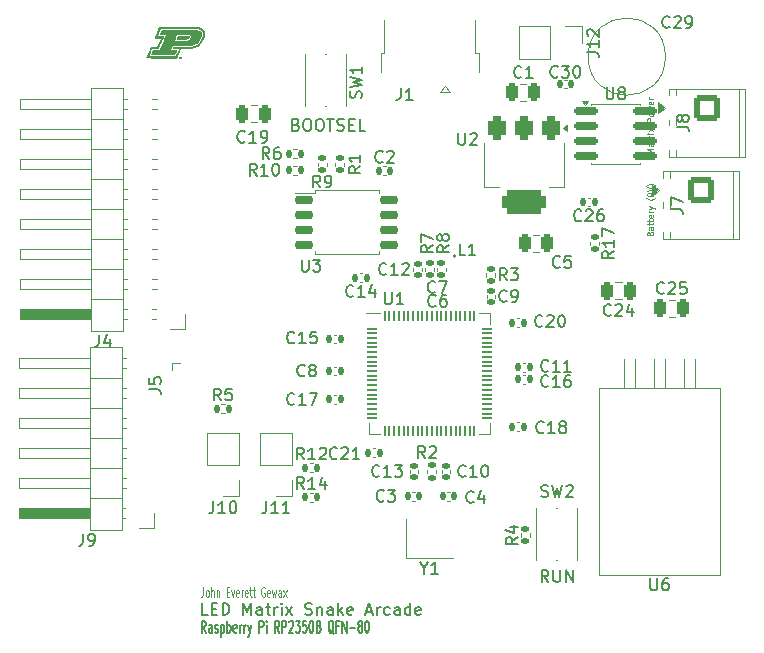
<source format=gto>
G04 #@! TF.GenerationSoftware,KiCad,Pcbnew,9.0.5*
G04 #@! TF.CreationDate,2025-11-21T14:26:13-06:00*
G04 #@! TF.ProjectId,ece362snakegamepcb,65636533-3632-4736-9e61-6b6567616d65,REV3*
G04 #@! TF.SameCoordinates,Original*
G04 #@! TF.FileFunction,Legend,Top*
G04 #@! TF.FilePolarity,Positive*
%FSLAX46Y46*%
G04 Gerber Fmt 4.6, Leading zero omitted, Abs format (unit mm)*
G04 Created by KiCad (PCBNEW 9.0.5) date 2025-11-21 14:26:13*
%MOMM*%
%LPD*%
G01*
G04 APERTURE LIST*
G04 Aperture macros list*
%AMRoundRect*
0 Rectangle with rounded corners*
0 $1 Rounding radius*
0 $2 $3 $4 $5 $6 $7 $8 $9 X,Y pos of 4 corners*
0 Add a 4 corners polygon primitive as box body*
4,1,4,$2,$3,$4,$5,$6,$7,$8,$9,$2,$3,0*
0 Add four circle primitives for the rounded corners*
1,1,$1+$1,$2,$3*
1,1,$1+$1,$4,$5*
1,1,$1+$1,$6,$7*
1,1,$1+$1,$8,$9*
0 Add four rect primitives between the rounded corners*
20,1,$1+$1,$2,$3,$4,$5,0*
20,1,$1+$1,$4,$5,$6,$7,0*
20,1,$1+$1,$6,$7,$8,$9,0*
20,1,$1+$1,$8,$9,$2,$3,0*%
G04 Aperture macros list end*
%ADD10C,0.150000*%
%ADD11C,0.090000*%
%ADD12C,0.125000*%
%ADD13C,0.120000*%
%ADD14C,0.000000*%
%ADD15C,0.191421*%
%ADD16RoundRect,0.055000X0.335000X-0.055000X0.335000X0.055000X-0.335000X0.055000X-0.335000X-0.055000X0*%
%ADD17RoundRect,0.055000X-0.055000X-0.335000X0.055000X-0.335000X0.055000X0.335000X-0.055000X0.335000X0*%
%ADD18C,0.600000*%
%ADD19R,1.133333X1.133333*%
%ADD20RoundRect,0.375000X-0.375000X0.625000X-0.375000X-0.625000X0.375000X-0.625000X0.375000X0.625000X0*%
%ADD21RoundRect,0.500000X-1.400000X0.500000X-1.400000X-0.500000X1.400000X-0.500000X1.400000X0.500000X0*%
%ADD22R,0.400000X1.650000*%
%ADD23R,1.825000X0.700000*%
%ADD24R,2.000000X1.500000*%
%ADD25R,1.350000X2.000000*%
%ADD26O,1.350000X1.700000*%
%ADD27O,1.100000X1.500000*%
%ADD28R,1.430000X2.500000*%
%ADD29RoundRect,0.250000X-0.250000X-0.475000X0.250000X-0.475000X0.250000X0.475000X-0.250000X0.475000X0*%
%ADD30RoundRect,0.140000X0.140000X0.170000X-0.140000X0.170000X-0.140000X-0.170000X0.140000X-0.170000X0*%
%ADD31RoundRect,0.135000X-0.185000X0.135000X-0.185000X-0.135000X0.185000X-0.135000X0.185000X0.135000X0*%
%ADD32RoundRect,0.150000X-0.650000X-0.150000X0.650000X-0.150000X0.650000X0.150000X-0.650000X0.150000X0*%
%ADD33RoundRect,0.140000X-0.140000X-0.170000X0.140000X-0.170000X0.140000X0.170000X-0.140000X0.170000X0*%
%ADD34RoundRect,0.140000X0.170000X-0.140000X0.170000X0.140000X-0.170000X0.140000X-0.170000X-0.140000X0*%
%ADD35R,1.400000X1.200000*%
%ADD36C,3.500000*%
%ADD37R,1.905000X2.000000*%
%ADD38O,1.905000X2.000000*%
%ADD39R,1.700000X1.700000*%
%ADD40C,1.700000*%
%ADD41C,1.600000*%
%ADD42RoundRect,0.140000X-0.170000X0.140000X-0.170000X-0.140000X0.170000X-0.140000X0.170000X0.140000X0*%
%ADD43R,0.470000X0.530000*%
%ADD44RoundRect,0.250000X0.250000X0.475000X-0.250000X0.475000X-0.250000X-0.475000X0.250000X-0.475000X0*%
%ADD45R,0.650000X1.050000*%
%ADD46C,1.100000*%
%ADD47RoundRect,0.249999X-0.850001X0.850001X-0.850001X-0.850001X0.850001X-0.850001X0.850001X0.850001X0*%
%ADD48C,2.200000*%
%ADD49RoundRect,0.135000X-0.135000X-0.185000X0.135000X-0.185000X0.135000X0.185000X-0.135000X0.185000X0*%
%ADD50RoundRect,0.150000X-0.825000X-0.150000X0.825000X-0.150000X0.825000X0.150000X-0.825000X0.150000X0*%
%ADD51C,0.990600*%
%ADD52C,0.787400*%
%ADD53R,0.700000X1.700000*%
G04 APERTURE END LIST*
D10*
X81060543Y-121947270D02*
X80860543Y-121471079D01*
X80717686Y-121947270D02*
X80717686Y-120947270D01*
X80717686Y-120947270D02*
X80946257Y-120947270D01*
X80946257Y-120947270D02*
X81003400Y-120994889D01*
X81003400Y-120994889D02*
X81031971Y-121042508D01*
X81031971Y-121042508D02*
X81060543Y-121137746D01*
X81060543Y-121137746D02*
X81060543Y-121280603D01*
X81060543Y-121280603D02*
X81031971Y-121375841D01*
X81031971Y-121375841D02*
X81003400Y-121423460D01*
X81003400Y-121423460D02*
X80946257Y-121471079D01*
X80946257Y-121471079D02*
X80717686Y-121471079D01*
X81574829Y-121947270D02*
X81574829Y-121423460D01*
X81574829Y-121423460D02*
X81546257Y-121328222D01*
X81546257Y-121328222D02*
X81489114Y-121280603D01*
X81489114Y-121280603D02*
X81374829Y-121280603D01*
X81374829Y-121280603D02*
X81317686Y-121328222D01*
X81574829Y-121899651D02*
X81517686Y-121947270D01*
X81517686Y-121947270D02*
X81374829Y-121947270D01*
X81374829Y-121947270D02*
X81317686Y-121899651D01*
X81317686Y-121899651D02*
X81289114Y-121804412D01*
X81289114Y-121804412D02*
X81289114Y-121709174D01*
X81289114Y-121709174D02*
X81317686Y-121613936D01*
X81317686Y-121613936D02*
X81374829Y-121566317D01*
X81374829Y-121566317D02*
X81517686Y-121566317D01*
X81517686Y-121566317D02*
X81574829Y-121518698D01*
X81831971Y-121899651D02*
X81889114Y-121947270D01*
X81889114Y-121947270D02*
X82003400Y-121947270D01*
X82003400Y-121947270D02*
X82060543Y-121899651D01*
X82060543Y-121899651D02*
X82089114Y-121804412D01*
X82089114Y-121804412D02*
X82089114Y-121756793D01*
X82089114Y-121756793D02*
X82060543Y-121661555D01*
X82060543Y-121661555D02*
X82003400Y-121613936D01*
X82003400Y-121613936D02*
X81917686Y-121613936D01*
X81917686Y-121613936D02*
X81860543Y-121566317D01*
X81860543Y-121566317D02*
X81831971Y-121471079D01*
X81831971Y-121471079D02*
X81831971Y-121423460D01*
X81831971Y-121423460D02*
X81860543Y-121328222D01*
X81860543Y-121328222D02*
X81917686Y-121280603D01*
X81917686Y-121280603D02*
X82003400Y-121280603D01*
X82003400Y-121280603D02*
X82060543Y-121328222D01*
X82346257Y-121280603D02*
X82346257Y-122280603D01*
X82346257Y-121328222D02*
X82403400Y-121280603D01*
X82403400Y-121280603D02*
X82517685Y-121280603D01*
X82517685Y-121280603D02*
X82574828Y-121328222D01*
X82574828Y-121328222D02*
X82603400Y-121375841D01*
X82603400Y-121375841D02*
X82631971Y-121471079D01*
X82631971Y-121471079D02*
X82631971Y-121756793D01*
X82631971Y-121756793D02*
X82603400Y-121852031D01*
X82603400Y-121852031D02*
X82574828Y-121899651D01*
X82574828Y-121899651D02*
X82517685Y-121947270D01*
X82517685Y-121947270D02*
X82403400Y-121947270D01*
X82403400Y-121947270D02*
X82346257Y-121899651D01*
X82889114Y-121947270D02*
X82889114Y-120947270D01*
X82889114Y-121328222D02*
X82946257Y-121280603D01*
X82946257Y-121280603D02*
X83060542Y-121280603D01*
X83060542Y-121280603D02*
X83117685Y-121328222D01*
X83117685Y-121328222D02*
X83146257Y-121375841D01*
X83146257Y-121375841D02*
X83174828Y-121471079D01*
X83174828Y-121471079D02*
X83174828Y-121756793D01*
X83174828Y-121756793D02*
X83146257Y-121852031D01*
X83146257Y-121852031D02*
X83117685Y-121899651D01*
X83117685Y-121899651D02*
X83060542Y-121947270D01*
X83060542Y-121947270D02*
X82946257Y-121947270D01*
X82946257Y-121947270D02*
X82889114Y-121899651D01*
X83660542Y-121899651D02*
X83603399Y-121947270D01*
X83603399Y-121947270D02*
X83489114Y-121947270D01*
X83489114Y-121947270D02*
X83431971Y-121899651D01*
X83431971Y-121899651D02*
X83403399Y-121804412D01*
X83403399Y-121804412D02*
X83403399Y-121423460D01*
X83403399Y-121423460D02*
X83431971Y-121328222D01*
X83431971Y-121328222D02*
X83489114Y-121280603D01*
X83489114Y-121280603D02*
X83603399Y-121280603D01*
X83603399Y-121280603D02*
X83660542Y-121328222D01*
X83660542Y-121328222D02*
X83689114Y-121423460D01*
X83689114Y-121423460D02*
X83689114Y-121518698D01*
X83689114Y-121518698D02*
X83403399Y-121613936D01*
X83946257Y-121947270D02*
X83946257Y-121280603D01*
X83946257Y-121471079D02*
X83974828Y-121375841D01*
X83974828Y-121375841D02*
X84003400Y-121328222D01*
X84003400Y-121328222D02*
X84060542Y-121280603D01*
X84060542Y-121280603D02*
X84117685Y-121280603D01*
X84317686Y-121947270D02*
X84317686Y-121280603D01*
X84317686Y-121471079D02*
X84346257Y-121375841D01*
X84346257Y-121375841D02*
X84374829Y-121328222D01*
X84374829Y-121328222D02*
X84431971Y-121280603D01*
X84431971Y-121280603D02*
X84489114Y-121280603D01*
X84631972Y-121280603D02*
X84774829Y-121947270D01*
X84917686Y-121280603D02*
X84774829Y-121947270D01*
X84774829Y-121947270D02*
X84717686Y-122185365D01*
X84717686Y-122185365D02*
X84689115Y-122232984D01*
X84689115Y-122232984D02*
X84631972Y-122280603D01*
X85603401Y-121947270D02*
X85603401Y-120947270D01*
X85603401Y-120947270D02*
X85831972Y-120947270D01*
X85831972Y-120947270D02*
X85889115Y-120994889D01*
X85889115Y-120994889D02*
X85917686Y-121042508D01*
X85917686Y-121042508D02*
X85946258Y-121137746D01*
X85946258Y-121137746D02*
X85946258Y-121280603D01*
X85946258Y-121280603D02*
X85917686Y-121375841D01*
X85917686Y-121375841D02*
X85889115Y-121423460D01*
X85889115Y-121423460D02*
X85831972Y-121471079D01*
X85831972Y-121471079D02*
X85603401Y-121471079D01*
X86203401Y-121947270D02*
X86203401Y-121280603D01*
X86203401Y-120947270D02*
X86174829Y-120994889D01*
X86174829Y-120994889D02*
X86203401Y-121042508D01*
X86203401Y-121042508D02*
X86231972Y-120994889D01*
X86231972Y-120994889D02*
X86203401Y-120947270D01*
X86203401Y-120947270D02*
X86203401Y-121042508D01*
X87289115Y-121947270D02*
X87089115Y-121471079D01*
X86946258Y-121947270D02*
X86946258Y-120947270D01*
X86946258Y-120947270D02*
X87174829Y-120947270D01*
X87174829Y-120947270D02*
X87231972Y-120994889D01*
X87231972Y-120994889D02*
X87260543Y-121042508D01*
X87260543Y-121042508D02*
X87289115Y-121137746D01*
X87289115Y-121137746D02*
X87289115Y-121280603D01*
X87289115Y-121280603D02*
X87260543Y-121375841D01*
X87260543Y-121375841D02*
X87231972Y-121423460D01*
X87231972Y-121423460D02*
X87174829Y-121471079D01*
X87174829Y-121471079D02*
X86946258Y-121471079D01*
X87546258Y-121947270D02*
X87546258Y-120947270D01*
X87546258Y-120947270D02*
X87774829Y-120947270D01*
X87774829Y-120947270D02*
X87831972Y-120994889D01*
X87831972Y-120994889D02*
X87860543Y-121042508D01*
X87860543Y-121042508D02*
X87889115Y-121137746D01*
X87889115Y-121137746D02*
X87889115Y-121280603D01*
X87889115Y-121280603D02*
X87860543Y-121375841D01*
X87860543Y-121375841D02*
X87831972Y-121423460D01*
X87831972Y-121423460D02*
X87774829Y-121471079D01*
X87774829Y-121471079D02*
X87546258Y-121471079D01*
X88117686Y-121042508D02*
X88146258Y-120994889D01*
X88146258Y-120994889D02*
X88203401Y-120947270D01*
X88203401Y-120947270D02*
X88346258Y-120947270D01*
X88346258Y-120947270D02*
X88403401Y-120994889D01*
X88403401Y-120994889D02*
X88431972Y-121042508D01*
X88431972Y-121042508D02*
X88460543Y-121137746D01*
X88460543Y-121137746D02*
X88460543Y-121232984D01*
X88460543Y-121232984D02*
X88431972Y-121375841D01*
X88431972Y-121375841D02*
X88089115Y-121947270D01*
X88089115Y-121947270D02*
X88460543Y-121947270D01*
X88660544Y-120947270D02*
X89031972Y-120947270D01*
X89031972Y-120947270D02*
X88831972Y-121328222D01*
X88831972Y-121328222D02*
X88917687Y-121328222D01*
X88917687Y-121328222D02*
X88974830Y-121375841D01*
X88974830Y-121375841D02*
X89003401Y-121423460D01*
X89003401Y-121423460D02*
X89031972Y-121518698D01*
X89031972Y-121518698D02*
X89031972Y-121756793D01*
X89031972Y-121756793D02*
X89003401Y-121852031D01*
X89003401Y-121852031D02*
X88974830Y-121899651D01*
X88974830Y-121899651D02*
X88917687Y-121947270D01*
X88917687Y-121947270D02*
X88746258Y-121947270D01*
X88746258Y-121947270D02*
X88689115Y-121899651D01*
X88689115Y-121899651D02*
X88660544Y-121852031D01*
X89574830Y-120947270D02*
X89289116Y-120947270D01*
X89289116Y-120947270D02*
X89260544Y-121423460D01*
X89260544Y-121423460D02*
X89289116Y-121375841D01*
X89289116Y-121375841D02*
X89346259Y-121328222D01*
X89346259Y-121328222D02*
X89489116Y-121328222D01*
X89489116Y-121328222D02*
X89546259Y-121375841D01*
X89546259Y-121375841D02*
X89574830Y-121423460D01*
X89574830Y-121423460D02*
X89603401Y-121518698D01*
X89603401Y-121518698D02*
X89603401Y-121756793D01*
X89603401Y-121756793D02*
X89574830Y-121852031D01*
X89574830Y-121852031D02*
X89546259Y-121899651D01*
X89546259Y-121899651D02*
X89489116Y-121947270D01*
X89489116Y-121947270D02*
X89346259Y-121947270D01*
X89346259Y-121947270D02*
X89289116Y-121899651D01*
X89289116Y-121899651D02*
X89260544Y-121852031D01*
X89974830Y-120947270D02*
X90031973Y-120947270D01*
X90031973Y-120947270D02*
X90089116Y-120994889D01*
X90089116Y-120994889D02*
X90117688Y-121042508D01*
X90117688Y-121042508D02*
X90146259Y-121137746D01*
X90146259Y-121137746D02*
X90174830Y-121328222D01*
X90174830Y-121328222D02*
X90174830Y-121566317D01*
X90174830Y-121566317D02*
X90146259Y-121756793D01*
X90146259Y-121756793D02*
X90117688Y-121852031D01*
X90117688Y-121852031D02*
X90089116Y-121899651D01*
X90089116Y-121899651D02*
X90031973Y-121947270D01*
X90031973Y-121947270D02*
X89974830Y-121947270D01*
X89974830Y-121947270D02*
X89917688Y-121899651D01*
X89917688Y-121899651D02*
X89889116Y-121852031D01*
X89889116Y-121852031D02*
X89860545Y-121756793D01*
X89860545Y-121756793D02*
X89831973Y-121566317D01*
X89831973Y-121566317D02*
X89831973Y-121328222D01*
X89831973Y-121328222D02*
X89860545Y-121137746D01*
X89860545Y-121137746D02*
X89889116Y-121042508D01*
X89889116Y-121042508D02*
X89917688Y-120994889D01*
X89917688Y-120994889D02*
X89974830Y-120947270D01*
X90631974Y-121423460D02*
X90717688Y-121471079D01*
X90717688Y-121471079D02*
X90746259Y-121518698D01*
X90746259Y-121518698D02*
X90774831Y-121613936D01*
X90774831Y-121613936D02*
X90774831Y-121756793D01*
X90774831Y-121756793D02*
X90746259Y-121852031D01*
X90746259Y-121852031D02*
X90717688Y-121899651D01*
X90717688Y-121899651D02*
X90660545Y-121947270D01*
X90660545Y-121947270D02*
X90431974Y-121947270D01*
X90431974Y-121947270D02*
X90431974Y-120947270D01*
X90431974Y-120947270D02*
X90631974Y-120947270D01*
X90631974Y-120947270D02*
X90689117Y-120994889D01*
X90689117Y-120994889D02*
X90717688Y-121042508D01*
X90717688Y-121042508D02*
X90746259Y-121137746D01*
X90746259Y-121137746D02*
X90746259Y-121232984D01*
X90746259Y-121232984D02*
X90717688Y-121328222D01*
X90717688Y-121328222D02*
X90689117Y-121375841D01*
X90689117Y-121375841D02*
X90631974Y-121423460D01*
X90631974Y-121423460D02*
X90431974Y-121423460D01*
X91889117Y-122042508D02*
X91831974Y-121994889D01*
X91831974Y-121994889D02*
X91774831Y-121899651D01*
X91774831Y-121899651D02*
X91689117Y-121756793D01*
X91689117Y-121756793D02*
X91631974Y-121709174D01*
X91631974Y-121709174D02*
X91574831Y-121709174D01*
X91603402Y-121947270D02*
X91546260Y-121899651D01*
X91546260Y-121899651D02*
X91489117Y-121804412D01*
X91489117Y-121804412D02*
X91460545Y-121613936D01*
X91460545Y-121613936D02*
X91460545Y-121280603D01*
X91460545Y-121280603D02*
X91489117Y-121090127D01*
X91489117Y-121090127D02*
X91546260Y-120994889D01*
X91546260Y-120994889D02*
X91603402Y-120947270D01*
X91603402Y-120947270D02*
X91717688Y-120947270D01*
X91717688Y-120947270D02*
X91774831Y-120994889D01*
X91774831Y-120994889D02*
X91831974Y-121090127D01*
X91831974Y-121090127D02*
X91860545Y-121280603D01*
X91860545Y-121280603D02*
X91860545Y-121613936D01*
X91860545Y-121613936D02*
X91831974Y-121804412D01*
X91831974Y-121804412D02*
X91774831Y-121899651D01*
X91774831Y-121899651D02*
X91717688Y-121947270D01*
X91717688Y-121947270D02*
X91603402Y-121947270D01*
X92317688Y-121423460D02*
X92117688Y-121423460D01*
X92117688Y-121947270D02*
X92117688Y-120947270D01*
X92117688Y-120947270D02*
X92403402Y-120947270D01*
X92631974Y-121947270D02*
X92631974Y-120947270D01*
X92631974Y-120947270D02*
X92974831Y-121947270D01*
X92974831Y-121947270D02*
X92974831Y-120947270D01*
X93260545Y-121566317D02*
X93717688Y-121566317D01*
X94089116Y-121375841D02*
X94031973Y-121328222D01*
X94031973Y-121328222D02*
X94003402Y-121280603D01*
X94003402Y-121280603D02*
X93974830Y-121185365D01*
X93974830Y-121185365D02*
X93974830Y-121137746D01*
X93974830Y-121137746D02*
X94003402Y-121042508D01*
X94003402Y-121042508D02*
X94031973Y-120994889D01*
X94031973Y-120994889D02*
X94089116Y-120947270D01*
X94089116Y-120947270D02*
X94203402Y-120947270D01*
X94203402Y-120947270D02*
X94260545Y-120994889D01*
X94260545Y-120994889D02*
X94289116Y-121042508D01*
X94289116Y-121042508D02*
X94317687Y-121137746D01*
X94317687Y-121137746D02*
X94317687Y-121185365D01*
X94317687Y-121185365D02*
X94289116Y-121280603D01*
X94289116Y-121280603D02*
X94260545Y-121328222D01*
X94260545Y-121328222D02*
X94203402Y-121375841D01*
X94203402Y-121375841D02*
X94089116Y-121375841D01*
X94089116Y-121375841D02*
X94031973Y-121423460D01*
X94031973Y-121423460D02*
X94003402Y-121471079D01*
X94003402Y-121471079D02*
X93974830Y-121566317D01*
X93974830Y-121566317D02*
X93974830Y-121756793D01*
X93974830Y-121756793D02*
X94003402Y-121852031D01*
X94003402Y-121852031D02*
X94031973Y-121899651D01*
X94031973Y-121899651D02*
X94089116Y-121947270D01*
X94089116Y-121947270D02*
X94203402Y-121947270D01*
X94203402Y-121947270D02*
X94260545Y-121899651D01*
X94260545Y-121899651D02*
X94289116Y-121852031D01*
X94289116Y-121852031D02*
X94317687Y-121756793D01*
X94317687Y-121756793D02*
X94317687Y-121566317D01*
X94317687Y-121566317D02*
X94289116Y-121471079D01*
X94289116Y-121471079D02*
X94260545Y-121423460D01*
X94260545Y-121423460D02*
X94203402Y-121375841D01*
X94689116Y-120947270D02*
X94746259Y-120947270D01*
X94746259Y-120947270D02*
X94803402Y-120994889D01*
X94803402Y-120994889D02*
X94831974Y-121042508D01*
X94831974Y-121042508D02*
X94860545Y-121137746D01*
X94860545Y-121137746D02*
X94889116Y-121328222D01*
X94889116Y-121328222D02*
X94889116Y-121566317D01*
X94889116Y-121566317D02*
X94860545Y-121756793D01*
X94860545Y-121756793D02*
X94831974Y-121852031D01*
X94831974Y-121852031D02*
X94803402Y-121899651D01*
X94803402Y-121899651D02*
X94746259Y-121947270D01*
X94746259Y-121947270D02*
X94689116Y-121947270D01*
X94689116Y-121947270D02*
X94631974Y-121899651D01*
X94631974Y-121899651D02*
X94603402Y-121852031D01*
X94603402Y-121852031D02*
X94574831Y-121756793D01*
X94574831Y-121756793D02*
X94546259Y-121566317D01*
X94546259Y-121566317D02*
X94546259Y-121328222D01*
X94546259Y-121328222D02*
X94574831Y-121137746D01*
X94574831Y-121137746D02*
X94603402Y-121042508D01*
X94603402Y-121042508D02*
X94631974Y-120994889D01*
X94631974Y-120994889D02*
X94689116Y-120947270D01*
X88709523Y-78931009D02*
X88852380Y-78978628D01*
X88852380Y-78978628D02*
X88899999Y-79026247D01*
X88899999Y-79026247D02*
X88947618Y-79121485D01*
X88947618Y-79121485D02*
X88947618Y-79264342D01*
X88947618Y-79264342D02*
X88899999Y-79359580D01*
X88899999Y-79359580D02*
X88852380Y-79407200D01*
X88852380Y-79407200D02*
X88757142Y-79454819D01*
X88757142Y-79454819D02*
X88376190Y-79454819D01*
X88376190Y-79454819D02*
X88376190Y-78454819D01*
X88376190Y-78454819D02*
X88709523Y-78454819D01*
X88709523Y-78454819D02*
X88804761Y-78502438D01*
X88804761Y-78502438D02*
X88852380Y-78550057D01*
X88852380Y-78550057D02*
X88899999Y-78645295D01*
X88899999Y-78645295D02*
X88899999Y-78740533D01*
X88899999Y-78740533D02*
X88852380Y-78835771D01*
X88852380Y-78835771D02*
X88804761Y-78883390D01*
X88804761Y-78883390D02*
X88709523Y-78931009D01*
X88709523Y-78931009D02*
X88376190Y-78931009D01*
X89566666Y-78454819D02*
X89757142Y-78454819D01*
X89757142Y-78454819D02*
X89852380Y-78502438D01*
X89852380Y-78502438D02*
X89947618Y-78597676D01*
X89947618Y-78597676D02*
X89995237Y-78788152D01*
X89995237Y-78788152D02*
X89995237Y-79121485D01*
X89995237Y-79121485D02*
X89947618Y-79311961D01*
X89947618Y-79311961D02*
X89852380Y-79407200D01*
X89852380Y-79407200D02*
X89757142Y-79454819D01*
X89757142Y-79454819D02*
X89566666Y-79454819D01*
X89566666Y-79454819D02*
X89471428Y-79407200D01*
X89471428Y-79407200D02*
X89376190Y-79311961D01*
X89376190Y-79311961D02*
X89328571Y-79121485D01*
X89328571Y-79121485D02*
X89328571Y-78788152D01*
X89328571Y-78788152D02*
X89376190Y-78597676D01*
X89376190Y-78597676D02*
X89471428Y-78502438D01*
X89471428Y-78502438D02*
X89566666Y-78454819D01*
X90614285Y-78454819D02*
X90804761Y-78454819D01*
X90804761Y-78454819D02*
X90899999Y-78502438D01*
X90899999Y-78502438D02*
X90995237Y-78597676D01*
X90995237Y-78597676D02*
X91042856Y-78788152D01*
X91042856Y-78788152D02*
X91042856Y-79121485D01*
X91042856Y-79121485D02*
X90995237Y-79311961D01*
X90995237Y-79311961D02*
X90899999Y-79407200D01*
X90899999Y-79407200D02*
X90804761Y-79454819D01*
X90804761Y-79454819D02*
X90614285Y-79454819D01*
X90614285Y-79454819D02*
X90519047Y-79407200D01*
X90519047Y-79407200D02*
X90423809Y-79311961D01*
X90423809Y-79311961D02*
X90376190Y-79121485D01*
X90376190Y-79121485D02*
X90376190Y-78788152D01*
X90376190Y-78788152D02*
X90423809Y-78597676D01*
X90423809Y-78597676D02*
X90519047Y-78502438D01*
X90519047Y-78502438D02*
X90614285Y-78454819D01*
X91328571Y-78454819D02*
X91899999Y-78454819D01*
X91614285Y-79454819D02*
X91614285Y-78454819D01*
X92185714Y-79407200D02*
X92328571Y-79454819D01*
X92328571Y-79454819D02*
X92566666Y-79454819D01*
X92566666Y-79454819D02*
X92661904Y-79407200D01*
X92661904Y-79407200D02*
X92709523Y-79359580D01*
X92709523Y-79359580D02*
X92757142Y-79264342D01*
X92757142Y-79264342D02*
X92757142Y-79169104D01*
X92757142Y-79169104D02*
X92709523Y-79073866D01*
X92709523Y-79073866D02*
X92661904Y-79026247D01*
X92661904Y-79026247D02*
X92566666Y-78978628D01*
X92566666Y-78978628D02*
X92376190Y-78931009D01*
X92376190Y-78931009D02*
X92280952Y-78883390D01*
X92280952Y-78883390D02*
X92233333Y-78835771D01*
X92233333Y-78835771D02*
X92185714Y-78740533D01*
X92185714Y-78740533D02*
X92185714Y-78645295D01*
X92185714Y-78645295D02*
X92233333Y-78550057D01*
X92233333Y-78550057D02*
X92280952Y-78502438D01*
X92280952Y-78502438D02*
X92376190Y-78454819D01*
X92376190Y-78454819D02*
X92614285Y-78454819D01*
X92614285Y-78454819D02*
X92757142Y-78502438D01*
X93185714Y-78931009D02*
X93519047Y-78931009D01*
X93661904Y-79454819D02*
X93185714Y-79454819D01*
X93185714Y-79454819D02*
X93185714Y-78454819D01*
X93185714Y-78454819D02*
X93661904Y-78454819D01*
X94566666Y-79454819D02*
X94090476Y-79454819D01*
X94090476Y-79454819D02*
X94090476Y-78454819D01*
X81238093Y-120454819D02*
X80761903Y-120454819D01*
X80761903Y-120454819D02*
X80761903Y-119454819D01*
X81571427Y-119931009D02*
X81904760Y-119931009D01*
X82047617Y-120454819D02*
X81571427Y-120454819D01*
X81571427Y-120454819D02*
X81571427Y-119454819D01*
X81571427Y-119454819D02*
X82047617Y-119454819D01*
X82476189Y-120454819D02*
X82476189Y-119454819D01*
X82476189Y-119454819D02*
X82714284Y-119454819D01*
X82714284Y-119454819D02*
X82857141Y-119502438D01*
X82857141Y-119502438D02*
X82952379Y-119597676D01*
X82952379Y-119597676D02*
X82999998Y-119692914D01*
X82999998Y-119692914D02*
X83047617Y-119883390D01*
X83047617Y-119883390D02*
X83047617Y-120026247D01*
X83047617Y-120026247D02*
X82999998Y-120216723D01*
X82999998Y-120216723D02*
X82952379Y-120311961D01*
X82952379Y-120311961D02*
X82857141Y-120407200D01*
X82857141Y-120407200D02*
X82714284Y-120454819D01*
X82714284Y-120454819D02*
X82476189Y-120454819D01*
X84238094Y-120454819D02*
X84238094Y-119454819D01*
X84238094Y-119454819D02*
X84571427Y-120169104D01*
X84571427Y-120169104D02*
X84904760Y-119454819D01*
X84904760Y-119454819D02*
X84904760Y-120454819D01*
X85809522Y-120454819D02*
X85809522Y-119931009D01*
X85809522Y-119931009D02*
X85761903Y-119835771D01*
X85761903Y-119835771D02*
X85666665Y-119788152D01*
X85666665Y-119788152D02*
X85476189Y-119788152D01*
X85476189Y-119788152D02*
X85380951Y-119835771D01*
X85809522Y-120407200D02*
X85714284Y-120454819D01*
X85714284Y-120454819D02*
X85476189Y-120454819D01*
X85476189Y-120454819D02*
X85380951Y-120407200D01*
X85380951Y-120407200D02*
X85333332Y-120311961D01*
X85333332Y-120311961D02*
X85333332Y-120216723D01*
X85333332Y-120216723D02*
X85380951Y-120121485D01*
X85380951Y-120121485D02*
X85476189Y-120073866D01*
X85476189Y-120073866D02*
X85714284Y-120073866D01*
X85714284Y-120073866D02*
X85809522Y-120026247D01*
X86142856Y-119788152D02*
X86523808Y-119788152D01*
X86285713Y-119454819D02*
X86285713Y-120311961D01*
X86285713Y-120311961D02*
X86333332Y-120407200D01*
X86333332Y-120407200D02*
X86428570Y-120454819D01*
X86428570Y-120454819D02*
X86523808Y-120454819D01*
X86857142Y-120454819D02*
X86857142Y-119788152D01*
X86857142Y-119978628D02*
X86904761Y-119883390D01*
X86904761Y-119883390D02*
X86952380Y-119835771D01*
X86952380Y-119835771D02*
X87047618Y-119788152D01*
X87047618Y-119788152D02*
X87142856Y-119788152D01*
X87476190Y-120454819D02*
X87476190Y-119788152D01*
X87476190Y-119454819D02*
X87428571Y-119502438D01*
X87428571Y-119502438D02*
X87476190Y-119550057D01*
X87476190Y-119550057D02*
X87523809Y-119502438D01*
X87523809Y-119502438D02*
X87476190Y-119454819D01*
X87476190Y-119454819D02*
X87476190Y-119550057D01*
X87857142Y-120454819D02*
X88380951Y-119788152D01*
X87857142Y-119788152D02*
X88380951Y-120454819D01*
X89476190Y-120407200D02*
X89619047Y-120454819D01*
X89619047Y-120454819D02*
X89857142Y-120454819D01*
X89857142Y-120454819D02*
X89952380Y-120407200D01*
X89952380Y-120407200D02*
X89999999Y-120359580D01*
X89999999Y-120359580D02*
X90047618Y-120264342D01*
X90047618Y-120264342D02*
X90047618Y-120169104D01*
X90047618Y-120169104D02*
X89999999Y-120073866D01*
X89999999Y-120073866D02*
X89952380Y-120026247D01*
X89952380Y-120026247D02*
X89857142Y-119978628D01*
X89857142Y-119978628D02*
X89666666Y-119931009D01*
X89666666Y-119931009D02*
X89571428Y-119883390D01*
X89571428Y-119883390D02*
X89523809Y-119835771D01*
X89523809Y-119835771D02*
X89476190Y-119740533D01*
X89476190Y-119740533D02*
X89476190Y-119645295D01*
X89476190Y-119645295D02*
X89523809Y-119550057D01*
X89523809Y-119550057D02*
X89571428Y-119502438D01*
X89571428Y-119502438D02*
X89666666Y-119454819D01*
X89666666Y-119454819D02*
X89904761Y-119454819D01*
X89904761Y-119454819D02*
X90047618Y-119502438D01*
X90476190Y-119788152D02*
X90476190Y-120454819D01*
X90476190Y-119883390D02*
X90523809Y-119835771D01*
X90523809Y-119835771D02*
X90619047Y-119788152D01*
X90619047Y-119788152D02*
X90761904Y-119788152D01*
X90761904Y-119788152D02*
X90857142Y-119835771D01*
X90857142Y-119835771D02*
X90904761Y-119931009D01*
X90904761Y-119931009D02*
X90904761Y-120454819D01*
X91809523Y-120454819D02*
X91809523Y-119931009D01*
X91809523Y-119931009D02*
X91761904Y-119835771D01*
X91761904Y-119835771D02*
X91666666Y-119788152D01*
X91666666Y-119788152D02*
X91476190Y-119788152D01*
X91476190Y-119788152D02*
X91380952Y-119835771D01*
X91809523Y-120407200D02*
X91714285Y-120454819D01*
X91714285Y-120454819D02*
X91476190Y-120454819D01*
X91476190Y-120454819D02*
X91380952Y-120407200D01*
X91380952Y-120407200D02*
X91333333Y-120311961D01*
X91333333Y-120311961D02*
X91333333Y-120216723D01*
X91333333Y-120216723D02*
X91380952Y-120121485D01*
X91380952Y-120121485D02*
X91476190Y-120073866D01*
X91476190Y-120073866D02*
X91714285Y-120073866D01*
X91714285Y-120073866D02*
X91809523Y-120026247D01*
X92285714Y-120454819D02*
X92285714Y-119454819D01*
X92380952Y-120073866D02*
X92666666Y-120454819D01*
X92666666Y-119788152D02*
X92285714Y-120169104D01*
X93476190Y-120407200D02*
X93380952Y-120454819D01*
X93380952Y-120454819D02*
X93190476Y-120454819D01*
X93190476Y-120454819D02*
X93095238Y-120407200D01*
X93095238Y-120407200D02*
X93047619Y-120311961D01*
X93047619Y-120311961D02*
X93047619Y-119931009D01*
X93047619Y-119931009D02*
X93095238Y-119835771D01*
X93095238Y-119835771D02*
X93190476Y-119788152D01*
X93190476Y-119788152D02*
X93380952Y-119788152D01*
X93380952Y-119788152D02*
X93476190Y-119835771D01*
X93476190Y-119835771D02*
X93523809Y-119931009D01*
X93523809Y-119931009D02*
X93523809Y-120026247D01*
X93523809Y-120026247D02*
X93047619Y-120121485D01*
X94666667Y-120169104D02*
X95142857Y-120169104D01*
X94571429Y-120454819D02*
X94904762Y-119454819D01*
X94904762Y-119454819D02*
X95238095Y-120454819D01*
X95571429Y-120454819D02*
X95571429Y-119788152D01*
X95571429Y-119978628D02*
X95619048Y-119883390D01*
X95619048Y-119883390D02*
X95666667Y-119835771D01*
X95666667Y-119835771D02*
X95761905Y-119788152D01*
X95761905Y-119788152D02*
X95857143Y-119788152D01*
X96619048Y-120407200D02*
X96523810Y-120454819D01*
X96523810Y-120454819D02*
X96333334Y-120454819D01*
X96333334Y-120454819D02*
X96238096Y-120407200D01*
X96238096Y-120407200D02*
X96190477Y-120359580D01*
X96190477Y-120359580D02*
X96142858Y-120264342D01*
X96142858Y-120264342D02*
X96142858Y-119978628D01*
X96142858Y-119978628D02*
X96190477Y-119883390D01*
X96190477Y-119883390D02*
X96238096Y-119835771D01*
X96238096Y-119835771D02*
X96333334Y-119788152D01*
X96333334Y-119788152D02*
X96523810Y-119788152D01*
X96523810Y-119788152D02*
X96619048Y-119835771D01*
X97476191Y-120454819D02*
X97476191Y-119931009D01*
X97476191Y-119931009D02*
X97428572Y-119835771D01*
X97428572Y-119835771D02*
X97333334Y-119788152D01*
X97333334Y-119788152D02*
X97142858Y-119788152D01*
X97142858Y-119788152D02*
X97047620Y-119835771D01*
X97476191Y-120407200D02*
X97380953Y-120454819D01*
X97380953Y-120454819D02*
X97142858Y-120454819D01*
X97142858Y-120454819D02*
X97047620Y-120407200D01*
X97047620Y-120407200D02*
X97000001Y-120311961D01*
X97000001Y-120311961D02*
X97000001Y-120216723D01*
X97000001Y-120216723D02*
X97047620Y-120121485D01*
X97047620Y-120121485D02*
X97142858Y-120073866D01*
X97142858Y-120073866D02*
X97380953Y-120073866D01*
X97380953Y-120073866D02*
X97476191Y-120026247D01*
X98380953Y-120454819D02*
X98380953Y-119454819D01*
X98380953Y-120407200D02*
X98285715Y-120454819D01*
X98285715Y-120454819D02*
X98095239Y-120454819D01*
X98095239Y-120454819D02*
X98000001Y-120407200D01*
X98000001Y-120407200D02*
X97952382Y-120359580D01*
X97952382Y-120359580D02*
X97904763Y-120264342D01*
X97904763Y-120264342D02*
X97904763Y-119978628D01*
X97904763Y-119978628D02*
X97952382Y-119883390D01*
X97952382Y-119883390D02*
X98000001Y-119835771D01*
X98000001Y-119835771D02*
X98095239Y-119788152D01*
X98095239Y-119788152D02*
X98285715Y-119788152D01*
X98285715Y-119788152D02*
X98380953Y-119835771D01*
X99238096Y-120407200D02*
X99142858Y-120454819D01*
X99142858Y-120454819D02*
X98952382Y-120454819D01*
X98952382Y-120454819D02*
X98857144Y-120407200D01*
X98857144Y-120407200D02*
X98809525Y-120311961D01*
X98809525Y-120311961D02*
X98809525Y-119931009D01*
X98809525Y-119931009D02*
X98857144Y-119835771D01*
X98857144Y-119835771D02*
X98952382Y-119788152D01*
X98952382Y-119788152D02*
X99142858Y-119788152D01*
X99142858Y-119788152D02*
X99238096Y-119835771D01*
X99238096Y-119835771D02*
X99285715Y-119931009D01*
X99285715Y-119931009D02*
X99285715Y-120026247D01*
X99285715Y-120026247D02*
X98809525Y-120121485D01*
D11*
X118934129Y-81321742D02*
X118434129Y-81321742D01*
X118434129Y-81321742D02*
X118791272Y-81155075D01*
X118791272Y-81155075D02*
X118434129Y-80988409D01*
X118434129Y-80988409D02*
X118934129Y-80988409D01*
X118934129Y-80536027D02*
X118672224Y-80536027D01*
X118672224Y-80536027D02*
X118624605Y-80559837D01*
X118624605Y-80559837D02*
X118600796Y-80607456D01*
X118600796Y-80607456D02*
X118600796Y-80702694D01*
X118600796Y-80702694D02*
X118624605Y-80750313D01*
X118910320Y-80536027D02*
X118934129Y-80583646D01*
X118934129Y-80583646D02*
X118934129Y-80702694D01*
X118934129Y-80702694D02*
X118910320Y-80750313D01*
X118910320Y-80750313D02*
X118862700Y-80774122D01*
X118862700Y-80774122D02*
X118815081Y-80774122D01*
X118815081Y-80774122D02*
X118767462Y-80750313D01*
X118767462Y-80750313D02*
X118743653Y-80702694D01*
X118743653Y-80702694D02*
X118743653Y-80583646D01*
X118743653Y-80583646D02*
X118719843Y-80536027D01*
X118600796Y-80369360D02*
X118600796Y-80178884D01*
X118434129Y-80297932D02*
X118862700Y-80297932D01*
X118862700Y-80297932D02*
X118910320Y-80274122D01*
X118910320Y-80274122D02*
X118934129Y-80226503D01*
X118934129Y-80226503D02*
X118934129Y-80178884D01*
X118934129Y-80012218D02*
X118600796Y-80012218D01*
X118696034Y-80012218D02*
X118648415Y-79988408D01*
X118648415Y-79988408D02*
X118624605Y-79964599D01*
X118624605Y-79964599D02*
X118600796Y-79916980D01*
X118600796Y-79916980D02*
X118600796Y-79869361D01*
X118934129Y-79702694D02*
X118600796Y-79702694D01*
X118434129Y-79702694D02*
X118457939Y-79726503D01*
X118457939Y-79726503D02*
X118481748Y-79702694D01*
X118481748Y-79702694D02*
X118457939Y-79678884D01*
X118457939Y-79678884D02*
X118434129Y-79702694D01*
X118434129Y-79702694D02*
X118481748Y-79702694D01*
X118934129Y-79512218D02*
X118600796Y-79250313D01*
X118600796Y-79512218D02*
X118934129Y-79250313D01*
X118934129Y-78678885D02*
X118434129Y-78678885D01*
X118434129Y-78678885D02*
X118434129Y-78488409D01*
X118434129Y-78488409D02*
X118457939Y-78440790D01*
X118457939Y-78440790D02*
X118481748Y-78416980D01*
X118481748Y-78416980D02*
X118529367Y-78393171D01*
X118529367Y-78393171D02*
X118600796Y-78393171D01*
X118600796Y-78393171D02*
X118648415Y-78416980D01*
X118648415Y-78416980D02*
X118672224Y-78440790D01*
X118672224Y-78440790D02*
X118696034Y-78488409D01*
X118696034Y-78488409D02*
X118696034Y-78678885D01*
X118934129Y-78107456D02*
X118910320Y-78155075D01*
X118910320Y-78155075D02*
X118886510Y-78178885D01*
X118886510Y-78178885D02*
X118838891Y-78202694D01*
X118838891Y-78202694D02*
X118696034Y-78202694D01*
X118696034Y-78202694D02*
X118648415Y-78178885D01*
X118648415Y-78178885D02*
X118624605Y-78155075D01*
X118624605Y-78155075D02*
X118600796Y-78107456D01*
X118600796Y-78107456D02*
X118600796Y-78036028D01*
X118600796Y-78036028D02*
X118624605Y-77988409D01*
X118624605Y-77988409D02*
X118648415Y-77964599D01*
X118648415Y-77964599D02*
X118696034Y-77940790D01*
X118696034Y-77940790D02*
X118838891Y-77940790D01*
X118838891Y-77940790D02*
X118886510Y-77964599D01*
X118886510Y-77964599D02*
X118910320Y-77988409D01*
X118910320Y-77988409D02*
X118934129Y-78036028D01*
X118934129Y-78036028D02*
X118934129Y-78107456D01*
X118600796Y-77774123D02*
X118934129Y-77678885D01*
X118934129Y-77678885D02*
X118696034Y-77583647D01*
X118696034Y-77583647D02*
X118934129Y-77488409D01*
X118934129Y-77488409D02*
X118600796Y-77393171D01*
X118910320Y-77012218D02*
X118934129Y-77059837D01*
X118934129Y-77059837D02*
X118934129Y-77155075D01*
X118934129Y-77155075D02*
X118910320Y-77202694D01*
X118910320Y-77202694D02*
X118862700Y-77226503D01*
X118862700Y-77226503D02*
X118672224Y-77226503D01*
X118672224Y-77226503D02*
X118624605Y-77202694D01*
X118624605Y-77202694D02*
X118600796Y-77155075D01*
X118600796Y-77155075D02*
X118600796Y-77059837D01*
X118600796Y-77059837D02*
X118624605Y-77012218D01*
X118624605Y-77012218D02*
X118672224Y-76988408D01*
X118672224Y-76988408D02*
X118719843Y-76988408D01*
X118719843Y-76988408D02*
X118767462Y-77226503D01*
X118934129Y-76774123D02*
X118600796Y-76774123D01*
X118696034Y-76774123D02*
X118648415Y-76750313D01*
X118648415Y-76750313D02*
X118624605Y-76726504D01*
X118624605Y-76726504D02*
X118600796Y-76678885D01*
X118600796Y-76678885D02*
X118600796Y-76631266D01*
D12*
X80844140Y-118095595D02*
X80844140Y-118667023D01*
X80844140Y-118667023D02*
X80820331Y-118781309D01*
X80820331Y-118781309D02*
X80772712Y-118857500D01*
X80772712Y-118857500D02*
X80701283Y-118895595D01*
X80701283Y-118895595D02*
X80653664Y-118895595D01*
X81153664Y-118895595D02*
X81106045Y-118857500D01*
X81106045Y-118857500D02*
X81082235Y-118819404D01*
X81082235Y-118819404D02*
X81058426Y-118743214D01*
X81058426Y-118743214D02*
X81058426Y-118514642D01*
X81058426Y-118514642D02*
X81082235Y-118438452D01*
X81082235Y-118438452D02*
X81106045Y-118400357D01*
X81106045Y-118400357D02*
X81153664Y-118362261D01*
X81153664Y-118362261D02*
X81225092Y-118362261D01*
X81225092Y-118362261D02*
X81272711Y-118400357D01*
X81272711Y-118400357D02*
X81296521Y-118438452D01*
X81296521Y-118438452D02*
X81320330Y-118514642D01*
X81320330Y-118514642D02*
X81320330Y-118743214D01*
X81320330Y-118743214D02*
X81296521Y-118819404D01*
X81296521Y-118819404D02*
X81272711Y-118857500D01*
X81272711Y-118857500D02*
X81225092Y-118895595D01*
X81225092Y-118895595D02*
X81153664Y-118895595D01*
X81534616Y-118895595D02*
X81534616Y-118095595D01*
X81748902Y-118895595D02*
X81748902Y-118476547D01*
X81748902Y-118476547D02*
X81725092Y-118400357D01*
X81725092Y-118400357D02*
X81677473Y-118362261D01*
X81677473Y-118362261D02*
X81606045Y-118362261D01*
X81606045Y-118362261D02*
X81558426Y-118400357D01*
X81558426Y-118400357D02*
X81534616Y-118438452D01*
X81986997Y-118362261D02*
X81986997Y-118895595D01*
X81986997Y-118438452D02*
X82010807Y-118400357D01*
X82010807Y-118400357D02*
X82058426Y-118362261D01*
X82058426Y-118362261D02*
X82129854Y-118362261D01*
X82129854Y-118362261D02*
X82177473Y-118400357D01*
X82177473Y-118400357D02*
X82201283Y-118476547D01*
X82201283Y-118476547D02*
X82201283Y-118895595D01*
X82820330Y-118476547D02*
X82986997Y-118476547D01*
X83058425Y-118895595D02*
X82820330Y-118895595D01*
X82820330Y-118895595D02*
X82820330Y-118095595D01*
X82820330Y-118095595D02*
X83058425Y-118095595D01*
X83225092Y-118362261D02*
X83344140Y-118895595D01*
X83344140Y-118895595D02*
X83463187Y-118362261D01*
X83844139Y-118857500D02*
X83796520Y-118895595D01*
X83796520Y-118895595D02*
X83701282Y-118895595D01*
X83701282Y-118895595D02*
X83653663Y-118857500D01*
X83653663Y-118857500D02*
X83629854Y-118781309D01*
X83629854Y-118781309D02*
X83629854Y-118476547D01*
X83629854Y-118476547D02*
X83653663Y-118400357D01*
X83653663Y-118400357D02*
X83701282Y-118362261D01*
X83701282Y-118362261D02*
X83796520Y-118362261D01*
X83796520Y-118362261D02*
X83844139Y-118400357D01*
X83844139Y-118400357D02*
X83867949Y-118476547D01*
X83867949Y-118476547D02*
X83867949Y-118552738D01*
X83867949Y-118552738D02*
X83629854Y-118628928D01*
X84082234Y-118895595D02*
X84082234Y-118362261D01*
X84082234Y-118514642D02*
X84106044Y-118438452D01*
X84106044Y-118438452D02*
X84129853Y-118400357D01*
X84129853Y-118400357D02*
X84177472Y-118362261D01*
X84177472Y-118362261D02*
X84225091Y-118362261D01*
X84582234Y-118857500D02*
X84534615Y-118895595D01*
X84534615Y-118895595D02*
X84439377Y-118895595D01*
X84439377Y-118895595D02*
X84391758Y-118857500D01*
X84391758Y-118857500D02*
X84367949Y-118781309D01*
X84367949Y-118781309D02*
X84367949Y-118476547D01*
X84367949Y-118476547D02*
X84391758Y-118400357D01*
X84391758Y-118400357D02*
X84439377Y-118362261D01*
X84439377Y-118362261D02*
X84534615Y-118362261D01*
X84534615Y-118362261D02*
X84582234Y-118400357D01*
X84582234Y-118400357D02*
X84606044Y-118476547D01*
X84606044Y-118476547D02*
X84606044Y-118552738D01*
X84606044Y-118552738D02*
X84367949Y-118628928D01*
X84748901Y-118362261D02*
X84939377Y-118362261D01*
X84820329Y-118095595D02*
X84820329Y-118781309D01*
X84820329Y-118781309D02*
X84844139Y-118857500D01*
X84844139Y-118857500D02*
X84891758Y-118895595D01*
X84891758Y-118895595D02*
X84939377Y-118895595D01*
X85034615Y-118362261D02*
X85225091Y-118362261D01*
X85106043Y-118095595D02*
X85106043Y-118781309D01*
X85106043Y-118781309D02*
X85129853Y-118857500D01*
X85129853Y-118857500D02*
X85177472Y-118895595D01*
X85177472Y-118895595D02*
X85225091Y-118895595D01*
X86034614Y-118133690D02*
X85986995Y-118095595D01*
X85986995Y-118095595D02*
X85915566Y-118095595D01*
X85915566Y-118095595D02*
X85844138Y-118133690D01*
X85844138Y-118133690D02*
X85796519Y-118209880D01*
X85796519Y-118209880D02*
X85772709Y-118286071D01*
X85772709Y-118286071D02*
X85748900Y-118438452D01*
X85748900Y-118438452D02*
X85748900Y-118552738D01*
X85748900Y-118552738D02*
X85772709Y-118705119D01*
X85772709Y-118705119D02*
X85796519Y-118781309D01*
X85796519Y-118781309D02*
X85844138Y-118857500D01*
X85844138Y-118857500D02*
X85915566Y-118895595D01*
X85915566Y-118895595D02*
X85963185Y-118895595D01*
X85963185Y-118895595D02*
X86034614Y-118857500D01*
X86034614Y-118857500D02*
X86058423Y-118819404D01*
X86058423Y-118819404D02*
X86058423Y-118552738D01*
X86058423Y-118552738D02*
X85963185Y-118552738D01*
X86463185Y-118857500D02*
X86415566Y-118895595D01*
X86415566Y-118895595D02*
X86320328Y-118895595D01*
X86320328Y-118895595D02*
X86272709Y-118857500D01*
X86272709Y-118857500D02*
X86248900Y-118781309D01*
X86248900Y-118781309D02*
X86248900Y-118476547D01*
X86248900Y-118476547D02*
X86272709Y-118400357D01*
X86272709Y-118400357D02*
X86320328Y-118362261D01*
X86320328Y-118362261D02*
X86415566Y-118362261D01*
X86415566Y-118362261D02*
X86463185Y-118400357D01*
X86463185Y-118400357D02*
X86486995Y-118476547D01*
X86486995Y-118476547D02*
X86486995Y-118552738D01*
X86486995Y-118552738D02*
X86248900Y-118628928D01*
X86653661Y-118362261D02*
X86748899Y-118895595D01*
X86748899Y-118895595D02*
X86844137Y-118514642D01*
X86844137Y-118514642D02*
X86939375Y-118895595D01*
X86939375Y-118895595D02*
X87034613Y-118362261D01*
X87439376Y-118895595D02*
X87439376Y-118476547D01*
X87439376Y-118476547D02*
X87415566Y-118400357D01*
X87415566Y-118400357D02*
X87367947Y-118362261D01*
X87367947Y-118362261D02*
X87272709Y-118362261D01*
X87272709Y-118362261D02*
X87225090Y-118400357D01*
X87439376Y-118857500D02*
X87391757Y-118895595D01*
X87391757Y-118895595D02*
X87272709Y-118895595D01*
X87272709Y-118895595D02*
X87225090Y-118857500D01*
X87225090Y-118857500D02*
X87201281Y-118781309D01*
X87201281Y-118781309D02*
X87201281Y-118705119D01*
X87201281Y-118705119D02*
X87225090Y-118628928D01*
X87225090Y-118628928D02*
X87272709Y-118590833D01*
X87272709Y-118590833D02*
X87391757Y-118590833D01*
X87391757Y-118590833D02*
X87439376Y-118552738D01*
X87629852Y-118895595D02*
X87891757Y-118362261D01*
X87629852Y-118362261D02*
X87891757Y-118895595D01*
D11*
X118672224Y-88155075D02*
X118696034Y-88083647D01*
X118696034Y-88083647D02*
X118719843Y-88059837D01*
X118719843Y-88059837D02*
X118767462Y-88036028D01*
X118767462Y-88036028D02*
X118838891Y-88036028D01*
X118838891Y-88036028D02*
X118886510Y-88059837D01*
X118886510Y-88059837D02*
X118910320Y-88083647D01*
X118910320Y-88083647D02*
X118934129Y-88131266D01*
X118934129Y-88131266D02*
X118934129Y-88321742D01*
X118934129Y-88321742D02*
X118434129Y-88321742D01*
X118434129Y-88321742D02*
X118434129Y-88155075D01*
X118434129Y-88155075D02*
X118457939Y-88107456D01*
X118457939Y-88107456D02*
X118481748Y-88083647D01*
X118481748Y-88083647D02*
X118529367Y-88059837D01*
X118529367Y-88059837D02*
X118576986Y-88059837D01*
X118576986Y-88059837D02*
X118624605Y-88083647D01*
X118624605Y-88083647D02*
X118648415Y-88107456D01*
X118648415Y-88107456D02*
X118672224Y-88155075D01*
X118672224Y-88155075D02*
X118672224Y-88321742D01*
X118934129Y-87607456D02*
X118672224Y-87607456D01*
X118672224Y-87607456D02*
X118624605Y-87631266D01*
X118624605Y-87631266D02*
X118600796Y-87678885D01*
X118600796Y-87678885D02*
X118600796Y-87774123D01*
X118600796Y-87774123D02*
X118624605Y-87821742D01*
X118910320Y-87607456D02*
X118934129Y-87655075D01*
X118934129Y-87655075D02*
X118934129Y-87774123D01*
X118934129Y-87774123D02*
X118910320Y-87821742D01*
X118910320Y-87821742D02*
X118862700Y-87845551D01*
X118862700Y-87845551D02*
X118815081Y-87845551D01*
X118815081Y-87845551D02*
X118767462Y-87821742D01*
X118767462Y-87821742D02*
X118743653Y-87774123D01*
X118743653Y-87774123D02*
X118743653Y-87655075D01*
X118743653Y-87655075D02*
X118719843Y-87607456D01*
X118600796Y-87440789D02*
X118600796Y-87250313D01*
X118434129Y-87369361D02*
X118862700Y-87369361D01*
X118862700Y-87369361D02*
X118910320Y-87345551D01*
X118910320Y-87345551D02*
X118934129Y-87297932D01*
X118934129Y-87297932D02*
X118934129Y-87250313D01*
X118600796Y-87155075D02*
X118600796Y-86964599D01*
X118434129Y-87083647D02*
X118862700Y-87083647D01*
X118862700Y-87083647D02*
X118910320Y-87059837D01*
X118910320Y-87059837D02*
X118934129Y-87012218D01*
X118934129Y-87012218D02*
X118934129Y-86964599D01*
X118910320Y-86607457D02*
X118934129Y-86655076D01*
X118934129Y-86655076D02*
X118934129Y-86750314D01*
X118934129Y-86750314D02*
X118910320Y-86797933D01*
X118910320Y-86797933D02*
X118862700Y-86821742D01*
X118862700Y-86821742D02*
X118672224Y-86821742D01*
X118672224Y-86821742D02*
X118624605Y-86797933D01*
X118624605Y-86797933D02*
X118600796Y-86750314D01*
X118600796Y-86750314D02*
X118600796Y-86655076D01*
X118600796Y-86655076D02*
X118624605Y-86607457D01*
X118624605Y-86607457D02*
X118672224Y-86583647D01*
X118672224Y-86583647D02*
X118719843Y-86583647D01*
X118719843Y-86583647D02*
X118767462Y-86821742D01*
X118934129Y-86369362D02*
X118600796Y-86369362D01*
X118696034Y-86369362D02*
X118648415Y-86345552D01*
X118648415Y-86345552D02*
X118624605Y-86321743D01*
X118624605Y-86321743D02*
X118600796Y-86274124D01*
X118600796Y-86274124D02*
X118600796Y-86226505D01*
X118600796Y-86107457D02*
X118934129Y-85988409D01*
X118600796Y-85869362D02*
X118934129Y-85988409D01*
X118934129Y-85988409D02*
X119053177Y-86036028D01*
X119053177Y-86036028D02*
X119076986Y-86059838D01*
X119076986Y-86059838D02*
X119100796Y-86107457D01*
X119124605Y-85155077D02*
X119100796Y-85178886D01*
X119100796Y-85178886D02*
X119029367Y-85226505D01*
X119029367Y-85226505D02*
X118981748Y-85250315D01*
X118981748Y-85250315D02*
X118910320Y-85274124D01*
X118910320Y-85274124D02*
X118791272Y-85297934D01*
X118791272Y-85297934D02*
X118696034Y-85297934D01*
X118696034Y-85297934D02*
X118576986Y-85274124D01*
X118576986Y-85274124D02*
X118505558Y-85250315D01*
X118505558Y-85250315D02*
X118457939Y-85226505D01*
X118457939Y-85226505D02*
X118386510Y-85178886D01*
X118386510Y-85178886D02*
X118362700Y-85155077D01*
X118934129Y-84940791D02*
X118934129Y-84845553D01*
X118934129Y-84845553D02*
X118910320Y-84797934D01*
X118910320Y-84797934D02*
X118886510Y-84774125D01*
X118886510Y-84774125D02*
X118815081Y-84726506D01*
X118815081Y-84726506D02*
X118719843Y-84702696D01*
X118719843Y-84702696D02*
X118529367Y-84702696D01*
X118529367Y-84702696D02*
X118481748Y-84726506D01*
X118481748Y-84726506D02*
X118457939Y-84750315D01*
X118457939Y-84750315D02*
X118434129Y-84797934D01*
X118434129Y-84797934D02*
X118434129Y-84893172D01*
X118434129Y-84893172D02*
X118457939Y-84940791D01*
X118457939Y-84940791D02*
X118481748Y-84964601D01*
X118481748Y-84964601D02*
X118529367Y-84988410D01*
X118529367Y-84988410D02*
X118648415Y-84988410D01*
X118648415Y-84988410D02*
X118696034Y-84964601D01*
X118696034Y-84964601D02*
X118719843Y-84940791D01*
X118719843Y-84940791D02*
X118743653Y-84893172D01*
X118743653Y-84893172D02*
X118743653Y-84797934D01*
X118743653Y-84797934D02*
X118719843Y-84750315D01*
X118719843Y-84750315D02*
X118696034Y-84726506D01*
X118696034Y-84726506D02*
X118648415Y-84702696D01*
X118434129Y-84559839D02*
X118934129Y-84393173D01*
X118934129Y-84393173D02*
X118434129Y-84226506D01*
X119124605Y-84107459D02*
X119100796Y-84083649D01*
X119100796Y-84083649D02*
X119029367Y-84036030D01*
X119029367Y-84036030D02*
X118981748Y-84012221D01*
X118981748Y-84012221D02*
X118910320Y-83988411D01*
X118910320Y-83988411D02*
X118791272Y-83964602D01*
X118791272Y-83964602D02*
X118696034Y-83964602D01*
X118696034Y-83964602D02*
X118576986Y-83988411D01*
X118576986Y-83988411D02*
X118505558Y-84012221D01*
X118505558Y-84012221D02*
X118457939Y-84036030D01*
X118457939Y-84036030D02*
X118386510Y-84083649D01*
X118386510Y-84083649D02*
X118362700Y-84107459D01*
D10*
X110061904Y-117654819D02*
X109728571Y-117178628D01*
X109490476Y-117654819D02*
X109490476Y-116654819D01*
X109490476Y-116654819D02*
X109871428Y-116654819D01*
X109871428Y-116654819D02*
X109966666Y-116702438D01*
X109966666Y-116702438D02*
X110014285Y-116750057D01*
X110014285Y-116750057D02*
X110061904Y-116845295D01*
X110061904Y-116845295D02*
X110061904Y-116988152D01*
X110061904Y-116988152D02*
X110014285Y-117083390D01*
X110014285Y-117083390D02*
X109966666Y-117131009D01*
X109966666Y-117131009D02*
X109871428Y-117178628D01*
X109871428Y-117178628D02*
X109490476Y-117178628D01*
X110490476Y-116654819D02*
X110490476Y-117464342D01*
X110490476Y-117464342D02*
X110538095Y-117559580D01*
X110538095Y-117559580D02*
X110585714Y-117607200D01*
X110585714Y-117607200D02*
X110680952Y-117654819D01*
X110680952Y-117654819D02*
X110871428Y-117654819D01*
X110871428Y-117654819D02*
X110966666Y-117607200D01*
X110966666Y-117607200D02*
X111014285Y-117559580D01*
X111014285Y-117559580D02*
X111061904Y-117464342D01*
X111061904Y-117464342D02*
X111061904Y-116654819D01*
X111538095Y-117654819D02*
X111538095Y-116654819D01*
X111538095Y-116654819D02*
X112109523Y-117654819D01*
X112109523Y-117654819D02*
X112109523Y-116654819D01*
X96213095Y-93129819D02*
X96213095Y-93939342D01*
X96213095Y-93939342D02*
X96260714Y-94034580D01*
X96260714Y-94034580D02*
X96308333Y-94082200D01*
X96308333Y-94082200D02*
X96403571Y-94129819D01*
X96403571Y-94129819D02*
X96594047Y-94129819D01*
X96594047Y-94129819D02*
X96689285Y-94082200D01*
X96689285Y-94082200D02*
X96736904Y-94034580D01*
X96736904Y-94034580D02*
X96784523Y-93939342D01*
X96784523Y-93939342D02*
X96784523Y-93129819D01*
X97784523Y-94129819D02*
X97213095Y-94129819D01*
X97498809Y-94129819D02*
X97498809Y-93129819D01*
X97498809Y-93129819D02*
X97403571Y-93272676D01*
X97403571Y-93272676D02*
X97308333Y-93367914D01*
X97308333Y-93367914D02*
X97213095Y-93415533D01*
X102438095Y-79654819D02*
X102438095Y-80464342D01*
X102438095Y-80464342D02*
X102485714Y-80559580D01*
X102485714Y-80559580D02*
X102533333Y-80607200D01*
X102533333Y-80607200D02*
X102628571Y-80654819D01*
X102628571Y-80654819D02*
X102819047Y-80654819D01*
X102819047Y-80654819D02*
X102914285Y-80607200D01*
X102914285Y-80607200D02*
X102961904Y-80559580D01*
X102961904Y-80559580D02*
X103009523Y-80464342D01*
X103009523Y-80464342D02*
X103009523Y-79654819D01*
X103438095Y-79750057D02*
X103485714Y-79702438D01*
X103485714Y-79702438D02*
X103580952Y-79654819D01*
X103580952Y-79654819D02*
X103819047Y-79654819D01*
X103819047Y-79654819D02*
X103914285Y-79702438D01*
X103914285Y-79702438D02*
X103961904Y-79750057D01*
X103961904Y-79750057D02*
X104009523Y-79845295D01*
X104009523Y-79845295D02*
X104009523Y-79940533D01*
X104009523Y-79940533D02*
X103961904Y-80083390D01*
X103961904Y-80083390D02*
X103390476Y-80654819D01*
X103390476Y-80654819D02*
X104009523Y-80654819D01*
X97566666Y-75854819D02*
X97566666Y-76569104D01*
X97566666Y-76569104D02*
X97519047Y-76711961D01*
X97519047Y-76711961D02*
X97423809Y-76807200D01*
X97423809Y-76807200D02*
X97280952Y-76854819D01*
X97280952Y-76854819D02*
X97185714Y-76854819D01*
X98566666Y-76854819D02*
X97995238Y-76854819D01*
X98280952Y-76854819D02*
X98280952Y-75854819D01*
X98280952Y-75854819D02*
X98185714Y-75997676D01*
X98185714Y-75997676D02*
X98090476Y-76092914D01*
X98090476Y-76092914D02*
X97995238Y-76140533D01*
X111033333Y-90959580D02*
X110985714Y-91007200D01*
X110985714Y-91007200D02*
X110842857Y-91054819D01*
X110842857Y-91054819D02*
X110747619Y-91054819D01*
X110747619Y-91054819D02*
X110604762Y-91007200D01*
X110604762Y-91007200D02*
X110509524Y-90911961D01*
X110509524Y-90911961D02*
X110461905Y-90816723D01*
X110461905Y-90816723D02*
X110414286Y-90626247D01*
X110414286Y-90626247D02*
X110414286Y-90483390D01*
X110414286Y-90483390D02*
X110461905Y-90292914D01*
X110461905Y-90292914D02*
X110509524Y-90197676D01*
X110509524Y-90197676D02*
X110604762Y-90102438D01*
X110604762Y-90102438D02*
X110747619Y-90054819D01*
X110747619Y-90054819D02*
X110842857Y-90054819D01*
X110842857Y-90054819D02*
X110985714Y-90102438D01*
X110985714Y-90102438D02*
X111033333Y-90150057D01*
X111938095Y-90054819D02*
X111461905Y-90054819D01*
X111461905Y-90054819D02*
X111414286Y-90531009D01*
X111414286Y-90531009D02*
X111461905Y-90483390D01*
X111461905Y-90483390D02*
X111557143Y-90435771D01*
X111557143Y-90435771D02*
X111795238Y-90435771D01*
X111795238Y-90435771D02*
X111890476Y-90483390D01*
X111890476Y-90483390D02*
X111938095Y-90531009D01*
X111938095Y-90531009D02*
X111985714Y-90626247D01*
X111985714Y-90626247D02*
X111985714Y-90864342D01*
X111985714Y-90864342D02*
X111938095Y-90959580D01*
X111938095Y-90959580D02*
X111890476Y-91007200D01*
X111890476Y-91007200D02*
X111795238Y-91054819D01*
X111795238Y-91054819D02*
X111557143Y-91054819D01*
X111557143Y-91054819D02*
X111461905Y-91007200D01*
X111461905Y-91007200D02*
X111414286Y-90959580D01*
X88557142Y-102559580D02*
X88509523Y-102607200D01*
X88509523Y-102607200D02*
X88366666Y-102654819D01*
X88366666Y-102654819D02*
X88271428Y-102654819D01*
X88271428Y-102654819D02*
X88128571Y-102607200D01*
X88128571Y-102607200D02*
X88033333Y-102511961D01*
X88033333Y-102511961D02*
X87985714Y-102416723D01*
X87985714Y-102416723D02*
X87938095Y-102226247D01*
X87938095Y-102226247D02*
X87938095Y-102083390D01*
X87938095Y-102083390D02*
X87985714Y-101892914D01*
X87985714Y-101892914D02*
X88033333Y-101797676D01*
X88033333Y-101797676D02*
X88128571Y-101702438D01*
X88128571Y-101702438D02*
X88271428Y-101654819D01*
X88271428Y-101654819D02*
X88366666Y-101654819D01*
X88366666Y-101654819D02*
X88509523Y-101702438D01*
X88509523Y-101702438D02*
X88557142Y-101750057D01*
X89509523Y-102654819D02*
X88938095Y-102654819D01*
X89223809Y-102654819D02*
X89223809Y-101654819D01*
X89223809Y-101654819D02*
X89128571Y-101797676D01*
X89128571Y-101797676D02*
X89033333Y-101892914D01*
X89033333Y-101892914D02*
X88938095Y-101940533D01*
X89842857Y-101654819D02*
X90509523Y-101654819D01*
X90509523Y-101654819D02*
X90080952Y-102654819D01*
X96033333Y-82059580D02*
X95985714Y-82107200D01*
X95985714Y-82107200D02*
X95842857Y-82154819D01*
X95842857Y-82154819D02*
X95747619Y-82154819D01*
X95747619Y-82154819D02*
X95604762Y-82107200D01*
X95604762Y-82107200D02*
X95509524Y-82011961D01*
X95509524Y-82011961D02*
X95461905Y-81916723D01*
X95461905Y-81916723D02*
X95414286Y-81726247D01*
X95414286Y-81726247D02*
X95414286Y-81583390D01*
X95414286Y-81583390D02*
X95461905Y-81392914D01*
X95461905Y-81392914D02*
X95509524Y-81297676D01*
X95509524Y-81297676D02*
X95604762Y-81202438D01*
X95604762Y-81202438D02*
X95747619Y-81154819D01*
X95747619Y-81154819D02*
X95842857Y-81154819D01*
X95842857Y-81154819D02*
X95985714Y-81202438D01*
X95985714Y-81202438D02*
X96033333Y-81250057D01*
X96414286Y-81250057D02*
X96461905Y-81202438D01*
X96461905Y-81202438D02*
X96557143Y-81154819D01*
X96557143Y-81154819D02*
X96795238Y-81154819D01*
X96795238Y-81154819D02*
X96890476Y-81202438D01*
X96890476Y-81202438D02*
X96938095Y-81250057D01*
X96938095Y-81250057D02*
X96985714Y-81345295D01*
X96985714Y-81345295D02*
X96985714Y-81440533D01*
X96985714Y-81440533D02*
X96938095Y-81583390D01*
X96938095Y-81583390D02*
X96366667Y-82154819D01*
X96366667Y-82154819D02*
X96985714Y-82154819D01*
X94154819Y-82466666D02*
X93678628Y-82799999D01*
X94154819Y-83038094D02*
X93154819Y-83038094D01*
X93154819Y-83038094D02*
X93154819Y-82657142D01*
X93154819Y-82657142D02*
X93202438Y-82561904D01*
X93202438Y-82561904D02*
X93250057Y-82514285D01*
X93250057Y-82514285D02*
X93345295Y-82466666D01*
X93345295Y-82466666D02*
X93488152Y-82466666D01*
X93488152Y-82466666D02*
X93583390Y-82514285D01*
X93583390Y-82514285D02*
X93631009Y-82561904D01*
X93631009Y-82561904D02*
X93678628Y-82657142D01*
X93678628Y-82657142D02*
X93678628Y-83038094D01*
X94154819Y-81514285D02*
X94154819Y-82085713D01*
X94154819Y-81799999D02*
X93154819Y-81799999D01*
X93154819Y-81799999D02*
X93297676Y-81895237D01*
X93297676Y-81895237D02*
X93392914Y-81990475D01*
X93392914Y-81990475D02*
X93440533Y-82085713D01*
X89188095Y-90379819D02*
X89188095Y-91189342D01*
X89188095Y-91189342D02*
X89235714Y-91284580D01*
X89235714Y-91284580D02*
X89283333Y-91332200D01*
X89283333Y-91332200D02*
X89378571Y-91379819D01*
X89378571Y-91379819D02*
X89569047Y-91379819D01*
X89569047Y-91379819D02*
X89664285Y-91332200D01*
X89664285Y-91332200D02*
X89711904Y-91284580D01*
X89711904Y-91284580D02*
X89759523Y-91189342D01*
X89759523Y-91189342D02*
X89759523Y-90379819D01*
X90140476Y-90379819D02*
X90759523Y-90379819D01*
X90759523Y-90379819D02*
X90426190Y-90760771D01*
X90426190Y-90760771D02*
X90569047Y-90760771D01*
X90569047Y-90760771D02*
X90664285Y-90808390D01*
X90664285Y-90808390D02*
X90711904Y-90856009D01*
X90711904Y-90856009D02*
X90759523Y-90951247D01*
X90759523Y-90951247D02*
X90759523Y-91189342D01*
X90759523Y-91189342D02*
X90711904Y-91284580D01*
X90711904Y-91284580D02*
X90664285Y-91332200D01*
X90664285Y-91332200D02*
X90569047Y-91379819D01*
X90569047Y-91379819D02*
X90283333Y-91379819D01*
X90283333Y-91379819D02*
X90188095Y-91332200D01*
X90188095Y-91332200D02*
X90140476Y-91284580D01*
X103733333Y-110859580D02*
X103685714Y-110907200D01*
X103685714Y-110907200D02*
X103542857Y-110954819D01*
X103542857Y-110954819D02*
X103447619Y-110954819D01*
X103447619Y-110954819D02*
X103304762Y-110907200D01*
X103304762Y-110907200D02*
X103209524Y-110811961D01*
X103209524Y-110811961D02*
X103161905Y-110716723D01*
X103161905Y-110716723D02*
X103114286Y-110526247D01*
X103114286Y-110526247D02*
X103114286Y-110383390D01*
X103114286Y-110383390D02*
X103161905Y-110192914D01*
X103161905Y-110192914D02*
X103209524Y-110097676D01*
X103209524Y-110097676D02*
X103304762Y-110002438D01*
X103304762Y-110002438D02*
X103447619Y-109954819D01*
X103447619Y-109954819D02*
X103542857Y-109954819D01*
X103542857Y-109954819D02*
X103685714Y-110002438D01*
X103685714Y-110002438D02*
X103733333Y-110050057D01*
X104590476Y-110288152D02*
X104590476Y-110954819D01*
X104352381Y-109907200D02*
X104114286Y-110621485D01*
X104114286Y-110621485D02*
X104733333Y-110621485D01*
X96357142Y-91559580D02*
X96309523Y-91607200D01*
X96309523Y-91607200D02*
X96166666Y-91654819D01*
X96166666Y-91654819D02*
X96071428Y-91654819D01*
X96071428Y-91654819D02*
X95928571Y-91607200D01*
X95928571Y-91607200D02*
X95833333Y-91511961D01*
X95833333Y-91511961D02*
X95785714Y-91416723D01*
X95785714Y-91416723D02*
X95738095Y-91226247D01*
X95738095Y-91226247D02*
X95738095Y-91083390D01*
X95738095Y-91083390D02*
X95785714Y-90892914D01*
X95785714Y-90892914D02*
X95833333Y-90797676D01*
X95833333Y-90797676D02*
X95928571Y-90702438D01*
X95928571Y-90702438D02*
X96071428Y-90654819D01*
X96071428Y-90654819D02*
X96166666Y-90654819D01*
X96166666Y-90654819D02*
X96309523Y-90702438D01*
X96309523Y-90702438D02*
X96357142Y-90750057D01*
X97309523Y-91654819D02*
X96738095Y-91654819D01*
X97023809Y-91654819D02*
X97023809Y-90654819D01*
X97023809Y-90654819D02*
X96928571Y-90797676D01*
X96928571Y-90797676D02*
X96833333Y-90892914D01*
X96833333Y-90892914D02*
X96738095Y-90940533D01*
X97690476Y-90750057D02*
X97738095Y-90702438D01*
X97738095Y-90702438D02*
X97833333Y-90654819D01*
X97833333Y-90654819D02*
X98071428Y-90654819D01*
X98071428Y-90654819D02*
X98166666Y-90702438D01*
X98166666Y-90702438D02*
X98214285Y-90750057D01*
X98214285Y-90750057D02*
X98261904Y-90845295D01*
X98261904Y-90845295D02*
X98261904Y-90940533D01*
X98261904Y-90940533D02*
X98214285Y-91083390D01*
X98214285Y-91083390D02*
X97642857Y-91654819D01*
X97642857Y-91654819D02*
X98261904Y-91654819D01*
X110057142Y-101059580D02*
X110009523Y-101107200D01*
X110009523Y-101107200D02*
X109866666Y-101154819D01*
X109866666Y-101154819D02*
X109771428Y-101154819D01*
X109771428Y-101154819D02*
X109628571Y-101107200D01*
X109628571Y-101107200D02*
X109533333Y-101011961D01*
X109533333Y-101011961D02*
X109485714Y-100916723D01*
X109485714Y-100916723D02*
X109438095Y-100726247D01*
X109438095Y-100726247D02*
X109438095Y-100583390D01*
X109438095Y-100583390D02*
X109485714Y-100392914D01*
X109485714Y-100392914D02*
X109533333Y-100297676D01*
X109533333Y-100297676D02*
X109628571Y-100202438D01*
X109628571Y-100202438D02*
X109771428Y-100154819D01*
X109771428Y-100154819D02*
X109866666Y-100154819D01*
X109866666Y-100154819D02*
X110009523Y-100202438D01*
X110009523Y-100202438D02*
X110057142Y-100250057D01*
X111009523Y-101154819D02*
X110438095Y-101154819D01*
X110723809Y-101154819D02*
X110723809Y-100154819D01*
X110723809Y-100154819D02*
X110628571Y-100297676D01*
X110628571Y-100297676D02*
X110533333Y-100392914D01*
X110533333Y-100392914D02*
X110438095Y-100440533D01*
X111866666Y-100154819D02*
X111676190Y-100154819D01*
X111676190Y-100154819D02*
X111580952Y-100202438D01*
X111580952Y-100202438D02*
X111533333Y-100250057D01*
X111533333Y-100250057D02*
X111438095Y-100392914D01*
X111438095Y-100392914D02*
X111390476Y-100583390D01*
X111390476Y-100583390D02*
X111390476Y-100964342D01*
X111390476Y-100964342D02*
X111438095Y-101059580D01*
X111438095Y-101059580D02*
X111485714Y-101107200D01*
X111485714Y-101107200D02*
X111580952Y-101154819D01*
X111580952Y-101154819D02*
X111771428Y-101154819D01*
X111771428Y-101154819D02*
X111866666Y-101107200D01*
X111866666Y-101107200D02*
X111914285Y-101059580D01*
X111914285Y-101059580D02*
X111961904Y-100964342D01*
X111961904Y-100964342D02*
X111961904Y-100726247D01*
X111961904Y-100726247D02*
X111914285Y-100631009D01*
X111914285Y-100631009D02*
X111866666Y-100583390D01*
X111866666Y-100583390D02*
X111771428Y-100535771D01*
X111771428Y-100535771D02*
X111580952Y-100535771D01*
X111580952Y-100535771D02*
X111485714Y-100583390D01*
X111485714Y-100583390D02*
X111438095Y-100631009D01*
X111438095Y-100631009D02*
X111390476Y-100726247D01*
X109657142Y-104959580D02*
X109609523Y-105007200D01*
X109609523Y-105007200D02*
X109466666Y-105054819D01*
X109466666Y-105054819D02*
X109371428Y-105054819D01*
X109371428Y-105054819D02*
X109228571Y-105007200D01*
X109228571Y-105007200D02*
X109133333Y-104911961D01*
X109133333Y-104911961D02*
X109085714Y-104816723D01*
X109085714Y-104816723D02*
X109038095Y-104626247D01*
X109038095Y-104626247D02*
X109038095Y-104483390D01*
X109038095Y-104483390D02*
X109085714Y-104292914D01*
X109085714Y-104292914D02*
X109133333Y-104197676D01*
X109133333Y-104197676D02*
X109228571Y-104102438D01*
X109228571Y-104102438D02*
X109371428Y-104054819D01*
X109371428Y-104054819D02*
X109466666Y-104054819D01*
X109466666Y-104054819D02*
X109609523Y-104102438D01*
X109609523Y-104102438D02*
X109657142Y-104150057D01*
X110609523Y-105054819D02*
X110038095Y-105054819D01*
X110323809Y-105054819D02*
X110323809Y-104054819D01*
X110323809Y-104054819D02*
X110228571Y-104197676D01*
X110228571Y-104197676D02*
X110133333Y-104292914D01*
X110133333Y-104292914D02*
X110038095Y-104340533D01*
X111180952Y-104483390D02*
X111085714Y-104435771D01*
X111085714Y-104435771D02*
X111038095Y-104388152D01*
X111038095Y-104388152D02*
X110990476Y-104292914D01*
X110990476Y-104292914D02*
X110990476Y-104245295D01*
X110990476Y-104245295D02*
X111038095Y-104150057D01*
X111038095Y-104150057D02*
X111085714Y-104102438D01*
X111085714Y-104102438D02*
X111180952Y-104054819D01*
X111180952Y-104054819D02*
X111371428Y-104054819D01*
X111371428Y-104054819D02*
X111466666Y-104102438D01*
X111466666Y-104102438D02*
X111514285Y-104150057D01*
X111514285Y-104150057D02*
X111561904Y-104245295D01*
X111561904Y-104245295D02*
X111561904Y-104292914D01*
X111561904Y-104292914D02*
X111514285Y-104388152D01*
X111514285Y-104388152D02*
X111466666Y-104435771D01*
X111466666Y-104435771D02*
X111371428Y-104483390D01*
X111371428Y-104483390D02*
X111180952Y-104483390D01*
X111180952Y-104483390D02*
X111085714Y-104531009D01*
X111085714Y-104531009D02*
X111038095Y-104578628D01*
X111038095Y-104578628D02*
X110990476Y-104673866D01*
X110990476Y-104673866D02*
X110990476Y-104864342D01*
X110990476Y-104864342D02*
X111038095Y-104959580D01*
X111038095Y-104959580D02*
X111085714Y-105007200D01*
X111085714Y-105007200D02*
X111180952Y-105054819D01*
X111180952Y-105054819D02*
X111371428Y-105054819D01*
X111371428Y-105054819D02*
X111466666Y-105007200D01*
X111466666Y-105007200D02*
X111514285Y-104959580D01*
X111514285Y-104959580D02*
X111561904Y-104864342D01*
X111561904Y-104864342D02*
X111561904Y-104673866D01*
X111561904Y-104673866D02*
X111514285Y-104578628D01*
X111514285Y-104578628D02*
X111466666Y-104531009D01*
X111466666Y-104531009D02*
X111371428Y-104483390D01*
X100254819Y-89166666D02*
X99778628Y-89499999D01*
X100254819Y-89738094D02*
X99254819Y-89738094D01*
X99254819Y-89738094D02*
X99254819Y-89357142D01*
X99254819Y-89357142D02*
X99302438Y-89261904D01*
X99302438Y-89261904D02*
X99350057Y-89214285D01*
X99350057Y-89214285D02*
X99445295Y-89166666D01*
X99445295Y-89166666D02*
X99588152Y-89166666D01*
X99588152Y-89166666D02*
X99683390Y-89214285D01*
X99683390Y-89214285D02*
X99731009Y-89261904D01*
X99731009Y-89261904D02*
X99778628Y-89357142D01*
X99778628Y-89357142D02*
X99778628Y-89738094D01*
X99254819Y-88833332D02*
X99254819Y-88166666D01*
X99254819Y-88166666D02*
X100254819Y-88595237D01*
X107770833Y-74879580D02*
X107723214Y-74927200D01*
X107723214Y-74927200D02*
X107580357Y-74974819D01*
X107580357Y-74974819D02*
X107485119Y-74974819D01*
X107485119Y-74974819D02*
X107342262Y-74927200D01*
X107342262Y-74927200D02*
X107247024Y-74831961D01*
X107247024Y-74831961D02*
X107199405Y-74736723D01*
X107199405Y-74736723D02*
X107151786Y-74546247D01*
X107151786Y-74546247D02*
X107151786Y-74403390D01*
X107151786Y-74403390D02*
X107199405Y-74212914D01*
X107199405Y-74212914D02*
X107247024Y-74117676D01*
X107247024Y-74117676D02*
X107342262Y-74022438D01*
X107342262Y-74022438D02*
X107485119Y-73974819D01*
X107485119Y-73974819D02*
X107580357Y-73974819D01*
X107580357Y-73974819D02*
X107723214Y-74022438D01*
X107723214Y-74022438D02*
X107770833Y-74070057D01*
X108723214Y-74974819D02*
X108151786Y-74974819D01*
X108437500Y-74974819D02*
X108437500Y-73974819D01*
X108437500Y-73974819D02*
X108342262Y-74117676D01*
X108342262Y-74117676D02*
X108247024Y-74212914D01*
X108247024Y-74212914D02*
X108151786Y-74260533D01*
X88557142Y-97359580D02*
X88509523Y-97407200D01*
X88509523Y-97407200D02*
X88366666Y-97454819D01*
X88366666Y-97454819D02*
X88271428Y-97454819D01*
X88271428Y-97454819D02*
X88128571Y-97407200D01*
X88128571Y-97407200D02*
X88033333Y-97311961D01*
X88033333Y-97311961D02*
X87985714Y-97216723D01*
X87985714Y-97216723D02*
X87938095Y-97026247D01*
X87938095Y-97026247D02*
X87938095Y-96883390D01*
X87938095Y-96883390D02*
X87985714Y-96692914D01*
X87985714Y-96692914D02*
X88033333Y-96597676D01*
X88033333Y-96597676D02*
X88128571Y-96502438D01*
X88128571Y-96502438D02*
X88271428Y-96454819D01*
X88271428Y-96454819D02*
X88366666Y-96454819D01*
X88366666Y-96454819D02*
X88509523Y-96502438D01*
X88509523Y-96502438D02*
X88557142Y-96550057D01*
X89509523Y-97454819D02*
X88938095Y-97454819D01*
X89223809Y-97454819D02*
X89223809Y-96454819D01*
X89223809Y-96454819D02*
X89128571Y-96597676D01*
X89128571Y-96597676D02*
X89033333Y-96692914D01*
X89033333Y-96692914D02*
X88938095Y-96740533D01*
X90414285Y-96454819D02*
X89938095Y-96454819D01*
X89938095Y-96454819D02*
X89890476Y-96931009D01*
X89890476Y-96931009D02*
X89938095Y-96883390D01*
X89938095Y-96883390D02*
X90033333Y-96835771D01*
X90033333Y-96835771D02*
X90271428Y-96835771D01*
X90271428Y-96835771D02*
X90366666Y-96883390D01*
X90366666Y-96883390D02*
X90414285Y-96931009D01*
X90414285Y-96931009D02*
X90461904Y-97026247D01*
X90461904Y-97026247D02*
X90461904Y-97264342D01*
X90461904Y-97264342D02*
X90414285Y-97359580D01*
X90414285Y-97359580D02*
X90366666Y-97407200D01*
X90366666Y-97407200D02*
X90271428Y-97454819D01*
X90271428Y-97454819D02*
X90033333Y-97454819D01*
X90033333Y-97454819D02*
X89938095Y-97407200D01*
X89938095Y-97407200D02*
X89890476Y-97359580D01*
X96133333Y-110759580D02*
X96085714Y-110807200D01*
X96085714Y-110807200D02*
X95942857Y-110854819D01*
X95942857Y-110854819D02*
X95847619Y-110854819D01*
X95847619Y-110854819D02*
X95704762Y-110807200D01*
X95704762Y-110807200D02*
X95609524Y-110711961D01*
X95609524Y-110711961D02*
X95561905Y-110616723D01*
X95561905Y-110616723D02*
X95514286Y-110426247D01*
X95514286Y-110426247D02*
X95514286Y-110283390D01*
X95514286Y-110283390D02*
X95561905Y-110092914D01*
X95561905Y-110092914D02*
X95609524Y-109997676D01*
X95609524Y-109997676D02*
X95704762Y-109902438D01*
X95704762Y-109902438D02*
X95847619Y-109854819D01*
X95847619Y-109854819D02*
X95942857Y-109854819D01*
X95942857Y-109854819D02*
X96085714Y-109902438D01*
X96085714Y-109902438D02*
X96133333Y-109950057D01*
X96466667Y-109854819D02*
X97085714Y-109854819D01*
X97085714Y-109854819D02*
X96752381Y-110235771D01*
X96752381Y-110235771D02*
X96895238Y-110235771D01*
X96895238Y-110235771D02*
X96990476Y-110283390D01*
X96990476Y-110283390D02*
X97038095Y-110331009D01*
X97038095Y-110331009D02*
X97085714Y-110426247D01*
X97085714Y-110426247D02*
X97085714Y-110664342D01*
X97085714Y-110664342D02*
X97038095Y-110759580D01*
X97038095Y-110759580D02*
X96990476Y-110807200D01*
X96990476Y-110807200D02*
X96895238Y-110854819D01*
X96895238Y-110854819D02*
X96609524Y-110854819D01*
X96609524Y-110854819D02*
X96514286Y-110807200D01*
X96514286Y-110807200D02*
X96466667Y-110759580D01*
X101654819Y-89166666D02*
X101178628Y-89499999D01*
X101654819Y-89738094D02*
X100654819Y-89738094D01*
X100654819Y-89738094D02*
X100654819Y-89357142D01*
X100654819Y-89357142D02*
X100702438Y-89261904D01*
X100702438Y-89261904D02*
X100750057Y-89214285D01*
X100750057Y-89214285D02*
X100845295Y-89166666D01*
X100845295Y-89166666D02*
X100988152Y-89166666D01*
X100988152Y-89166666D02*
X101083390Y-89214285D01*
X101083390Y-89214285D02*
X101131009Y-89261904D01*
X101131009Y-89261904D02*
X101178628Y-89357142D01*
X101178628Y-89357142D02*
X101178628Y-89738094D01*
X101083390Y-88595237D02*
X101035771Y-88690475D01*
X101035771Y-88690475D02*
X100988152Y-88738094D01*
X100988152Y-88738094D02*
X100892914Y-88785713D01*
X100892914Y-88785713D02*
X100845295Y-88785713D01*
X100845295Y-88785713D02*
X100750057Y-88738094D01*
X100750057Y-88738094D02*
X100702438Y-88690475D01*
X100702438Y-88690475D02*
X100654819Y-88595237D01*
X100654819Y-88595237D02*
X100654819Y-88404761D01*
X100654819Y-88404761D02*
X100702438Y-88309523D01*
X100702438Y-88309523D02*
X100750057Y-88261904D01*
X100750057Y-88261904D02*
X100845295Y-88214285D01*
X100845295Y-88214285D02*
X100892914Y-88214285D01*
X100892914Y-88214285D02*
X100988152Y-88261904D01*
X100988152Y-88261904D02*
X101035771Y-88309523D01*
X101035771Y-88309523D02*
X101083390Y-88404761D01*
X101083390Y-88404761D02*
X101083390Y-88595237D01*
X101083390Y-88595237D02*
X101131009Y-88690475D01*
X101131009Y-88690475D02*
X101178628Y-88738094D01*
X101178628Y-88738094D02*
X101273866Y-88785713D01*
X101273866Y-88785713D02*
X101464342Y-88785713D01*
X101464342Y-88785713D02*
X101559580Y-88738094D01*
X101559580Y-88738094D02*
X101607200Y-88690475D01*
X101607200Y-88690475D02*
X101654819Y-88595237D01*
X101654819Y-88595237D02*
X101654819Y-88404761D01*
X101654819Y-88404761D02*
X101607200Y-88309523D01*
X101607200Y-88309523D02*
X101559580Y-88261904D01*
X101559580Y-88261904D02*
X101464342Y-88214285D01*
X101464342Y-88214285D02*
X101273866Y-88214285D01*
X101273866Y-88214285D02*
X101178628Y-88261904D01*
X101178628Y-88261904D02*
X101131009Y-88309523D01*
X101131009Y-88309523D02*
X101083390Y-88404761D01*
X109557142Y-95959580D02*
X109509523Y-96007200D01*
X109509523Y-96007200D02*
X109366666Y-96054819D01*
X109366666Y-96054819D02*
X109271428Y-96054819D01*
X109271428Y-96054819D02*
X109128571Y-96007200D01*
X109128571Y-96007200D02*
X109033333Y-95911961D01*
X109033333Y-95911961D02*
X108985714Y-95816723D01*
X108985714Y-95816723D02*
X108938095Y-95626247D01*
X108938095Y-95626247D02*
X108938095Y-95483390D01*
X108938095Y-95483390D02*
X108985714Y-95292914D01*
X108985714Y-95292914D02*
X109033333Y-95197676D01*
X109033333Y-95197676D02*
X109128571Y-95102438D01*
X109128571Y-95102438D02*
X109271428Y-95054819D01*
X109271428Y-95054819D02*
X109366666Y-95054819D01*
X109366666Y-95054819D02*
X109509523Y-95102438D01*
X109509523Y-95102438D02*
X109557142Y-95150057D01*
X109938095Y-95150057D02*
X109985714Y-95102438D01*
X109985714Y-95102438D02*
X110080952Y-95054819D01*
X110080952Y-95054819D02*
X110319047Y-95054819D01*
X110319047Y-95054819D02*
X110414285Y-95102438D01*
X110414285Y-95102438D02*
X110461904Y-95150057D01*
X110461904Y-95150057D02*
X110509523Y-95245295D01*
X110509523Y-95245295D02*
X110509523Y-95340533D01*
X110509523Y-95340533D02*
X110461904Y-95483390D01*
X110461904Y-95483390D02*
X109890476Y-96054819D01*
X109890476Y-96054819D02*
X110509523Y-96054819D01*
X111128571Y-95054819D02*
X111223809Y-95054819D01*
X111223809Y-95054819D02*
X111319047Y-95102438D01*
X111319047Y-95102438D02*
X111366666Y-95150057D01*
X111366666Y-95150057D02*
X111414285Y-95245295D01*
X111414285Y-95245295D02*
X111461904Y-95435771D01*
X111461904Y-95435771D02*
X111461904Y-95673866D01*
X111461904Y-95673866D02*
X111414285Y-95864342D01*
X111414285Y-95864342D02*
X111366666Y-95959580D01*
X111366666Y-95959580D02*
X111319047Y-96007200D01*
X111319047Y-96007200D02*
X111223809Y-96054819D01*
X111223809Y-96054819D02*
X111128571Y-96054819D01*
X111128571Y-96054819D02*
X111033333Y-96007200D01*
X111033333Y-96007200D02*
X110985714Y-95959580D01*
X110985714Y-95959580D02*
X110938095Y-95864342D01*
X110938095Y-95864342D02*
X110890476Y-95673866D01*
X110890476Y-95673866D02*
X110890476Y-95435771D01*
X110890476Y-95435771D02*
X110938095Y-95245295D01*
X110938095Y-95245295D02*
X110985714Y-95150057D01*
X110985714Y-95150057D02*
X111033333Y-95102438D01*
X111033333Y-95102438D02*
X111128571Y-95054819D01*
X99633333Y-107154819D02*
X99300000Y-106678628D01*
X99061905Y-107154819D02*
X99061905Y-106154819D01*
X99061905Y-106154819D02*
X99442857Y-106154819D01*
X99442857Y-106154819D02*
X99538095Y-106202438D01*
X99538095Y-106202438D02*
X99585714Y-106250057D01*
X99585714Y-106250057D02*
X99633333Y-106345295D01*
X99633333Y-106345295D02*
X99633333Y-106488152D01*
X99633333Y-106488152D02*
X99585714Y-106583390D01*
X99585714Y-106583390D02*
X99538095Y-106631009D01*
X99538095Y-106631009D02*
X99442857Y-106678628D01*
X99442857Y-106678628D02*
X99061905Y-106678628D01*
X100014286Y-106250057D02*
X100061905Y-106202438D01*
X100061905Y-106202438D02*
X100157143Y-106154819D01*
X100157143Y-106154819D02*
X100395238Y-106154819D01*
X100395238Y-106154819D02*
X100490476Y-106202438D01*
X100490476Y-106202438D02*
X100538095Y-106250057D01*
X100538095Y-106250057D02*
X100585714Y-106345295D01*
X100585714Y-106345295D02*
X100585714Y-106440533D01*
X100585714Y-106440533D02*
X100538095Y-106583390D01*
X100538095Y-106583390D02*
X99966667Y-107154819D01*
X99966667Y-107154819D02*
X100585714Y-107154819D01*
X99523809Y-116478628D02*
X99523809Y-116954819D01*
X99190476Y-115954819D02*
X99523809Y-116478628D01*
X99523809Y-116478628D02*
X99857142Y-115954819D01*
X100714285Y-116954819D02*
X100142857Y-116954819D01*
X100428571Y-116954819D02*
X100428571Y-115954819D01*
X100428571Y-115954819D02*
X100333333Y-116097676D01*
X100333333Y-116097676D02*
X100238095Y-116192914D01*
X100238095Y-116192914D02*
X100142857Y-116240533D01*
X84357142Y-80359580D02*
X84309523Y-80407200D01*
X84309523Y-80407200D02*
X84166666Y-80454819D01*
X84166666Y-80454819D02*
X84071428Y-80454819D01*
X84071428Y-80454819D02*
X83928571Y-80407200D01*
X83928571Y-80407200D02*
X83833333Y-80311961D01*
X83833333Y-80311961D02*
X83785714Y-80216723D01*
X83785714Y-80216723D02*
X83738095Y-80026247D01*
X83738095Y-80026247D02*
X83738095Y-79883390D01*
X83738095Y-79883390D02*
X83785714Y-79692914D01*
X83785714Y-79692914D02*
X83833333Y-79597676D01*
X83833333Y-79597676D02*
X83928571Y-79502438D01*
X83928571Y-79502438D02*
X84071428Y-79454819D01*
X84071428Y-79454819D02*
X84166666Y-79454819D01*
X84166666Y-79454819D02*
X84309523Y-79502438D01*
X84309523Y-79502438D02*
X84357142Y-79550057D01*
X85309523Y-80454819D02*
X84738095Y-80454819D01*
X85023809Y-80454819D02*
X85023809Y-79454819D01*
X85023809Y-79454819D02*
X84928571Y-79597676D01*
X84928571Y-79597676D02*
X84833333Y-79692914D01*
X84833333Y-79692914D02*
X84738095Y-79740533D01*
X85785714Y-80454819D02*
X85976190Y-80454819D01*
X85976190Y-80454819D02*
X86071428Y-80407200D01*
X86071428Y-80407200D02*
X86119047Y-80359580D01*
X86119047Y-80359580D02*
X86214285Y-80216723D01*
X86214285Y-80216723D02*
X86261904Y-80026247D01*
X86261904Y-80026247D02*
X86261904Y-79645295D01*
X86261904Y-79645295D02*
X86214285Y-79550057D01*
X86214285Y-79550057D02*
X86166666Y-79502438D01*
X86166666Y-79502438D02*
X86071428Y-79454819D01*
X86071428Y-79454819D02*
X85880952Y-79454819D01*
X85880952Y-79454819D02*
X85785714Y-79502438D01*
X85785714Y-79502438D02*
X85738095Y-79550057D01*
X85738095Y-79550057D02*
X85690476Y-79645295D01*
X85690476Y-79645295D02*
X85690476Y-79883390D01*
X85690476Y-79883390D02*
X85738095Y-79978628D01*
X85738095Y-79978628D02*
X85785714Y-80026247D01*
X85785714Y-80026247D02*
X85880952Y-80073866D01*
X85880952Y-80073866D02*
X86071428Y-80073866D01*
X86071428Y-80073866D02*
X86166666Y-80026247D01*
X86166666Y-80026247D02*
X86214285Y-79978628D01*
X86214285Y-79978628D02*
X86261904Y-79883390D01*
X118698095Y-117364819D02*
X118698095Y-118174342D01*
X118698095Y-118174342D02*
X118745714Y-118269580D01*
X118745714Y-118269580D02*
X118793333Y-118317200D01*
X118793333Y-118317200D02*
X118888571Y-118364819D01*
X118888571Y-118364819D02*
X119079047Y-118364819D01*
X119079047Y-118364819D02*
X119174285Y-118317200D01*
X119174285Y-118317200D02*
X119221904Y-118269580D01*
X119221904Y-118269580D02*
X119269523Y-118174342D01*
X119269523Y-118174342D02*
X119269523Y-117364819D01*
X120174285Y-117364819D02*
X119983809Y-117364819D01*
X119983809Y-117364819D02*
X119888571Y-117412438D01*
X119888571Y-117412438D02*
X119840952Y-117460057D01*
X119840952Y-117460057D02*
X119745714Y-117602914D01*
X119745714Y-117602914D02*
X119698095Y-117793390D01*
X119698095Y-117793390D02*
X119698095Y-118174342D01*
X119698095Y-118174342D02*
X119745714Y-118269580D01*
X119745714Y-118269580D02*
X119793333Y-118317200D01*
X119793333Y-118317200D02*
X119888571Y-118364819D01*
X119888571Y-118364819D02*
X120079047Y-118364819D01*
X120079047Y-118364819D02*
X120174285Y-118317200D01*
X120174285Y-118317200D02*
X120221904Y-118269580D01*
X120221904Y-118269580D02*
X120269523Y-118174342D01*
X120269523Y-118174342D02*
X120269523Y-117936247D01*
X120269523Y-117936247D02*
X120221904Y-117841009D01*
X120221904Y-117841009D02*
X120174285Y-117793390D01*
X120174285Y-117793390D02*
X120079047Y-117745771D01*
X120079047Y-117745771D02*
X119888571Y-117745771D01*
X119888571Y-117745771D02*
X119793333Y-117793390D01*
X119793333Y-117793390D02*
X119745714Y-117841009D01*
X119745714Y-117841009D02*
X119698095Y-117936247D01*
X70666666Y-113574819D02*
X70666666Y-114289104D01*
X70666666Y-114289104D02*
X70619047Y-114431961D01*
X70619047Y-114431961D02*
X70523809Y-114527200D01*
X70523809Y-114527200D02*
X70380952Y-114574819D01*
X70380952Y-114574819D02*
X70285714Y-114574819D01*
X71190476Y-114574819D02*
X71380952Y-114574819D01*
X71380952Y-114574819D02*
X71476190Y-114527200D01*
X71476190Y-114527200D02*
X71523809Y-114479580D01*
X71523809Y-114479580D02*
X71619047Y-114336723D01*
X71619047Y-114336723D02*
X71666666Y-114146247D01*
X71666666Y-114146247D02*
X71666666Y-113765295D01*
X71666666Y-113765295D02*
X71619047Y-113670057D01*
X71619047Y-113670057D02*
X71571428Y-113622438D01*
X71571428Y-113622438D02*
X71476190Y-113574819D01*
X71476190Y-113574819D02*
X71285714Y-113574819D01*
X71285714Y-113574819D02*
X71190476Y-113622438D01*
X71190476Y-113622438D02*
X71142857Y-113670057D01*
X71142857Y-113670057D02*
X71095238Y-113765295D01*
X71095238Y-113765295D02*
X71095238Y-114003390D01*
X71095238Y-114003390D02*
X71142857Y-114098628D01*
X71142857Y-114098628D02*
X71190476Y-114146247D01*
X71190476Y-114146247D02*
X71285714Y-114193866D01*
X71285714Y-114193866D02*
X71476190Y-114193866D01*
X71476190Y-114193866D02*
X71571428Y-114146247D01*
X71571428Y-114146247D02*
X71619047Y-114098628D01*
X71619047Y-114098628D02*
X71666666Y-114003390D01*
X106533333Y-92104819D02*
X106200000Y-91628628D01*
X105961905Y-92104819D02*
X105961905Y-91104819D01*
X105961905Y-91104819D02*
X106342857Y-91104819D01*
X106342857Y-91104819D02*
X106438095Y-91152438D01*
X106438095Y-91152438D02*
X106485714Y-91200057D01*
X106485714Y-91200057D02*
X106533333Y-91295295D01*
X106533333Y-91295295D02*
X106533333Y-91438152D01*
X106533333Y-91438152D02*
X106485714Y-91533390D01*
X106485714Y-91533390D02*
X106438095Y-91581009D01*
X106438095Y-91581009D02*
X106342857Y-91628628D01*
X106342857Y-91628628D02*
X105961905Y-91628628D01*
X106866667Y-91104819D02*
X107485714Y-91104819D01*
X107485714Y-91104819D02*
X107152381Y-91485771D01*
X107152381Y-91485771D02*
X107295238Y-91485771D01*
X107295238Y-91485771D02*
X107390476Y-91533390D01*
X107390476Y-91533390D02*
X107438095Y-91581009D01*
X107438095Y-91581009D02*
X107485714Y-91676247D01*
X107485714Y-91676247D02*
X107485714Y-91914342D01*
X107485714Y-91914342D02*
X107438095Y-92009580D01*
X107438095Y-92009580D02*
X107390476Y-92057200D01*
X107390476Y-92057200D02*
X107295238Y-92104819D01*
X107295238Y-92104819D02*
X107009524Y-92104819D01*
X107009524Y-92104819D02*
X106914286Y-92057200D01*
X106914286Y-92057200D02*
X106866667Y-92009580D01*
X107454819Y-113866666D02*
X106978628Y-114199999D01*
X107454819Y-114438094D02*
X106454819Y-114438094D01*
X106454819Y-114438094D02*
X106454819Y-114057142D01*
X106454819Y-114057142D02*
X106502438Y-113961904D01*
X106502438Y-113961904D02*
X106550057Y-113914285D01*
X106550057Y-113914285D02*
X106645295Y-113866666D01*
X106645295Y-113866666D02*
X106788152Y-113866666D01*
X106788152Y-113866666D02*
X106883390Y-113914285D01*
X106883390Y-113914285D02*
X106931009Y-113961904D01*
X106931009Y-113961904D02*
X106978628Y-114057142D01*
X106978628Y-114057142D02*
X106978628Y-114438094D01*
X106788152Y-113009523D02*
X107454819Y-113009523D01*
X106407200Y-113247618D02*
X107121485Y-113485713D01*
X107121485Y-113485713D02*
X107121485Y-112866666D01*
X113334819Y-72809523D02*
X114049104Y-72809523D01*
X114049104Y-72809523D02*
X114191961Y-72857142D01*
X114191961Y-72857142D02*
X114287200Y-72952380D01*
X114287200Y-72952380D02*
X114334819Y-73095237D01*
X114334819Y-73095237D02*
X114334819Y-73190475D01*
X114334819Y-71809523D02*
X114334819Y-72380951D01*
X114334819Y-72095237D02*
X113334819Y-72095237D01*
X113334819Y-72095237D02*
X113477676Y-72190475D01*
X113477676Y-72190475D02*
X113572914Y-72285713D01*
X113572914Y-72285713D02*
X113620533Y-72380951D01*
X113430057Y-71428570D02*
X113382438Y-71380951D01*
X113382438Y-71380951D02*
X113334819Y-71285713D01*
X113334819Y-71285713D02*
X113334819Y-71047618D01*
X113334819Y-71047618D02*
X113382438Y-70952380D01*
X113382438Y-70952380D02*
X113430057Y-70904761D01*
X113430057Y-70904761D02*
X113525295Y-70857142D01*
X113525295Y-70857142D02*
X113620533Y-70857142D01*
X113620533Y-70857142D02*
X113763390Y-70904761D01*
X113763390Y-70904761D02*
X114334819Y-71476189D01*
X114334819Y-71476189D02*
X114334819Y-70857142D01*
X120329075Y-70662802D02*
X120281456Y-70710422D01*
X120281456Y-70710422D02*
X120138599Y-70758041D01*
X120138599Y-70758041D02*
X120043361Y-70758041D01*
X120043361Y-70758041D02*
X119900504Y-70710422D01*
X119900504Y-70710422D02*
X119805266Y-70615183D01*
X119805266Y-70615183D02*
X119757647Y-70519945D01*
X119757647Y-70519945D02*
X119710028Y-70329469D01*
X119710028Y-70329469D02*
X119710028Y-70186612D01*
X119710028Y-70186612D02*
X119757647Y-69996136D01*
X119757647Y-69996136D02*
X119805266Y-69900898D01*
X119805266Y-69900898D02*
X119900504Y-69805660D01*
X119900504Y-69805660D02*
X120043361Y-69758041D01*
X120043361Y-69758041D02*
X120138599Y-69758041D01*
X120138599Y-69758041D02*
X120281456Y-69805660D01*
X120281456Y-69805660D02*
X120329075Y-69853279D01*
X120710028Y-69853279D02*
X120757647Y-69805660D01*
X120757647Y-69805660D02*
X120852885Y-69758041D01*
X120852885Y-69758041D02*
X121090980Y-69758041D01*
X121090980Y-69758041D02*
X121186218Y-69805660D01*
X121186218Y-69805660D02*
X121233837Y-69853279D01*
X121233837Y-69853279D02*
X121281456Y-69948517D01*
X121281456Y-69948517D02*
X121281456Y-70043755D01*
X121281456Y-70043755D02*
X121233837Y-70186612D01*
X121233837Y-70186612D02*
X120662409Y-70758041D01*
X120662409Y-70758041D02*
X121281456Y-70758041D01*
X121757647Y-70758041D02*
X121948123Y-70758041D01*
X121948123Y-70758041D02*
X122043361Y-70710422D01*
X122043361Y-70710422D02*
X122090980Y-70662802D01*
X122090980Y-70662802D02*
X122186218Y-70519945D01*
X122186218Y-70519945D02*
X122233837Y-70329469D01*
X122233837Y-70329469D02*
X122233837Y-69948517D01*
X122233837Y-69948517D02*
X122186218Y-69853279D01*
X122186218Y-69853279D02*
X122138599Y-69805660D01*
X122138599Y-69805660D02*
X122043361Y-69758041D01*
X122043361Y-69758041D02*
X121852885Y-69758041D01*
X121852885Y-69758041D02*
X121757647Y-69805660D01*
X121757647Y-69805660D02*
X121710028Y-69853279D01*
X121710028Y-69853279D02*
X121662409Y-69948517D01*
X121662409Y-69948517D02*
X121662409Y-70186612D01*
X121662409Y-70186612D02*
X121710028Y-70281850D01*
X121710028Y-70281850D02*
X121757647Y-70329469D01*
X121757647Y-70329469D02*
X121852885Y-70377088D01*
X121852885Y-70377088D02*
X122043361Y-70377088D01*
X122043361Y-70377088D02*
X122138599Y-70329469D01*
X122138599Y-70329469D02*
X122186218Y-70281850D01*
X122186218Y-70281850D02*
X122233837Y-70186612D01*
X106533333Y-93859580D02*
X106485714Y-93907200D01*
X106485714Y-93907200D02*
X106342857Y-93954819D01*
X106342857Y-93954819D02*
X106247619Y-93954819D01*
X106247619Y-93954819D02*
X106104762Y-93907200D01*
X106104762Y-93907200D02*
X106009524Y-93811961D01*
X106009524Y-93811961D02*
X105961905Y-93716723D01*
X105961905Y-93716723D02*
X105914286Y-93526247D01*
X105914286Y-93526247D02*
X105914286Y-93383390D01*
X105914286Y-93383390D02*
X105961905Y-93192914D01*
X105961905Y-93192914D02*
X106009524Y-93097676D01*
X106009524Y-93097676D02*
X106104762Y-93002438D01*
X106104762Y-93002438D02*
X106247619Y-92954819D01*
X106247619Y-92954819D02*
X106342857Y-92954819D01*
X106342857Y-92954819D02*
X106485714Y-93002438D01*
X106485714Y-93002438D02*
X106533333Y-93050057D01*
X107009524Y-93954819D02*
X107200000Y-93954819D01*
X107200000Y-93954819D02*
X107295238Y-93907200D01*
X107295238Y-93907200D02*
X107342857Y-93859580D01*
X107342857Y-93859580D02*
X107438095Y-93716723D01*
X107438095Y-93716723D02*
X107485714Y-93526247D01*
X107485714Y-93526247D02*
X107485714Y-93145295D01*
X107485714Y-93145295D02*
X107438095Y-93050057D01*
X107438095Y-93050057D02*
X107390476Y-93002438D01*
X107390476Y-93002438D02*
X107295238Y-92954819D01*
X107295238Y-92954819D02*
X107104762Y-92954819D01*
X107104762Y-92954819D02*
X107009524Y-93002438D01*
X107009524Y-93002438D02*
X106961905Y-93050057D01*
X106961905Y-93050057D02*
X106914286Y-93145295D01*
X106914286Y-93145295D02*
X106914286Y-93383390D01*
X106914286Y-93383390D02*
X106961905Y-93478628D01*
X106961905Y-93478628D02*
X107009524Y-93526247D01*
X107009524Y-93526247D02*
X107104762Y-93573866D01*
X107104762Y-93573866D02*
X107295238Y-93573866D01*
X107295238Y-93573866D02*
X107390476Y-93526247D01*
X107390476Y-93526247D02*
X107438095Y-93478628D01*
X107438095Y-93478628D02*
X107485714Y-93383390D01*
X100483333Y-93084580D02*
X100435714Y-93132200D01*
X100435714Y-93132200D02*
X100292857Y-93179819D01*
X100292857Y-93179819D02*
X100197619Y-93179819D01*
X100197619Y-93179819D02*
X100054762Y-93132200D01*
X100054762Y-93132200D02*
X99959524Y-93036961D01*
X99959524Y-93036961D02*
X99911905Y-92941723D01*
X99911905Y-92941723D02*
X99864286Y-92751247D01*
X99864286Y-92751247D02*
X99864286Y-92608390D01*
X99864286Y-92608390D02*
X99911905Y-92417914D01*
X99911905Y-92417914D02*
X99959524Y-92322676D01*
X99959524Y-92322676D02*
X100054762Y-92227438D01*
X100054762Y-92227438D02*
X100197619Y-92179819D01*
X100197619Y-92179819D02*
X100292857Y-92179819D01*
X100292857Y-92179819D02*
X100435714Y-92227438D01*
X100435714Y-92227438D02*
X100483333Y-92275057D01*
X100816667Y-92179819D02*
X101483333Y-92179819D01*
X101483333Y-92179819D02*
X101054762Y-93179819D01*
X115357142Y-95039580D02*
X115309523Y-95087200D01*
X115309523Y-95087200D02*
X115166666Y-95134819D01*
X115166666Y-95134819D02*
X115071428Y-95134819D01*
X115071428Y-95134819D02*
X114928571Y-95087200D01*
X114928571Y-95087200D02*
X114833333Y-94991961D01*
X114833333Y-94991961D02*
X114785714Y-94896723D01*
X114785714Y-94896723D02*
X114738095Y-94706247D01*
X114738095Y-94706247D02*
X114738095Y-94563390D01*
X114738095Y-94563390D02*
X114785714Y-94372914D01*
X114785714Y-94372914D02*
X114833333Y-94277676D01*
X114833333Y-94277676D02*
X114928571Y-94182438D01*
X114928571Y-94182438D02*
X115071428Y-94134819D01*
X115071428Y-94134819D02*
X115166666Y-94134819D01*
X115166666Y-94134819D02*
X115309523Y-94182438D01*
X115309523Y-94182438D02*
X115357142Y-94230057D01*
X115738095Y-94230057D02*
X115785714Y-94182438D01*
X115785714Y-94182438D02*
X115880952Y-94134819D01*
X115880952Y-94134819D02*
X116119047Y-94134819D01*
X116119047Y-94134819D02*
X116214285Y-94182438D01*
X116214285Y-94182438D02*
X116261904Y-94230057D01*
X116261904Y-94230057D02*
X116309523Y-94325295D01*
X116309523Y-94325295D02*
X116309523Y-94420533D01*
X116309523Y-94420533D02*
X116261904Y-94563390D01*
X116261904Y-94563390D02*
X115690476Y-95134819D01*
X115690476Y-95134819D02*
X116309523Y-95134819D01*
X117166666Y-94468152D02*
X117166666Y-95134819D01*
X116928571Y-94087200D02*
X116690476Y-94801485D01*
X116690476Y-94801485D02*
X117309523Y-94801485D01*
X93557142Y-93419580D02*
X93509523Y-93467200D01*
X93509523Y-93467200D02*
X93366666Y-93514819D01*
X93366666Y-93514819D02*
X93271428Y-93514819D01*
X93271428Y-93514819D02*
X93128571Y-93467200D01*
X93128571Y-93467200D02*
X93033333Y-93371961D01*
X93033333Y-93371961D02*
X92985714Y-93276723D01*
X92985714Y-93276723D02*
X92938095Y-93086247D01*
X92938095Y-93086247D02*
X92938095Y-92943390D01*
X92938095Y-92943390D02*
X92985714Y-92752914D01*
X92985714Y-92752914D02*
X93033333Y-92657676D01*
X93033333Y-92657676D02*
X93128571Y-92562438D01*
X93128571Y-92562438D02*
X93271428Y-92514819D01*
X93271428Y-92514819D02*
X93366666Y-92514819D01*
X93366666Y-92514819D02*
X93509523Y-92562438D01*
X93509523Y-92562438D02*
X93557142Y-92610057D01*
X94509523Y-93514819D02*
X93938095Y-93514819D01*
X94223809Y-93514819D02*
X94223809Y-92514819D01*
X94223809Y-92514819D02*
X94128571Y-92657676D01*
X94128571Y-92657676D02*
X94033333Y-92752914D01*
X94033333Y-92752914D02*
X93938095Y-92800533D01*
X95366666Y-92848152D02*
X95366666Y-93514819D01*
X95128571Y-92467200D02*
X94890476Y-93181485D01*
X94890476Y-93181485D02*
X95509523Y-93181485D01*
X119857142Y-93179580D02*
X119809523Y-93227200D01*
X119809523Y-93227200D02*
X119666666Y-93274819D01*
X119666666Y-93274819D02*
X119571428Y-93274819D01*
X119571428Y-93274819D02*
X119428571Y-93227200D01*
X119428571Y-93227200D02*
X119333333Y-93131961D01*
X119333333Y-93131961D02*
X119285714Y-93036723D01*
X119285714Y-93036723D02*
X119238095Y-92846247D01*
X119238095Y-92846247D02*
X119238095Y-92703390D01*
X119238095Y-92703390D02*
X119285714Y-92512914D01*
X119285714Y-92512914D02*
X119333333Y-92417676D01*
X119333333Y-92417676D02*
X119428571Y-92322438D01*
X119428571Y-92322438D02*
X119571428Y-92274819D01*
X119571428Y-92274819D02*
X119666666Y-92274819D01*
X119666666Y-92274819D02*
X119809523Y-92322438D01*
X119809523Y-92322438D02*
X119857142Y-92370057D01*
X120238095Y-92370057D02*
X120285714Y-92322438D01*
X120285714Y-92322438D02*
X120380952Y-92274819D01*
X120380952Y-92274819D02*
X120619047Y-92274819D01*
X120619047Y-92274819D02*
X120714285Y-92322438D01*
X120714285Y-92322438D02*
X120761904Y-92370057D01*
X120761904Y-92370057D02*
X120809523Y-92465295D01*
X120809523Y-92465295D02*
X120809523Y-92560533D01*
X120809523Y-92560533D02*
X120761904Y-92703390D01*
X120761904Y-92703390D02*
X120190476Y-93274819D01*
X120190476Y-93274819D02*
X120809523Y-93274819D01*
X121714285Y-92274819D02*
X121238095Y-92274819D01*
X121238095Y-92274819D02*
X121190476Y-92751009D01*
X121190476Y-92751009D02*
X121238095Y-92703390D01*
X121238095Y-92703390D02*
X121333333Y-92655771D01*
X121333333Y-92655771D02*
X121571428Y-92655771D01*
X121571428Y-92655771D02*
X121666666Y-92703390D01*
X121666666Y-92703390D02*
X121714285Y-92751009D01*
X121714285Y-92751009D02*
X121761904Y-92846247D01*
X121761904Y-92846247D02*
X121761904Y-93084342D01*
X121761904Y-93084342D02*
X121714285Y-93179580D01*
X121714285Y-93179580D02*
X121666666Y-93227200D01*
X121666666Y-93227200D02*
X121571428Y-93274819D01*
X121571428Y-93274819D02*
X121333333Y-93274819D01*
X121333333Y-93274819D02*
X121238095Y-93227200D01*
X121238095Y-93227200D02*
X121190476Y-93179580D01*
X94207200Y-76683332D02*
X94254819Y-76540475D01*
X94254819Y-76540475D02*
X94254819Y-76302380D01*
X94254819Y-76302380D02*
X94207200Y-76207142D01*
X94207200Y-76207142D02*
X94159580Y-76159523D01*
X94159580Y-76159523D02*
X94064342Y-76111904D01*
X94064342Y-76111904D02*
X93969104Y-76111904D01*
X93969104Y-76111904D02*
X93873866Y-76159523D01*
X93873866Y-76159523D02*
X93826247Y-76207142D01*
X93826247Y-76207142D02*
X93778628Y-76302380D01*
X93778628Y-76302380D02*
X93731009Y-76492856D01*
X93731009Y-76492856D02*
X93683390Y-76588094D01*
X93683390Y-76588094D02*
X93635771Y-76635713D01*
X93635771Y-76635713D02*
X93540533Y-76683332D01*
X93540533Y-76683332D02*
X93445295Y-76683332D01*
X93445295Y-76683332D02*
X93350057Y-76635713D01*
X93350057Y-76635713D02*
X93302438Y-76588094D01*
X93302438Y-76588094D02*
X93254819Y-76492856D01*
X93254819Y-76492856D02*
X93254819Y-76254761D01*
X93254819Y-76254761D02*
X93302438Y-76111904D01*
X93254819Y-75778570D02*
X94254819Y-75540475D01*
X94254819Y-75540475D02*
X93540533Y-75349999D01*
X93540533Y-75349999D02*
X94254819Y-75159523D01*
X94254819Y-75159523D02*
X93254819Y-74921428D01*
X94254819Y-74016666D02*
X94254819Y-74588094D01*
X94254819Y-74302380D02*
X93254819Y-74302380D01*
X93254819Y-74302380D02*
X93397676Y-74397618D01*
X93397676Y-74397618D02*
X93492914Y-74492856D01*
X93492914Y-74492856D02*
X93540533Y-74588094D01*
X120954819Y-79103333D02*
X121669104Y-79103333D01*
X121669104Y-79103333D02*
X121811961Y-79150952D01*
X121811961Y-79150952D02*
X121907200Y-79246190D01*
X121907200Y-79246190D02*
X121954819Y-79389047D01*
X121954819Y-79389047D02*
X121954819Y-79484285D01*
X121383390Y-78484285D02*
X121335771Y-78579523D01*
X121335771Y-78579523D02*
X121288152Y-78627142D01*
X121288152Y-78627142D02*
X121192914Y-78674761D01*
X121192914Y-78674761D02*
X121145295Y-78674761D01*
X121145295Y-78674761D02*
X121050057Y-78627142D01*
X121050057Y-78627142D02*
X121002438Y-78579523D01*
X121002438Y-78579523D02*
X120954819Y-78484285D01*
X120954819Y-78484285D02*
X120954819Y-78293809D01*
X120954819Y-78293809D02*
X121002438Y-78198571D01*
X121002438Y-78198571D02*
X121050057Y-78150952D01*
X121050057Y-78150952D02*
X121145295Y-78103333D01*
X121145295Y-78103333D02*
X121192914Y-78103333D01*
X121192914Y-78103333D02*
X121288152Y-78150952D01*
X121288152Y-78150952D02*
X121335771Y-78198571D01*
X121335771Y-78198571D02*
X121383390Y-78293809D01*
X121383390Y-78293809D02*
X121383390Y-78484285D01*
X121383390Y-78484285D02*
X121431009Y-78579523D01*
X121431009Y-78579523D02*
X121478628Y-78627142D01*
X121478628Y-78627142D02*
X121573866Y-78674761D01*
X121573866Y-78674761D02*
X121764342Y-78674761D01*
X121764342Y-78674761D02*
X121859580Y-78627142D01*
X121859580Y-78627142D02*
X121907200Y-78579523D01*
X121907200Y-78579523D02*
X121954819Y-78484285D01*
X121954819Y-78484285D02*
X121954819Y-78293809D01*
X121954819Y-78293809D02*
X121907200Y-78198571D01*
X121907200Y-78198571D02*
X121859580Y-78150952D01*
X121859580Y-78150952D02*
X121764342Y-78103333D01*
X121764342Y-78103333D02*
X121573866Y-78103333D01*
X121573866Y-78103333D02*
X121478628Y-78150952D01*
X121478628Y-78150952D02*
X121431009Y-78198571D01*
X121431009Y-78198571D02*
X121383390Y-78293809D01*
X89357142Y-107284819D02*
X89023809Y-106808628D01*
X88785714Y-107284819D02*
X88785714Y-106284819D01*
X88785714Y-106284819D02*
X89166666Y-106284819D01*
X89166666Y-106284819D02*
X89261904Y-106332438D01*
X89261904Y-106332438D02*
X89309523Y-106380057D01*
X89309523Y-106380057D02*
X89357142Y-106475295D01*
X89357142Y-106475295D02*
X89357142Y-106618152D01*
X89357142Y-106618152D02*
X89309523Y-106713390D01*
X89309523Y-106713390D02*
X89261904Y-106761009D01*
X89261904Y-106761009D02*
X89166666Y-106808628D01*
X89166666Y-106808628D02*
X88785714Y-106808628D01*
X90309523Y-107284819D02*
X89738095Y-107284819D01*
X90023809Y-107284819D02*
X90023809Y-106284819D01*
X90023809Y-106284819D02*
X89928571Y-106427676D01*
X89928571Y-106427676D02*
X89833333Y-106522914D01*
X89833333Y-106522914D02*
X89738095Y-106570533D01*
X90690476Y-106380057D02*
X90738095Y-106332438D01*
X90738095Y-106332438D02*
X90833333Y-106284819D01*
X90833333Y-106284819D02*
X91071428Y-106284819D01*
X91071428Y-106284819D02*
X91166666Y-106332438D01*
X91166666Y-106332438D02*
X91214285Y-106380057D01*
X91214285Y-106380057D02*
X91261904Y-106475295D01*
X91261904Y-106475295D02*
X91261904Y-106570533D01*
X91261904Y-106570533D02*
X91214285Y-106713390D01*
X91214285Y-106713390D02*
X90642857Y-107284819D01*
X90642857Y-107284819D02*
X91261904Y-107284819D01*
X90733333Y-84254819D02*
X90400000Y-83778628D01*
X90161905Y-84254819D02*
X90161905Y-83254819D01*
X90161905Y-83254819D02*
X90542857Y-83254819D01*
X90542857Y-83254819D02*
X90638095Y-83302438D01*
X90638095Y-83302438D02*
X90685714Y-83350057D01*
X90685714Y-83350057D02*
X90733333Y-83445295D01*
X90733333Y-83445295D02*
X90733333Y-83588152D01*
X90733333Y-83588152D02*
X90685714Y-83683390D01*
X90685714Y-83683390D02*
X90638095Y-83731009D01*
X90638095Y-83731009D02*
X90542857Y-83778628D01*
X90542857Y-83778628D02*
X90161905Y-83778628D01*
X91209524Y-84254819D02*
X91400000Y-84254819D01*
X91400000Y-84254819D02*
X91495238Y-84207200D01*
X91495238Y-84207200D02*
X91542857Y-84159580D01*
X91542857Y-84159580D02*
X91638095Y-84016723D01*
X91638095Y-84016723D02*
X91685714Y-83826247D01*
X91685714Y-83826247D02*
X91685714Y-83445295D01*
X91685714Y-83445295D02*
X91638095Y-83350057D01*
X91638095Y-83350057D02*
X91590476Y-83302438D01*
X91590476Y-83302438D02*
X91495238Y-83254819D01*
X91495238Y-83254819D02*
X91304762Y-83254819D01*
X91304762Y-83254819D02*
X91209524Y-83302438D01*
X91209524Y-83302438D02*
X91161905Y-83350057D01*
X91161905Y-83350057D02*
X91114286Y-83445295D01*
X91114286Y-83445295D02*
X91114286Y-83683390D01*
X91114286Y-83683390D02*
X91161905Y-83778628D01*
X91161905Y-83778628D02*
X91209524Y-83826247D01*
X91209524Y-83826247D02*
X91304762Y-83873866D01*
X91304762Y-83873866D02*
X91495238Y-83873866D01*
X91495238Y-83873866D02*
X91590476Y-83826247D01*
X91590476Y-83826247D02*
X91638095Y-83778628D01*
X91638095Y-83778628D02*
X91685714Y-83683390D01*
X100508333Y-94259580D02*
X100460714Y-94307200D01*
X100460714Y-94307200D02*
X100317857Y-94354819D01*
X100317857Y-94354819D02*
X100222619Y-94354819D01*
X100222619Y-94354819D02*
X100079762Y-94307200D01*
X100079762Y-94307200D02*
X99984524Y-94211961D01*
X99984524Y-94211961D02*
X99936905Y-94116723D01*
X99936905Y-94116723D02*
X99889286Y-93926247D01*
X99889286Y-93926247D02*
X99889286Y-93783390D01*
X99889286Y-93783390D02*
X99936905Y-93592914D01*
X99936905Y-93592914D02*
X99984524Y-93497676D01*
X99984524Y-93497676D02*
X100079762Y-93402438D01*
X100079762Y-93402438D02*
X100222619Y-93354819D01*
X100222619Y-93354819D02*
X100317857Y-93354819D01*
X100317857Y-93354819D02*
X100460714Y-93402438D01*
X100460714Y-93402438D02*
X100508333Y-93450057D01*
X101365476Y-93354819D02*
X101175000Y-93354819D01*
X101175000Y-93354819D02*
X101079762Y-93402438D01*
X101079762Y-93402438D02*
X101032143Y-93450057D01*
X101032143Y-93450057D02*
X100936905Y-93592914D01*
X100936905Y-93592914D02*
X100889286Y-93783390D01*
X100889286Y-93783390D02*
X100889286Y-94164342D01*
X100889286Y-94164342D02*
X100936905Y-94259580D01*
X100936905Y-94259580D02*
X100984524Y-94307200D01*
X100984524Y-94307200D02*
X101079762Y-94354819D01*
X101079762Y-94354819D02*
X101270238Y-94354819D01*
X101270238Y-94354819D02*
X101365476Y-94307200D01*
X101365476Y-94307200D02*
X101413095Y-94259580D01*
X101413095Y-94259580D02*
X101460714Y-94164342D01*
X101460714Y-94164342D02*
X101460714Y-93926247D01*
X101460714Y-93926247D02*
X101413095Y-93831009D01*
X101413095Y-93831009D02*
X101365476Y-93783390D01*
X101365476Y-93783390D02*
X101270238Y-93735771D01*
X101270238Y-93735771D02*
X101079762Y-93735771D01*
X101079762Y-93735771D02*
X100984524Y-93783390D01*
X100984524Y-93783390D02*
X100936905Y-93831009D01*
X100936905Y-93831009D02*
X100889286Y-93926247D01*
X85357142Y-83254819D02*
X85023809Y-82778628D01*
X84785714Y-83254819D02*
X84785714Y-82254819D01*
X84785714Y-82254819D02*
X85166666Y-82254819D01*
X85166666Y-82254819D02*
X85261904Y-82302438D01*
X85261904Y-82302438D02*
X85309523Y-82350057D01*
X85309523Y-82350057D02*
X85357142Y-82445295D01*
X85357142Y-82445295D02*
X85357142Y-82588152D01*
X85357142Y-82588152D02*
X85309523Y-82683390D01*
X85309523Y-82683390D02*
X85261904Y-82731009D01*
X85261904Y-82731009D02*
X85166666Y-82778628D01*
X85166666Y-82778628D02*
X84785714Y-82778628D01*
X86309523Y-83254819D02*
X85738095Y-83254819D01*
X86023809Y-83254819D02*
X86023809Y-82254819D01*
X86023809Y-82254819D02*
X85928571Y-82397676D01*
X85928571Y-82397676D02*
X85833333Y-82492914D01*
X85833333Y-82492914D02*
X85738095Y-82540533D01*
X86928571Y-82254819D02*
X87023809Y-82254819D01*
X87023809Y-82254819D02*
X87119047Y-82302438D01*
X87119047Y-82302438D02*
X87166666Y-82350057D01*
X87166666Y-82350057D02*
X87214285Y-82445295D01*
X87214285Y-82445295D02*
X87261904Y-82635771D01*
X87261904Y-82635771D02*
X87261904Y-82873866D01*
X87261904Y-82873866D02*
X87214285Y-83064342D01*
X87214285Y-83064342D02*
X87166666Y-83159580D01*
X87166666Y-83159580D02*
X87119047Y-83207200D01*
X87119047Y-83207200D02*
X87023809Y-83254819D01*
X87023809Y-83254819D02*
X86928571Y-83254819D01*
X86928571Y-83254819D02*
X86833333Y-83207200D01*
X86833333Y-83207200D02*
X86785714Y-83159580D01*
X86785714Y-83159580D02*
X86738095Y-83064342D01*
X86738095Y-83064342D02*
X86690476Y-82873866D01*
X86690476Y-82873866D02*
X86690476Y-82635771D01*
X86690476Y-82635771D02*
X86738095Y-82445295D01*
X86738095Y-82445295D02*
X86785714Y-82350057D01*
X86785714Y-82350057D02*
X86833333Y-82302438D01*
X86833333Y-82302438D02*
X86928571Y-82254819D01*
X112857142Y-87019580D02*
X112809523Y-87067200D01*
X112809523Y-87067200D02*
X112666666Y-87114819D01*
X112666666Y-87114819D02*
X112571428Y-87114819D01*
X112571428Y-87114819D02*
X112428571Y-87067200D01*
X112428571Y-87067200D02*
X112333333Y-86971961D01*
X112333333Y-86971961D02*
X112285714Y-86876723D01*
X112285714Y-86876723D02*
X112238095Y-86686247D01*
X112238095Y-86686247D02*
X112238095Y-86543390D01*
X112238095Y-86543390D02*
X112285714Y-86352914D01*
X112285714Y-86352914D02*
X112333333Y-86257676D01*
X112333333Y-86257676D02*
X112428571Y-86162438D01*
X112428571Y-86162438D02*
X112571428Y-86114819D01*
X112571428Y-86114819D02*
X112666666Y-86114819D01*
X112666666Y-86114819D02*
X112809523Y-86162438D01*
X112809523Y-86162438D02*
X112857142Y-86210057D01*
X113238095Y-86210057D02*
X113285714Y-86162438D01*
X113285714Y-86162438D02*
X113380952Y-86114819D01*
X113380952Y-86114819D02*
X113619047Y-86114819D01*
X113619047Y-86114819D02*
X113714285Y-86162438D01*
X113714285Y-86162438D02*
X113761904Y-86210057D01*
X113761904Y-86210057D02*
X113809523Y-86305295D01*
X113809523Y-86305295D02*
X113809523Y-86400533D01*
X113809523Y-86400533D02*
X113761904Y-86543390D01*
X113761904Y-86543390D02*
X113190476Y-87114819D01*
X113190476Y-87114819D02*
X113809523Y-87114819D01*
X114666666Y-86114819D02*
X114476190Y-86114819D01*
X114476190Y-86114819D02*
X114380952Y-86162438D01*
X114380952Y-86162438D02*
X114333333Y-86210057D01*
X114333333Y-86210057D02*
X114238095Y-86352914D01*
X114238095Y-86352914D02*
X114190476Y-86543390D01*
X114190476Y-86543390D02*
X114190476Y-86924342D01*
X114190476Y-86924342D02*
X114238095Y-87019580D01*
X114238095Y-87019580D02*
X114285714Y-87067200D01*
X114285714Y-87067200D02*
X114380952Y-87114819D01*
X114380952Y-87114819D02*
X114571428Y-87114819D01*
X114571428Y-87114819D02*
X114666666Y-87067200D01*
X114666666Y-87067200D02*
X114714285Y-87019580D01*
X114714285Y-87019580D02*
X114761904Y-86924342D01*
X114761904Y-86924342D02*
X114761904Y-86686247D01*
X114761904Y-86686247D02*
X114714285Y-86591009D01*
X114714285Y-86591009D02*
X114666666Y-86543390D01*
X114666666Y-86543390D02*
X114571428Y-86495771D01*
X114571428Y-86495771D02*
X114380952Y-86495771D01*
X114380952Y-86495771D02*
X114285714Y-86543390D01*
X114285714Y-86543390D02*
X114238095Y-86591009D01*
X114238095Y-86591009D02*
X114190476Y-86686247D01*
X86433333Y-81854819D02*
X86100000Y-81378628D01*
X85861905Y-81854819D02*
X85861905Y-80854819D01*
X85861905Y-80854819D02*
X86242857Y-80854819D01*
X86242857Y-80854819D02*
X86338095Y-80902438D01*
X86338095Y-80902438D02*
X86385714Y-80950057D01*
X86385714Y-80950057D02*
X86433333Y-81045295D01*
X86433333Y-81045295D02*
X86433333Y-81188152D01*
X86433333Y-81188152D02*
X86385714Y-81283390D01*
X86385714Y-81283390D02*
X86338095Y-81331009D01*
X86338095Y-81331009D02*
X86242857Y-81378628D01*
X86242857Y-81378628D02*
X85861905Y-81378628D01*
X87290476Y-80854819D02*
X87100000Y-80854819D01*
X87100000Y-80854819D02*
X87004762Y-80902438D01*
X87004762Y-80902438D02*
X86957143Y-80950057D01*
X86957143Y-80950057D02*
X86861905Y-81092914D01*
X86861905Y-81092914D02*
X86814286Y-81283390D01*
X86814286Y-81283390D02*
X86814286Y-81664342D01*
X86814286Y-81664342D02*
X86861905Y-81759580D01*
X86861905Y-81759580D02*
X86909524Y-81807200D01*
X86909524Y-81807200D02*
X87004762Y-81854819D01*
X87004762Y-81854819D02*
X87195238Y-81854819D01*
X87195238Y-81854819D02*
X87290476Y-81807200D01*
X87290476Y-81807200D02*
X87338095Y-81759580D01*
X87338095Y-81759580D02*
X87385714Y-81664342D01*
X87385714Y-81664342D02*
X87385714Y-81426247D01*
X87385714Y-81426247D02*
X87338095Y-81331009D01*
X87338095Y-81331009D02*
X87290476Y-81283390D01*
X87290476Y-81283390D02*
X87195238Y-81235771D01*
X87195238Y-81235771D02*
X87004762Y-81235771D01*
X87004762Y-81235771D02*
X86909524Y-81283390D01*
X86909524Y-81283390D02*
X86861905Y-81331009D01*
X86861905Y-81331009D02*
X86814286Y-81426247D01*
X103057142Y-108659580D02*
X103009523Y-108707200D01*
X103009523Y-108707200D02*
X102866666Y-108754819D01*
X102866666Y-108754819D02*
X102771428Y-108754819D01*
X102771428Y-108754819D02*
X102628571Y-108707200D01*
X102628571Y-108707200D02*
X102533333Y-108611961D01*
X102533333Y-108611961D02*
X102485714Y-108516723D01*
X102485714Y-108516723D02*
X102438095Y-108326247D01*
X102438095Y-108326247D02*
X102438095Y-108183390D01*
X102438095Y-108183390D02*
X102485714Y-107992914D01*
X102485714Y-107992914D02*
X102533333Y-107897676D01*
X102533333Y-107897676D02*
X102628571Y-107802438D01*
X102628571Y-107802438D02*
X102771428Y-107754819D01*
X102771428Y-107754819D02*
X102866666Y-107754819D01*
X102866666Y-107754819D02*
X103009523Y-107802438D01*
X103009523Y-107802438D02*
X103057142Y-107850057D01*
X104009523Y-108754819D02*
X103438095Y-108754819D01*
X103723809Y-108754819D02*
X103723809Y-107754819D01*
X103723809Y-107754819D02*
X103628571Y-107897676D01*
X103628571Y-107897676D02*
X103533333Y-107992914D01*
X103533333Y-107992914D02*
X103438095Y-108040533D01*
X104628571Y-107754819D02*
X104723809Y-107754819D01*
X104723809Y-107754819D02*
X104819047Y-107802438D01*
X104819047Y-107802438D02*
X104866666Y-107850057D01*
X104866666Y-107850057D02*
X104914285Y-107945295D01*
X104914285Y-107945295D02*
X104961904Y-108135771D01*
X104961904Y-108135771D02*
X104961904Y-108373866D01*
X104961904Y-108373866D02*
X104914285Y-108564342D01*
X104914285Y-108564342D02*
X104866666Y-108659580D01*
X104866666Y-108659580D02*
X104819047Y-108707200D01*
X104819047Y-108707200D02*
X104723809Y-108754819D01*
X104723809Y-108754819D02*
X104628571Y-108754819D01*
X104628571Y-108754819D02*
X104533333Y-108707200D01*
X104533333Y-108707200D02*
X104485714Y-108659580D01*
X104485714Y-108659580D02*
X104438095Y-108564342D01*
X104438095Y-108564342D02*
X104390476Y-108373866D01*
X104390476Y-108373866D02*
X104390476Y-108135771D01*
X104390476Y-108135771D02*
X104438095Y-107945295D01*
X104438095Y-107945295D02*
X104485714Y-107850057D01*
X104485714Y-107850057D02*
X104533333Y-107802438D01*
X104533333Y-107802438D02*
X104628571Y-107754819D01*
X110857142Y-74859580D02*
X110809523Y-74907200D01*
X110809523Y-74907200D02*
X110666666Y-74954819D01*
X110666666Y-74954819D02*
X110571428Y-74954819D01*
X110571428Y-74954819D02*
X110428571Y-74907200D01*
X110428571Y-74907200D02*
X110333333Y-74811961D01*
X110333333Y-74811961D02*
X110285714Y-74716723D01*
X110285714Y-74716723D02*
X110238095Y-74526247D01*
X110238095Y-74526247D02*
X110238095Y-74383390D01*
X110238095Y-74383390D02*
X110285714Y-74192914D01*
X110285714Y-74192914D02*
X110333333Y-74097676D01*
X110333333Y-74097676D02*
X110428571Y-74002438D01*
X110428571Y-74002438D02*
X110571428Y-73954819D01*
X110571428Y-73954819D02*
X110666666Y-73954819D01*
X110666666Y-73954819D02*
X110809523Y-74002438D01*
X110809523Y-74002438D02*
X110857142Y-74050057D01*
X111190476Y-73954819D02*
X111809523Y-73954819D01*
X111809523Y-73954819D02*
X111476190Y-74335771D01*
X111476190Y-74335771D02*
X111619047Y-74335771D01*
X111619047Y-74335771D02*
X111714285Y-74383390D01*
X111714285Y-74383390D02*
X111761904Y-74431009D01*
X111761904Y-74431009D02*
X111809523Y-74526247D01*
X111809523Y-74526247D02*
X111809523Y-74764342D01*
X111809523Y-74764342D02*
X111761904Y-74859580D01*
X111761904Y-74859580D02*
X111714285Y-74907200D01*
X111714285Y-74907200D02*
X111619047Y-74954819D01*
X111619047Y-74954819D02*
X111333333Y-74954819D01*
X111333333Y-74954819D02*
X111238095Y-74907200D01*
X111238095Y-74907200D02*
X111190476Y-74859580D01*
X112428571Y-73954819D02*
X112523809Y-73954819D01*
X112523809Y-73954819D02*
X112619047Y-74002438D01*
X112619047Y-74002438D02*
X112666666Y-74050057D01*
X112666666Y-74050057D02*
X112714285Y-74145295D01*
X112714285Y-74145295D02*
X112761904Y-74335771D01*
X112761904Y-74335771D02*
X112761904Y-74573866D01*
X112761904Y-74573866D02*
X112714285Y-74764342D01*
X112714285Y-74764342D02*
X112666666Y-74859580D01*
X112666666Y-74859580D02*
X112619047Y-74907200D01*
X112619047Y-74907200D02*
X112523809Y-74954819D01*
X112523809Y-74954819D02*
X112428571Y-74954819D01*
X112428571Y-74954819D02*
X112333333Y-74907200D01*
X112333333Y-74907200D02*
X112285714Y-74859580D01*
X112285714Y-74859580D02*
X112238095Y-74764342D01*
X112238095Y-74764342D02*
X112190476Y-74573866D01*
X112190476Y-74573866D02*
X112190476Y-74335771D01*
X112190476Y-74335771D02*
X112238095Y-74145295D01*
X112238095Y-74145295D02*
X112285714Y-74050057D01*
X112285714Y-74050057D02*
X112333333Y-74002438D01*
X112333333Y-74002438D02*
X112428571Y-73954819D01*
X115624819Y-89642857D02*
X115148628Y-89976190D01*
X115624819Y-90214285D02*
X114624819Y-90214285D01*
X114624819Y-90214285D02*
X114624819Y-89833333D01*
X114624819Y-89833333D02*
X114672438Y-89738095D01*
X114672438Y-89738095D02*
X114720057Y-89690476D01*
X114720057Y-89690476D02*
X114815295Y-89642857D01*
X114815295Y-89642857D02*
X114958152Y-89642857D01*
X114958152Y-89642857D02*
X115053390Y-89690476D01*
X115053390Y-89690476D02*
X115101009Y-89738095D01*
X115101009Y-89738095D02*
X115148628Y-89833333D01*
X115148628Y-89833333D02*
X115148628Y-90214285D01*
X115624819Y-88690476D02*
X115624819Y-89261904D01*
X115624819Y-88976190D02*
X114624819Y-88976190D01*
X114624819Y-88976190D02*
X114767676Y-89071428D01*
X114767676Y-89071428D02*
X114862914Y-89166666D01*
X114862914Y-89166666D02*
X114910533Y-89261904D01*
X114624819Y-88357142D02*
X114624819Y-87690476D01*
X114624819Y-87690476D02*
X115624819Y-88119047D01*
X114988095Y-75779270D02*
X114988095Y-76588793D01*
X114988095Y-76588793D02*
X115035714Y-76684031D01*
X115035714Y-76684031D02*
X115083333Y-76731651D01*
X115083333Y-76731651D02*
X115178571Y-76779270D01*
X115178571Y-76779270D02*
X115369047Y-76779270D01*
X115369047Y-76779270D02*
X115464285Y-76731651D01*
X115464285Y-76731651D02*
X115511904Y-76684031D01*
X115511904Y-76684031D02*
X115559523Y-76588793D01*
X115559523Y-76588793D02*
X115559523Y-75779270D01*
X116178571Y-76207841D02*
X116083333Y-76160222D01*
X116083333Y-76160222D02*
X116035714Y-76112603D01*
X116035714Y-76112603D02*
X115988095Y-76017365D01*
X115988095Y-76017365D02*
X115988095Y-75969746D01*
X115988095Y-75969746D02*
X116035714Y-75874508D01*
X116035714Y-75874508D02*
X116083333Y-75826889D01*
X116083333Y-75826889D02*
X116178571Y-75779270D01*
X116178571Y-75779270D02*
X116369047Y-75779270D01*
X116369047Y-75779270D02*
X116464285Y-75826889D01*
X116464285Y-75826889D02*
X116511904Y-75874508D01*
X116511904Y-75874508D02*
X116559523Y-75969746D01*
X116559523Y-75969746D02*
X116559523Y-76017365D01*
X116559523Y-76017365D02*
X116511904Y-76112603D01*
X116511904Y-76112603D02*
X116464285Y-76160222D01*
X116464285Y-76160222D02*
X116369047Y-76207841D01*
X116369047Y-76207841D02*
X116178571Y-76207841D01*
X116178571Y-76207841D02*
X116083333Y-76255460D01*
X116083333Y-76255460D02*
X116035714Y-76303079D01*
X116035714Y-76303079D02*
X115988095Y-76398317D01*
X115988095Y-76398317D02*
X115988095Y-76588793D01*
X115988095Y-76588793D02*
X116035714Y-76684031D01*
X116035714Y-76684031D02*
X116083333Y-76731651D01*
X116083333Y-76731651D02*
X116178571Y-76779270D01*
X116178571Y-76779270D02*
X116369047Y-76779270D01*
X116369047Y-76779270D02*
X116464285Y-76731651D01*
X116464285Y-76731651D02*
X116511904Y-76684031D01*
X116511904Y-76684031D02*
X116559523Y-76588793D01*
X116559523Y-76588793D02*
X116559523Y-76398317D01*
X116559523Y-76398317D02*
X116511904Y-76303079D01*
X116511904Y-76303079D02*
X116464285Y-76255460D01*
X116464285Y-76255460D02*
X116369047Y-76207841D01*
X76254819Y-101333333D02*
X76969104Y-101333333D01*
X76969104Y-101333333D02*
X77111961Y-101380952D01*
X77111961Y-101380952D02*
X77207200Y-101476190D01*
X77207200Y-101476190D02*
X77254819Y-101619047D01*
X77254819Y-101619047D02*
X77254819Y-101714285D01*
X76254819Y-100380952D02*
X76254819Y-100857142D01*
X76254819Y-100857142D02*
X76731009Y-100904761D01*
X76731009Y-100904761D02*
X76683390Y-100857142D01*
X76683390Y-100857142D02*
X76635771Y-100761904D01*
X76635771Y-100761904D02*
X76635771Y-100523809D01*
X76635771Y-100523809D02*
X76683390Y-100428571D01*
X76683390Y-100428571D02*
X76731009Y-100380952D01*
X76731009Y-100380952D02*
X76826247Y-100333333D01*
X76826247Y-100333333D02*
X77064342Y-100333333D01*
X77064342Y-100333333D02*
X77159580Y-100380952D01*
X77159580Y-100380952D02*
X77207200Y-100428571D01*
X77207200Y-100428571D02*
X77254819Y-100523809D01*
X77254819Y-100523809D02*
X77254819Y-100761904D01*
X77254819Y-100761904D02*
X77207200Y-100857142D01*
X77207200Y-100857142D02*
X77159580Y-100904761D01*
X86190476Y-110834819D02*
X86190476Y-111549104D01*
X86190476Y-111549104D02*
X86142857Y-111691961D01*
X86142857Y-111691961D02*
X86047619Y-111787200D01*
X86047619Y-111787200D02*
X85904762Y-111834819D01*
X85904762Y-111834819D02*
X85809524Y-111834819D01*
X87190476Y-111834819D02*
X86619048Y-111834819D01*
X86904762Y-111834819D02*
X86904762Y-110834819D01*
X86904762Y-110834819D02*
X86809524Y-110977676D01*
X86809524Y-110977676D02*
X86714286Y-111072914D01*
X86714286Y-111072914D02*
X86619048Y-111120533D01*
X88142857Y-111834819D02*
X87571429Y-111834819D01*
X87857143Y-111834819D02*
X87857143Y-110834819D01*
X87857143Y-110834819D02*
X87761905Y-110977676D01*
X87761905Y-110977676D02*
X87666667Y-111072914D01*
X87666667Y-111072914D02*
X87571429Y-111120533D01*
X81690476Y-110834819D02*
X81690476Y-111549104D01*
X81690476Y-111549104D02*
X81642857Y-111691961D01*
X81642857Y-111691961D02*
X81547619Y-111787200D01*
X81547619Y-111787200D02*
X81404762Y-111834819D01*
X81404762Y-111834819D02*
X81309524Y-111834819D01*
X82690476Y-111834819D02*
X82119048Y-111834819D01*
X82404762Y-111834819D02*
X82404762Y-110834819D01*
X82404762Y-110834819D02*
X82309524Y-110977676D01*
X82309524Y-110977676D02*
X82214286Y-111072914D01*
X82214286Y-111072914D02*
X82119048Y-111120533D01*
X83309524Y-110834819D02*
X83404762Y-110834819D01*
X83404762Y-110834819D02*
X83500000Y-110882438D01*
X83500000Y-110882438D02*
X83547619Y-110930057D01*
X83547619Y-110930057D02*
X83595238Y-111025295D01*
X83595238Y-111025295D02*
X83642857Y-111215771D01*
X83642857Y-111215771D02*
X83642857Y-111453866D01*
X83642857Y-111453866D02*
X83595238Y-111644342D01*
X83595238Y-111644342D02*
X83547619Y-111739580D01*
X83547619Y-111739580D02*
X83500000Y-111787200D01*
X83500000Y-111787200D02*
X83404762Y-111834819D01*
X83404762Y-111834819D02*
X83309524Y-111834819D01*
X83309524Y-111834819D02*
X83214286Y-111787200D01*
X83214286Y-111787200D02*
X83166667Y-111739580D01*
X83166667Y-111739580D02*
X83119048Y-111644342D01*
X83119048Y-111644342D02*
X83071429Y-111453866D01*
X83071429Y-111453866D02*
X83071429Y-111215771D01*
X83071429Y-111215771D02*
X83119048Y-111025295D01*
X83119048Y-111025295D02*
X83166667Y-110930057D01*
X83166667Y-110930057D02*
X83214286Y-110882438D01*
X83214286Y-110882438D02*
X83309524Y-110834819D01*
X120454819Y-86103333D02*
X121169104Y-86103333D01*
X121169104Y-86103333D02*
X121311961Y-86150952D01*
X121311961Y-86150952D02*
X121407200Y-86246190D01*
X121407200Y-86246190D02*
X121454819Y-86389047D01*
X121454819Y-86389047D02*
X121454819Y-86484285D01*
X120454819Y-85722380D02*
X120454819Y-85055714D01*
X120454819Y-85055714D02*
X121454819Y-85484285D01*
X103033333Y-90004819D02*
X102557143Y-90004819D01*
X102557143Y-90004819D02*
X102557143Y-89004819D01*
X103890476Y-90004819D02*
X103319048Y-90004819D01*
X103604762Y-90004819D02*
X103604762Y-89004819D01*
X103604762Y-89004819D02*
X103509524Y-89147676D01*
X103509524Y-89147676D02*
X103414286Y-89242914D01*
X103414286Y-89242914D02*
X103319048Y-89290533D01*
X89433333Y-100159580D02*
X89385714Y-100207200D01*
X89385714Y-100207200D02*
X89242857Y-100254819D01*
X89242857Y-100254819D02*
X89147619Y-100254819D01*
X89147619Y-100254819D02*
X89004762Y-100207200D01*
X89004762Y-100207200D02*
X88909524Y-100111961D01*
X88909524Y-100111961D02*
X88861905Y-100016723D01*
X88861905Y-100016723D02*
X88814286Y-99826247D01*
X88814286Y-99826247D02*
X88814286Y-99683390D01*
X88814286Y-99683390D02*
X88861905Y-99492914D01*
X88861905Y-99492914D02*
X88909524Y-99397676D01*
X88909524Y-99397676D02*
X89004762Y-99302438D01*
X89004762Y-99302438D02*
X89147619Y-99254819D01*
X89147619Y-99254819D02*
X89242857Y-99254819D01*
X89242857Y-99254819D02*
X89385714Y-99302438D01*
X89385714Y-99302438D02*
X89433333Y-99350057D01*
X90004762Y-99683390D02*
X89909524Y-99635771D01*
X89909524Y-99635771D02*
X89861905Y-99588152D01*
X89861905Y-99588152D02*
X89814286Y-99492914D01*
X89814286Y-99492914D02*
X89814286Y-99445295D01*
X89814286Y-99445295D02*
X89861905Y-99350057D01*
X89861905Y-99350057D02*
X89909524Y-99302438D01*
X89909524Y-99302438D02*
X90004762Y-99254819D01*
X90004762Y-99254819D02*
X90195238Y-99254819D01*
X90195238Y-99254819D02*
X90290476Y-99302438D01*
X90290476Y-99302438D02*
X90338095Y-99350057D01*
X90338095Y-99350057D02*
X90385714Y-99445295D01*
X90385714Y-99445295D02*
X90385714Y-99492914D01*
X90385714Y-99492914D02*
X90338095Y-99588152D01*
X90338095Y-99588152D02*
X90290476Y-99635771D01*
X90290476Y-99635771D02*
X90195238Y-99683390D01*
X90195238Y-99683390D02*
X90004762Y-99683390D01*
X90004762Y-99683390D02*
X89909524Y-99731009D01*
X89909524Y-99731009D02*
X89861905Y-99778628D01*
X89861905Y-99778628D02*
X89814286Y-99873866D01*
X89814286Y-99873866D02*
X89814286Y-100064342D01*
X89814286Y-100064342D02*
X89861905Y-100159580D01*
X89861905Y-100159580D02*
X89909524Y-100207200D01*
X89909524Y-100207200D02*
X90004762Y-100254819D01*
X90004762Y-100254819D02*
X90195238Y-100254819D01*
X90195238Y-100254819D02*
X90290476Y-100207200D01*
X90290476Y-100207200D02*
X90338095Y-100159580D01*
X90338095Y-100159580D02*
X90385714Y-100064342D01*
X90385714Y-100064342D02*
X90385714Y-99873866D01*
X90385714Y-99873866D02*
X90338095Y-99778628D01*
X90338095Y-99778628D02*
X90290476Y-99731009D01*
X90290476Y-99731009D02*
X90195238Y-99683390D01*
X92157142Y-107159580D02*
X92109523Y-107207200D01*
X92109523Y-107207200D02*
X91966666Y-107254819D01*
X91966666Y-107254819D02*
X91871428Y-107254819D01*
X91871428Y-107254819D02*
X91728571Y-107207200D01*
X91728571Y-107207200D02*
X91633333Y-107111961D01*
X91633333Y-107111961D02*
X91585714Y-107016723D01*
X91585714Y-107016723D02*
X91538095Y-106826247D01*
X91538095Y-106826247D02*
X91538095Y-106683390D01*
X91538095Y-106683390D02*
X91585714Y-106492914D01*
X91585714Y-106492914D02*
X91633333Y-106397676D01*
X91633333Y-106397676D02*
X91728571Y-106302438D01*
X91728571Y-106302438D02*
X91871428Y-106254819D01*
X91871428Y-106254819D02*
X91966666Y-106254819D01*
X91966666Y-106254819D02*
X92109523Y-106302438D01*
X92109523Y-106302438D02*
X92157142Y-106350057D01*
X92538095Y-106350057D02*
X92585714Y-106302438D01*
X92585714Y-106302438D02*
X92680952Y-106254819D01*
X92680952Y-106254819D02*
X92919047Y-106254819D01*
X92919047Y-106254819D02*
X93014285Y-106302438D01*
X93014285Y-106302438D02*
X93061904Y-106350057D01*
X93061904Y-106350057D02*
X93109523Y-106445295D01*
X93109523Y-106445295D02*
X93109523Y-106540533D01*
X93109523Y-106540533D02*
X93061904Y-106683390D01*
X93061904Y-106683390D02*
X92490476Y-107254819D01*
X92490476Y-107254819D02*
X93109523Y-107254819D01*
X94061904Y-107254819D02*
X93490476Y-107254819D01*
X93776190Y-107254819D02*
X93776190Y-106254819D01*
X93776190Y-106254819D02*
X93680952Y-106397676D01*
X93680952Y-106397676D02*
X93585714Y-106492914D01*
X93585714Y-106492914D02*
X93490476Y-106540533D01*
X109466667Y-110407200D02*
X109609524Y-110454819D01*
X109609524Y-110454819D02*
X109847619Y-110454819D01*
X109847619Y-110454819D02*
X109942857Y-110407200D01*
X109942857Y-110407200D02*
X109990476Y-110359580D01*
X109990476Y-110359580D02*
X110038095Y-110264342D01*
X110038095Y-110264342D02*
X110038095Y-110169104D01*
X110038095Y-110169104D02*
X109990476Y-110073866D01*
X109990476Y-110073866D02*
X109942857Y-110026247D01*
X109942857Y-110026247D02*
X109847619Y-109978628D01*
X109847619Y-109978628D02*
X109657143Y-109931009D01*
X109657143Y-109931009D02*
X109561905Y-109883390D01*
X109561905Y-109883390D02*
X109514286Y-109835771D01*
X109514286Y-109835771D02*
X109466667Y-109740533D01*
X109466667Y-109740533D02*
X109466667Y-109645295D01*
X109466667Y-109645295D02*
X109514286Y-109550057D01*
X109514286Y-109550057D02*
X109561905Y-109502438D01*
X109561905Y-109502438D02*
X109657143Y-109454819D01*
X109657143Y-109454819D02*
X109895238Y-109454819D01*
X109895238Y-109454819D02*
X110038095Y-109502438D01*
X110371429Y-109454819D02*
X110609524Y-110454819D01*
X110609524Y-110454819D02*
X110800000Y-109740533D01*
X110800000Y-109740533D02*
X110990476Y-110454819D01*
X110990476Y-110454819D02*
X111228572Y-109454819D01*
X111561905Y-109550057D02*
X111609524Y-109502438D01*
X111609524Y-109502438D02*
X111704762Y-109454819D01*
X111704762Y-109454819D02*
X111942857Y-109454819D01*
X111942857Y-109454819D02*
X112038095Y-109502438D01*
X112038095Y-109502438D02*
X112085714Y-109550057D01*
X112085714Y-109550057D02*
X112133333Y-109645295D01*
X112133333Y-109645295D02*
X112133333Y-109740533D01*
X112133333Y-109740533D02*
X112085714Y-109883390D01*
X112085714Y-109883390D02*
X111514286Y-110454819D01*
X111514286Y-110454819D02*
X112133333Y-110454819D01*
X72011666Y-96724819D02*
X72011666Y-97439104D01*
X72011666Y-97439104D02*
X71964047Y-97581961D01*
X71964047Y-97581961D02*
X71868809Y-97677200D01*
X71868809Y-97677200D02*
X71725952Y-97724819D01*
X71725952Y-97724819D02*
X71630714Y-97724819D01*
X72916428Y-97058152D02*
X72916428Y-97724819D01*
X72678333Y-96677200D02*
X72440238Y-97391485D01*
X72440238Y-97391485D02*
X73059285Y-97391485D01*
X110057142Y-99759580D02*
X110009523Y-99807200D01*
X110009523Y-99807200D02*
X109866666Y-99854819D01*
X109866666Y-99854819D02*
X109771428Y-99854819D01*
X109771428Y-99854819D02*
X109628571Y-99807200D01*
X109628571Y-99807200D02*
X109533333Y-99711961D01*
X109533333Y-99711961D02*
X109485714Y-99616723D01*
X109485714Y-99616723D02*
X109438095Y-99426247D01*
X109438095Y-99426247D02*
X109438095Y-99283390D01*
X109438095Y-99283390D02*
X109485714Y-99092914D01*
X109485714Y-99092914D02*
X109533333Y-98997676D01*
X109533333Y-98997676D02*
X109628571Y-98902438D01*
X109628571Y-98902438D02*
X109771428Y-98854819D01*
X109771428Y-98854819D02*
X109866666Y-98854819D01*
X109866666Y-98854819D02*
X110009523Y-98902438D01*
X110009523Y-98902438D02*
X110057142Y-98950057D01*
X111009523Y-99854819D02*
X110438095Y-99854819D01*
X110723809Y-99854819D02*
X110723809Y-98854819D01*
X110723809Y-98854819D02*
X110628571Y-98997676D01*
X110628571Y-98997676D02*
X110533333Y-99092914D01*
X110533333Y-99092914D02*
X110438095Y-99140533D01*
X111961904Y-99854819D02*
X111390476Y-99854819D01*
X111676190Y-99854819D02*
X111676190Y-98854819D01*
X111676190Y-98854819D02*
X111580952Y-98997676D01*
X111580952Y-98997676D02*
X111485714Y-99092914D01*
X111485714Y-99092914D02*
X111390476Y-99140533D01*
X89357142Y-109784819D02*
X89023809Y-109308628D01*
X88785714Y-109784819D02*
X88785714Y-108784819D01*
X88785714Y-108784819D02*
X89166666Y-108784819D01*
X89166666Y-108784819D02*
X89261904Y-108832438D01*
X89261904Y-108832438D02*
X89309523Y-108880057D01*
X89309523Y-108880057D02*
X89357142Y-108975295D01*
X89357142Y-108975295D02*
X89357142Y-109118152D01*
X89357142Y-109118152D02*
X89309523Y-109213390D01*
X89309523Y-109213390D02*
X89261904Y-109261009D01*
X89261904Y-109261009D02*
X89166666Y-109308628D01*
X89166666Y-109308628D02*
X88785714Y-109308628D01*
X90309523Y-109784819D02*
X89738095Y-109784819D01*
X90023809Y-109784819D02*
X90023809Y-108784819D01*
X90023809Y-108784819D02*
X89928571Y-108927676D01*
X89928571Y-108927676D02*
X89833333Y-109022914D01*
X89833333Y-109022914D02*
X89738095Y-109070533D01*
X91166666Y-109118152D02*
X91166666Y-109784819D01*
X90928571Y-108737200D02*
X90690476Y-109451485D01*
X90690476Y-109451485D02*
X91309523Y-109451485D01*
X82333333Y-102284819D02*
X82000000Y-101808628D01*
X81761905Y-102284819D02*
X81761905Y-101284819D01*
X81761905Y-101284819D02*
X82142857Y-101284819D01*
X82142857Y-101284819D02*
X82238095Y-101332438D01*
X82238095Y-101332438D02*
X82285714Y-101380057D01*
X82285714Y-101380057D02*
X82333333Y-101475295D01*
X82333333Y-101475295D02*
X82333333Y-101618152D01*
X82333333Y-101618152D02*
X82285714Y-101713390D01*
X82285714Y-101713390D02*
X82238095Y-101761009D01*
X82238095Y-101761009D02*
X82142857Y-101808628D01*
X82142857Y-101808628D02*
X81761905Y-101808628D01*
X83238095Y-101284819D02*
X82761905Y-101284819D01*
X82761905Y-101284819D02*
X82714286Y-101761009D01*
X82714286Y-101761009D02*
X82761905Y-101713390D01*
X82761905Y-101713390D02*
X82857143Y-101665771D01*
X82857143Y-101665771D02*
X83095238Y-101665771D01*
X83095238Y-101665771D02*
X83190476Y-101713390D01*
X83190476Y-101713390D02*
X83238095Y-101761009D01*
X83238095Y-101761009D02*
X83285714Y-101856247D01*
X83285714Y-101856247D02*
X83285714Y-102094342D01*
X83285714Y-102094342D02*
X83238095Y-102189580D01*
X83238095Y-102189580D02*
X83190476Y-102237200D01*
X83190476Y-102237200D02*
X83095238Y-102284819D01*
X83095238Y-102284819D02*
X82857143Y-102284819D01*
X82857143Y-102284819D02*
X82761905Y-102237200D01*
X82761905Y-102237200D02*
X82714286Y-102189580D01*
X95757142Y-108659580D02*
X95709523Y-108707200D01*
X95709523Y-108707200D02*
X95566666Y-108754819D01*
X95566666Y-108754819D02*
X95471428Y-108754819D01*
X95471428Y-108754819D02*
X95328571Y-108707200D01*
X95328571Y-108707200D02*
X95233333Y-108611961D01*
X95233333Y-108611961D02*
X95185714Y-108516723D01*
X95185714Y-108516723D02*
X95138095Y-108326247D01*
X95138095Y-108326247D02*
X95138095Y-108183390D01*
X95138095Y-108183390D02*
X95185714Y-107992914D01*
X95185714Y-107992914D02*
X95233333Y-107897676D01*
X95233333Y-107897676D02*
X95328571Y-107802438D01*
X95328571Y-107802438D02*
X95471428Y-107754819D01*
X95471428Y-107754819D02*
X95566666Y-107754819D01*
X95566666Y-107754819D02*
X95709523Y-107802438D01*
X95709523Y-107802438D02*
X95757142Y-107850057D01*
X96709523Y-108754819D02*
X96138095Y-108754819D01*
X96423809Y-108754819D02*
X96423809Y-107754819D01*
X96423809Y-107754819D02*
X96328571Y-107897676D01*
X96328571Y-107897676D02*
X96233333Y-107992914D01*
X96233333Y-107992914D02*
X96138095Y-108040533D01*
X97042857Y-107754819D02*
X97661904Y-107754819D01*
X97661904Y-107754819D02*
X97328571Y-108135771D01*
X97328571Y-108135771D02*
X97471428Y-108135771D01*
X97471428Y-108135771D02*
X97566666Y-108183390D01*
X97566666Y-108183390D02*
X97614285Y-108231009D01*
X97614285Y-108231009D02*
X97661904Y-108326247D01*
X97661904Y-108326247D02*
X97661904Y-108564342D01*
X97661904Y-108564342D02*
X97614285Y-108659580D01*
X97614285Y-108659580D02*
X97566666Y-108707200D01*
X97566666Y-108707200D02*
X97471428Y-108754819D01*
X97471428Y-108754819D02*
X97185714Y-108754819D01*
X97185714Y-108754819D02*
X97090476Y-108707200D01*
X97090476Y-108707200D02*
X97042857Y-108659580D01*
D13*
X94850000Y-105150000D02*
X94850000Y-104200000D01*
X95800000Y-94850000D02*
X94610000Y-94850000D01*
X95800000Y-105150000D02*
X94850000Y-105150000D01*
X104200000Y-94850000D02*
X105150000Y-94850000D01*
X104200000Y-105150000D02*
X105150000Y-105150000D01*
X105150000Y-94850000D02*
X105150000Y-95800000D01*
X105150000Y-105150000D02*
X105150000Y-104200000D01*
X111410000Y-80500000D02*
X111410000Y-84260000D01*
X104590000Y-80500000D02*
X104590000Y-84260000D01*
X111410000Y-84260000D02*
X110150000Y-84260000D01*
X104590000Y-84260000D02*
X105850000Y-84260000D01*
X111640000Y-79460000D02*
X111310000Y-79220000D01*
X111640000Y-78980000D01*
X111640000Y-79460000D01*
G36*
X111640000Y-79460000D02*
G01*
X111310000Y-79220000D01*
X111640000Y-78980000D01*
X111640000Y-79460000D01*
G37*
X104150000Y-72900000D02*
X104150000Y-74450000D01*
X104150000Y-72900000D02*
X103850000Y-72900000D01*
X103850000Y-70100000D02*
X103850000Y-72900000D01*
X101700000Y-76150000D02*
X100900000Y-76150000D01*
X101300000Y-75700000D02*
X101700000Y-76150000D01*
X100900000Y-76150000D02*
X101300000Y-75700000D01*
X96150000Y-72900000D02*
X95850000Y-72900000D01*
X96150000Y-70100000D02*
X96150000Y-72900000D01*
X95850000Y-72900000D02*
X95850000Y-74450000D01*
X108763748Y-88265000D02*
X109286252Y-88265000D01*
X108763748Y-89735000D02*
X109286252Y-89735000D01*
X92107836Y-101840000D02*
X91892164Y-101840000D01*
X92107836Y-102560000D02*
X91892164Y-102560000D01*
X96292836Y-82470000D02*
X96077164Y-82470000D01*
X96292836Y-83190000D02*
X96077164Y-83190000D01*
X92020000Y-82146359D02*
X92020000Y-82453641D01*
X92780000Y-82146359D02*
X92780000Y-82453641D01*
X90275000Y-84475000D02*
X90275000Y-84735000D01*
X90275000Y-84735000D02*
X88600000Y-84735000D01*
X90275000Y-89925000D02*
X90275000Y-89665000D01*
X93000000Y-84475000D02*
X90275000Y-84475000D01*
X93000000Y-84475000D02*
X95725000Y-84475000D01*
X93000000Y-89925000D02*
X90275000Y-89925000D01*
X93000000Y-89925000D02*
X95725000Y-89925000D01*
X95725000Y-84475000D02*
X95725000Y-84735000D01*
X95725000Y-89925000D02*
X95725000Y-89665000D01*
X101487164Y-110060000D02*
X101702836Y-110060000D01*
X101487164Y-110780000D02*
X101702836Y-110780000D01*
X98640000Y-91307836D02*
X98640000Y-91092164D01*
X99360000Y-91307836D02*
X99360000Y-91092164D01*
X107897164Y-100140000D02*
X108112836Y-100140000D01*
X107897164Y-100860000D02*
X108112836Y-100860000D01*
X107392164Y-104140000D02*
X107607836Y-104140000D01*
X107392164Y-104860000D02*
X107607836Y-104860000D01*
X99620000Y-91046359D02*
X99620000Y-91353641D01*
X100380000Y-91046359D02*
X100380000Y-91353641D01*
X107676248Y-75465000D02*
X108198752Y-75465000D01*
X107676248Y-76935000D02*
X108198752Y-76935000D01*
X92107836Y-96740000D02*
X91892164Y-96740000D01*
X92107836Y-97460000D02*
X91892164Y-97460000D01*
X98732836Y-110060000D02*
X98517164Y-110060000D01*
X98732836Y-110780000D02*
X98517164Y-110780000D01*
X100620000Y-91046359D02*
X100620000Y-91353641D01*
X101380000Y-91046359D02*
X101380000Y-91353641D01*
X107392164Y-95340000D02*
X107607836Y-95340000D01*
X107392164Y-96060000D02*
X107607836Y-96060000D01*
X99820000Y-108151359D02*
X99820000Y-108458641D01*
X100580000Y-108151359D02*
X100580000Y-108458641D01*
X98000000Y-112350000D02*
X98000000Y-115650000D01*
X98000000Y-115650000D02*
X102000000Y-115650000D01*
X84853748Y-77265000D02*
X85376252Y-77265000D01*
X84853748Y-78735000D02*
X85376252Y-78735000D01*
X114350000Y-101200000D02*
X114350000Y-117070000D01*
X116435000Y-101200000D02*
X116435000Y-98760000D01*
X117405000Y-101200000D02*
X117405000Y-98760000D01*
X118975000Y-101200000D02*
X118975000Y-98760000D01*
X119945000Y-101200000D02*
X119945000Y-98760000D01*
X121515000Y-101200000D02*
X121515000Y-98760000D01*
X122485000Y-101200000D02*
X122485000Y-98760000D01*
X124570000Y-101200000D02*
X114350000Y-101200000D01*
X124570000Y-101200000D02*
X124570000Y-117070000D01*
X124570000Y-117070000D02*
X114350000Y-117070000D01*
X65235000Y-98720000D02*
X71235000Y-98720000D01*
X65235000Y-99580000D02*
X65235000Y-98720000D01*
X65235000Y-101260000D02*
X71235000Y-101260000D01*
X65235000Y-102120000D02*
X65235000Y-101260000D01*
X65235000Y-103800000D02*
X71235000Y-103800000D01*
X65235000Y-104660000D02*
X65235000Y-103800000D01*
X65235000Y-106340000D02*
X71235000Y-106340000D01*
X65235000Y-107200000D02*
X65235000Y-106340000D01*
X65235000Y-108880000D02*
X71235000Y-108880000D01*
X65235000Y-109740000D02*
X65235000Y-108880000D01*
X71235000Y-97770000D02*
X71235000Y-113230000D01*
X71235000Y-99580000D02*
X65235000Y-99580000D01*
X71235000Y-102120000D02*
X65235000Y-102120000D01*
X71235000Y-104660000D02*
X65235000Y-104660000D01*
X71235000Y-107200000D02*
X65235000Y-107200000D01*
X71235000Y-109740000D02*
X65235000Y-109740000D01*
X71235000Y-113230000D02*
X73995000Y-113230000D01*
X73995000Y-97770000D02*
X71235000Y-97770000D01*
X73995000Y-100420000D02*
X71235000Y-100420000D01*
X73995000Y-102960000D02*
X71235000Y-102960000D01*
X73995000Y-105500000D02*
X71235000Y-105500000D01*
X73995000Y-108040000D02*
X71235000Y-108040000D01*
X73995000Y-110580000D02*
X71235000Y-110580000D01*
X73995000Y-113230000D02*
X73995000Y-97770000D01*
X74225000Y-111420000D02*
X73995000Y-111420000D01*
X74225000Y-112280000D02*
X73995000Y-112280000D01*
X74307642Y-98720000D02*
X73995000Y-98720000D01*
X74307642Y-99580000D02*
X73995000Y-99580000D01*
X74307642Y-101260000D02*
X73995000Y-101260000D01*
X74307642Y-102120000D02*
X73995000Y-102120000D01*
X74307642Y-103800000D02*
X73995000Y-103800000D01*
X74307642Y-104660000D02*
X73995000Y-104660000D01*
X74307642Y-106340000D02*
X73995000Y-106340000D01*
X74307642Y-107200000D02*
X73995000Y-107200000D01*
X74307642Y-108880000D02*
X73995000Y-108880000D01*
X74307642Y-109740000D02*
X73995000Y-109740000D01*
X76655000Y-111850000D02*
X76655000Y-113120000D01*
X76655000Y-113120000D02*
X75385000Y-113120000D01*
X71235000Y-112280000D02*
X65235000Y-112280000D01*
X65235000Y-111420000D01*
X71235000Y-111420000D01*
X71235000Y-112280000D01*
G36*
X71235000Y-112280000D02*
G01*
X65235000Y-112280000D01*
X65235000Y-111420000D01*
X71235000Y-111420000D01*
X71235000Y-112280000D01*
G37*
X104820000Y-91496359D02*
X104820000Y-91803641D01*
X105580000Y-91496359D02*
X105580000Y-91803641D01*
X107720000Y-113546359D02*
X107720000Y-113853641D01*
X108480000Y-113546359D02*
X108480000Y-113853641D01*
X107580000Y-70620000D02*
X107580000Y-73380000D01*
X110230000Y-70620000D02*
X107580000Y-70620000D01*
X110230000Y-70620000D02*
X110230000Y-73380000D01*
X110230000Y-73380000D02*
X107580000Y-73380000D01*
X111500000Y-70620000D02*
X112880000Y-70620000D01*
X112880000Y-70620000D02*
X112880000Y-72000000D01*
X119972500Y-73176951D02*
G75*
G02*
X113432500Y-73176951I-3270000J0D01*
G01*
X113432500Y-73176951D02*
G75*
G02*
X119972500Y-73176951I3270000J0D01*
G01*
X104840000Y-93392164D02*
X104840000Y-93607836D01*
X105560000Y-93392164D02*
X105560000Y-93607836D01*
X116261252Y-92265000D02*
X115738748Y-92265000D01*
X116261252Y-93735000D02*
X115738748Y-93735000D01*
X94307836Y-91540000D02*
X94092164Y-91540000D01*
X94307836Y-92260000D02*
X94092164Y-92260000D01*
X120238748Y-93765000D02*
X120761252Y-93765000D01*
X120238748Y-95235000D02*
X120761252Y-95235000D01*
X89450000Y-73000000D02*
X89450000Y-77400000D01*
X91150000Y-73000000D02*
X91250000Y-73000000D01*
X91150000Y-77400000D02*
X91250000Y-77400000D01*
X92950000Y-77400000D02*
X92950000Y-73000000D01*
X120280000Y-75880000D02*
X126720000Y-75880000D01*
X120280000Y-76470000D02*
X120280000Y-75880000D01*
X120280000Y-79010000D02*
X120280000Y-78530000D01*
X120280000Y-81660000D02*
X120280000Y-81070000D01*
X120900000Y-75880000D02*
X120900000Y-76470000D01*
X120900000Y-78530000D02*
X120900000Y-79010000D01*
X120900000Y-81070000D02*
X120900000Y-81660000D01*
X126200000Y-75880000D02*
X126200000Y-81660000D01*
X126720000Y-75880000D02*
X126720000Y-81660000D01*
X126720000Y-81660000D02*
X120280000Y-81660000D01*
X119930000Y-77500000D02*
X119320000Y-77940000D01*
X119320000Y-77060000D01*
X119930000Y-77500000D01*
G36*
X119930000Y-77500000D02*
G01*
X119320000Y-77940000D01*
X119320000Y-77060000D01*
X119930000Y-77500000D01*
G37*
X89846359Y-107620000D02*
X90153641Y-107620000D01*
X89846359Y-108380000D02*
X90153641Y-108380000D01*
X90520000Y-82146359D02*
X90520000Y-82453641D01*
X91280000Y-82146359D02*
X91280000Y-82453641D01*
X88446359Y-82420000D02*
X88753641Y-82420000D01*
X88446359Y-83180000D02*
X88753641Y-83180000D01*
X113607836Y-85140000D02*
X113392164Y-85140000D01*
X113607836Y-85860000D02*
X113392164Y-85860000D01*
X88446359Y-81020000D02*
X88753641Y-81020000D01*
X88446359Y-81780000D02*
X88753641Y-81780000D01*
X101040000Y-108192164D02*
X101040000Y-108407836D01*
X101760000Y-108192164D02*
X101760000Y-108407836D01*
D14*
G36*
X78865583Y-73203392D02*
G01*
X78882686Y-73207126D01*
X78888480Y-73214402D01*
X78888588Y-73216054D01*
X78880640Y-73227085D01*
X78865730Y-73229769D01*
X78853062Y-73230931D01*
X78846222Y-73237278D01*
X78843422Y-73253105D01*
X78842873Y-73282706D01*
X78842872Y-73284629D01*
X78841484Y-73313850D01*
X78837858Y-73333661D01*
X78833729Y-73339488D01*
X78828859Y-73331160D01*
X78825557Y-73309404D01*
X78824585Y-73284629D01*
X78824101Y-73254225D01*
X78821457Y-73237810D01*
X78814862Y-73231089D01*
X78802529Y-73229770D01*
X78801727Y-73229769D01*
X78783343Y-73225000D01*
X78778869Y-73216054D01*
X78783082Y-73208090D01*
X78798018Y-73203815D01*
X78827119Y-73202366D01*
X78833729Y-73202339D01*
X78865583Y-73203392D01*
G37*
G36*
X78938867Y-73209958D02*
G01*
X78953802Y-73233804D01*
X78959070Y-73245770D01*
X78976975Y-73289200D01*
X78996584Y-73245061D01*
X79011111Y-73217291D01*
X79023875Y-73204926D01*
X79032394Y-73204013D01*
X79041126Y-73208684D01*
X79046563Y-73221142D01*
X79049745Y-73245201D01*
X79051282Y-73273296D01*
X79052061Y-73308260D01*
X79050463Y-73328565D01*
X79045875Y-73337756D01*
X79039853Y-73339488D01*
X79031161Y-73335030D01*
X79026650Y-73319279D01*
X79025255Y-73291486D01*
X79024774Y-73243484D01*
X79004683Y-73291477D01*
X78992652Y-73317514D01*
X78982428Y-73334947D01*
X78977557Y-73339479D01*
X78970277Y-73331854D01*
X78958701Y-73312112D01*
X78948590Y-73291486D01*
X78926660Y-73243484D01*
X78925911Y-73291486D01*
X78923920Y-73318310D01*
X78919612Y-73335733D01*
X78916018Y-73339488D01*
X78911411Y-73330979D01*
X78908200Y-73307946D01*
X78906883Y-73274129D01*
X78906875Y-73270914D01*
X78907357Y-73235728D01*
X78909428Y-73215074D01*
X78914023Y-73205208D01*
X78922078Y-73202388D01*
X78924020Y-73202339D01*
X78938867Y-73209958D01*
G37*
G36*
X79289200Y-71465288D02*
G01*
X79386229Y-71465784D01*
X79471933Y-71466584D01*
X79545117Y-71467667D01*
X79604584Y-71469013D01*
X79649137Y-71470600D01*
X79677579Y-71472408D01*
X79688029Y-71474035D01*
X79706531Y-71489037D01*
X79712316Y-71513112D01*
X79706832Y-71543771D01*
X79691530Y-71578524D01*
X79667859Y-71614882D01*
X79637269Y-71650355D01*
X79601209Y-71682455D01*
X79561129Y-71708692D01*
X79547368Y-71715592D01*
X79537443Y-71719930D01*
X79526935Y-71723576D01*
X79514217Y-71726600D01*
X79497661Y-71729074D01*
X79475642Y-71731067D01*
X79446533Y-71732651D01*
X79408707Y-71733897D01*
X79360537Y-71734875D01*
X79300398Y-71735657D01*
X79226661Y-71736313D01*
X79137701Y-71736913D01*
X79045207Y-71737454D01*
X78938630Y-71737980D01*
X78849051Y-71738233D01*
X78775183Y-71738187D01*
X78715741Y-71737815D01*
X78669438Y-71737092D01*
X78634987Y-71735993D01*
X78611102Y-71734491D01*
X78596496Y-71732561D01*
X78589882Y-71730176D01*
X78589282Y-71728311D01*
X78594316Y-71716065D01*
X78605062Y-71690260D01*
X78620143Y-71654192D01*
X78638181Y-71611158D01*
X78646711Y-71590838D01*
X78699514Y-71465118D01*
X79182045Y-71465118D01*
X79289200Y-71465288D01*
G37*
G36*
X79514783Y-70936036D02*
G01*
X79663583Y-70936273D01*
X79795786Y-70936664D01*
X79911732Y-70937213D01*
X80011759Y-70937920D01*
X80096204Y-70938787D01*
X80165406Y-70939816D01*
X80219702Y-70941008D01*
X80259431Y-70942365D01*
X80284930Y-70943888D01*
X80285655Y-70943952D01*
X80390707Y-70956924D01*
X80479489Y-70975773D01*
X80553224Y-71001049D01*
X80613134Y-71033300D01*
X80660442Y-71073076D01*
X80696371Y-71120925D01*
X80701975Y-71130905D01*
X80715509Y-71170505D01*
X80722012Y-71222551D01*
X80721593Y-71282654D01*
X80714359Y-71346424D01*
X80700419Y-71409473D01*
X80694635Y-71428545D01*
X80672481Y-71490958D01*
X80644375Y-71561657D01*
X80612635Y-71635433D01*
X80579576Y-71707074D01*
X80547516Y-71771372D01*
X80520398Y-71820397D01*
X80454269Y-71918855D01*
X80380765Y-72003266D01*
X80298418Y-72074562D01*
X80205760Y-72133675D01*
X80101321Y-72181537D01*
X79983633Y-72219082D01*
X79851227Y-72247242D01*
X79847005Y-72247953D01*
X79827930Y-72250856D01*
X79806788Y-72253410D01*
X79782270Y-72255644D01*
X79753070Y-72257590D01*
X79717880Y-72259276D01*
X79675392Y-72260733D01*
X79624298Y-72261992D01*
X79563292Y-72263082D01*
X79491066Y-72264033D01*
X79406312Y-72264877D01*
X79307722Y-72265642D01*
X79193990Y-72266359D01*
X79063807Y-72267058D01*
X79006209Y-72267342D01*
X78259790Y-72270957D01*
X78189202Y-72437206D01*
X78167242Y-72488959D01*
X78147596Y-72535316D01*
X78131437Y-72573506D01*
X78119939Y-72600756D01*
X78114273Y-72614295D01*
X78114034Y-72614884D01*
X78116324Y-72618280D01*
X78127256Y-72620975D01*
X78148398Y-72623039D01*
X78181314Y-72624536D01*
X78227572Y-72625536D01*
X78288736Y-72626105D01*
X78366372Y-72626310D01*
X78380159Y-72626313D01*
X78448401Y-72626535D01*
X78510330Y-72627164D01*
X78563696Y-72628141D01*
X78606249Y-72629411D01*
X78635740Y-72630916D01*
X78649918Y-72632600D01*
X78650854Y-72633171D01*
X78647400Y-72643132D01*
X78637689Y-72667545D01*
X78622692Y-72704064D01*
X78603380Y-72750343D01*
X78580722Y-72804037D01*
X78561023Y-72850323D01*
X78471201Y-73060618D01*
X77445554Y-73062944D01*
X77281148Y-73063280D01*
X77134178Y-73063498D01*
X77003791Y-73063589D01*
X76889136Y-73063546D01*
X76789362Y-73063362D01*
X76703617Y-73063029D01*
X76631051Y-73062539D01*
X76570811Y-73061885D01*
X76522046Y-73061059D01*
X76483906Y-73060054D01*
X76455538Y-73058861D01*
X76436091Y-73057474D01*
X76424714Y-73055884D01*
X76420556Y-73054085D01*
X76420502Y-73053800D01*
X76424168Y-73042521D01*
X76434154Y-73016920D01*
X76449455Y-72979433D01*
X76469069Y-72932494D01*
X76491992Y-72878539D01*
X76510026Y-72836608D01*
X76598955Y-72630885D01*
X76869477Y-72628465D01*
X77139998Y-72626045D01*
X77275336Y-72308450D01*
X77313642Y-72218559D01*
X77356517Y-72117946D01*
X77401760Y-72011779D01*
X77447165Y-71905229D01*
X77479836Y-71828563D01*
X78449730Y-71828563D01*
X78458536Y-71829671D01*
X78483666Y-71830530D01*
X78523160Y-71831153D01*
X78575058Y-71831555D01*
X78637400Y-71831749D01*
X78708225Y-71831749D01*
X78785574Y-71831569D01*
X78867486Y-71831221D01*
X78952001Y-71830721D01*
X79037158Y-71830081D01*
X79120998Y-71829316D01*
X79201561Y-71828439D01*
X79276885Y-71827464D01*
X79345012Y-71826404D01*
X79403980Y-71825274D01*
X79451829Y-71824086D01*
X79486600Y-71822855D01*
X79506332Y-71821595D01*
X79509309Y-71821152D01*
X79585005Y-71795312D01*
X79653647Y-71755412D01*
X79712164Y-71703796D01*
X79757487Y-71642808D01*
X79767653Y-71623849D01*
X79792348Y-71561492D01*
X79801275Y-71507140D01*
X79794496Y-71461211D01*
X79772073Y-71424119D01*
X79734070Y-71396280D01*
X79733134Y-71395812D01*
X79724926Y-71392098D01*
X79715474Y-71388948D01*
X79703294Y-71386314D01*
X79686905Y-71384151D01*
X79664822Y-71382413D01*
X79635563Y-71381054D01*
X79597645Y-71380027D01*
X79549585Y-71379286D01*
X79489901Y-71378785D01*
X79417109Y-71378478D01*
X79329727Y-71378319D01*
X79226271Y-71378262D01*
X79168960Y-71378257D01*
X78640153Y-71378257D01*
X78544951Y-71602267D01*
X78519674Y-71661826D01*
X78496918Y-71715598D01*
X78477615Y-71761370D01*
X78462695Y-71796931D01*
X78453090Y-71820068D01*
X78449730Y-71828563D01*
X77479836Y-71828563D01*
X77490532Y-71803465D01*
X77529656Y-71711657D01*
X77541205Y-71684557D01*
X77671737Y-71378257D01*
X77406981Y-71375833D01*
X77326459Y-71374915D01*
X77262717Y-71373745D01*
X77214245Y-71372246D01*
X77179538Y-71370339D01*
X77157088Y-71367946D01*
X77145387Y-71364989D01*
X77142755Y-71362118D01*
X77146392Y-71350884D01*
X77156331Y-71325319D01*
X77171571Y-71287857D01*
X77191112Y-71240931D01*
X77213955Y-71186977D01*
X77231902Y-71145104D01*
X77320518Y-70939380D01*
X78746868Y-70936610D01*
X78965430Y-70936242D01*
X79166045Y-70936022D01*
X79349050Y-70935953D01*
X79514783Y-70936036D01*
G37*
G36*
X78912372Y-70660513D02*
G01*
X79100476Y-70660535D01*
X79272005Y-70660598D01*
X79427818Y-70660723D01*
X79568769Y-70660931D01*
X79695715Y-70661244D01*
X79809512Y-70661684D01*
X79911017Y-70662272D01*
X80001087Y-70663028D01*
X80080576Y-70663975D01*
X80150342Y-70665134D01*
X80211241Y-70666527D01*
X80264130Y-70668174D01*
X80309864Y-70670097D01*
X80349300Y-70672317D01*
X80383294Y-70674857D01*
X80412703Y-70677736D01*
X80438382Y-70680978D01*
X80461189Y-70684602D01*
X80481980Y-70688631D01*
X80501610Y-70693086D01*
X80520936Y-70697988D01*
X80540815Y-70703358D01*
X80552663Y-70706621D01*
X80654332Y-70742192D01*
X80745457Y-70789456D01*
X80824489Y-70847258D01*
X80889884Y-70914444D01*
X80940093Y-70989859D01*
X80945119Y-70999595D01*
X80969302Y-71052638D01*
X80985753Y-71101916D01*
X80995459Y-71152743D01*
X80999405Y-71210433D01*
X80998577Y-71280300D01*
X80998340Y-71286430D01*
X80994008Y-71349419D01*
X80985623Y-71408727D01*
X80972111Y-71468693D01*
X80952402Y-71533653D01*
X80925422Y-71607947D01*
X80907823Y-71652555D01*
X80840559Y-71805682D01*
X80768539Y-71941776D01*
X80690784Y-72061694D01*
X80606313Y-72166297D01*
X80514149Y-72256442D01*
X80413310Y-72332989D01*
X80302819Y-72396796D01*
X80181695Y-72448721D01*
X80048960Y-72489624D01*
X79921778Y-72517182D01*
X79892851Y-72522176D01*
X79865150Y-72526336D01*
X79836589Y-72529760D01*
X79805083Y-72532547D01*
X79768548Y-72534794D01*
X79724898Y-72536600D01*
X79672048Y-72538063D01*
X79607914Y-72539281D01*
X79530411Y-72540352D01*
X79437453Y-72541374D01*
X79399982Y-72541747D01*
X78992477Y-72545734D01*
X78823956Y-72942497D01*
X78655435Y-73339260D01*
X77326397Y-73339374D01*
X77144216Y-73339382D01*
X76979455Y-73339365D01*
X76831244Y-73339314D01*
X76698718Y-73339217D01*
X76581008Y-73339065D01*
X76477247Y-73338847D01*
X76386568Y-73338552D01*
X76308103Y-73338171D01*
X76240983Y-73337692D01*
X76184343Y-73337106D01*
X76137314Y-73336401D01*
X76099029Y-73335568D01*
X76068621Y-73334596D01*
X76045221Y-73333475D01*
X76027962Y-73332194D01*
X76015978Y-73330743D01*
X76008399Y-73329111D01*
X76004359Y-73327288D01*
X76002991Y-73325264D01*
X76003238Y-73323487D01*
X76007817Y-73312306D01*
X76018889Y-73285859D01*
X76035793Y-73245707D01*
X76057868Y-73193413D01*
X76077261Y-73147552D01*
X76282481Y-73147552D01*
X77407806Y-73145230D01*
X78533131Y-73142908D01*
X78655994Y-72854895D01*
X78685189Y-72786348D01*
X78712206Y-72722705D01*
X78736175Y-72666035D01*
X78756224Y-72618405D01*
X78771483Y-72581883D01*
X78781080Y-72558537D01*
X78784051Y-72550881D01*
X78784560Y-72546305D01*
X78781526Y-72542693D01*
X78773065Y-72539932D01*
X78757293Y-72537907D01*
X78732329Y-72536507D01*
X78696288Y-72535617D01*
X78647288Y-72535125D01*
X78583446Y-72534918D01*
X78517924Y-72534881D01*
X78437444Y-72534727D01*
X78373685Y-72534220D01*
X78325081Y-72533294D01*
X78290069Y-72531881D01*
X78267084Y-72529915D01*
X78254561Y-72527328D01*
X78250938Y-72524053D01*
X78251083Y-72523451D01*
X78256398Y-72510224D01*
X78266762Y-72484670D01*
X78280308Y-72451390D01*
X78286344Y-72436590D01*
X78317126Y-72361158D01*
X78940431Y-72361158D01*
X79050307Y-72361014D01*
X79158107Y-72360597D01*
X79261890Y-72359932D01*
X79359710Y-72359044D01*
X79449626Y-72357957D01*
X79529694Y-72356696D01*
X79597970Y-72355285D01*
X79652511Y-72353750D01*
X79691374Y-72352114D01*
X79700722Y-72351536D01*
X79850988Y-72335771D01*
X79986569Y-72310389D01*
X80108585Y-72274966D01*
X80218158Y-72229079D01*
X80316411Y-72172303D01*
X80404464Y-72104216D01*
X80437662Y-72073145D01*
X80493009Y-72013593D01*
X80544190Y-71947672D01*
X80592649Y-71872984D01*
X80639829Y-71787131D01*
X80687174Y-71687715D01*
X80729866Y-71587728D01*
X80760067Y-71510876D01*
X80782412Y-71446096D01*
X80797868Y-71389443D01*
X80807406Y-71336972D01*
X80811995Y-71284739D01*
X80812780Y-71250251D01*
X80812302Y-71205613D01*
X80809928Y-71173213D01*
X80804605Y-71147023D01*
X80795279Y-71121013D01*
X80786836Y-71101926D01*
X80748975Y-71038942D01*
X80697314Y-70985258D01*
X80631363Y-70940631D01*
X80550637Y-70904818D01*
X80454647Y-70877577D01*
X80342909Y-70858664D01*
X80287508Y-70852818D01*
X80263374Y-70851527D01*
X80221479Y-70850320D01*
X80162349Y-70849199D01*
X80086508Y-70848169D01*
X79994481Y-70847231D01*
X79886796Y-70846390D01*
X79763976Y-70845647D01*
X79626547Y-70845007D01*
X79475034Y-70844473D01*
X79309963Y-70844048D01*
X79131859Y-70843734D01*
X78941247Y-70843536D01*
X78738654Y-70843455D01*
X78723097Y-70843454D01*
X77263833Y-70843376D01*
X77134395Y-71147390D01*
X77104688Y-71217351D01*
X77077386Y-71282010D01*
X77053289Y-71339440D01*
X77033203Y-71387712D01*
X77017927Y-71424898D01*
X77008265Y-71449071D01*
X77005016Y-71458261D01*
X77013797Y-71460004D01*
X77038593Y-71461585D01*
X77077134Y-71462943D01*
X77127150Y-71464021D01*
X77186370Y-71464760D01*
X77252525Y-71465102D01*
X77270992Y-71465118D01*
X77344792Y-71465395D01*
X77408879Y-71466188D01*
X77461541Y-71467443D01*
X77501067Y-71469106D01*
X77525747Y-71471123D01*
X77533868Y-71473439D01*
X77533861Y-71473461D01*
X77529834Y-71483132D01*
X77519262Y-71508174D01*
X77502761Y-71547133D01*
X77480949Y-71598555D01*
X77454444Y-71660987D01*
X77423862Y-71732974D01*
X77389821Y-71813061D01*
X77352939Y-71899796D01*
X77313832Y-71991725D01*
X77306803Y-72008245D01*
X77082793Y-72534686D01*
X76812552Y-72534783D01*
X76542312Y-72534881D01*
X76426700Y-72806893D01*
X76397938Y-72874584D01*
X76370888Y-72938285D01*
X76346538Y-72995666D01*
X76325876Y-73044398D01*
X76309888Y-73082154D01*
X76299563Y-73106605D01*
X76296785Y-73113228D01*
X76282481Y-73147552D01*
X76077261Y-73147552D01*
X76084455Y-73130541D01*
X76114891Y-73058653D01*
X76148518Y-72979311D01*
X76184673Y-72894078D01*
X76211980Y-72829751D01*
X76414843Y-72352015D01*
X76685008Y-72352015D01*
X76955172Y-72352015D01*
X77101272Y-72008609D01*
X77132982Y-71934040D01*
X77162471Y-71864628D01*
X77188966Y-71802197D01*
X77211696Y-71748567D01*
X77229889Y-71705562D01*
X77242771Y-71675003D01*
X77249573Y-71658712D01*
X77250419Y-71656593D01*
X77242453Y-71654071D01*
X77217532Y-71651926D01*
X77176982Y-71650203D01*
X77122133Y-71648943D01*
X77054311Y-71648191D01*
X76987550Y-71647984D01*
X76919938Y-71647766D01*
X76858659Y-71647152D01*
X76805983Y-71646197D01*
X76764181Y-71644958D01*
X76735521Y-71643491D01*
X76722274Y-71641851D01*
X76721634Y-71641393D01*
X76725118Y-71632004D01*
X76735148Y-71607301D01*
X76751093Y-71568793D01*
X76772319Y-71517983D01*
X76798195Y-71456380D01*
X76828088Y-71385487D01*
X76861365Y-71306812D01*
X76897395Y-71221860D01*
X76928940Y-71147657D01*
X77136247Y-70660511D01*
X78706838Y-70660511D01*
X78912372Y-70660513D01*
G37*
D13*
X111607836Y-75140000D02*
X111392164Y-75140000D01*
X111607836Y-75860000D02*
X111392164Y-75860000D01*
X113620000Y-88846359D02*
X113620000Y-89153641D01*
X114380000Y-88846359D02*
X114380000Y-89153641D01*
X113690000Y-77164451D02*
X117810000Y-77164451D01*
X113690000Y-77259451D02*
X113690000Y-77164451D01*
X113690000Y-82284451D02*
X113690000Y-82189451D01*
X117810000Y-77164451D02*
X117810000Y-77259451D01*
X117810000Y-82189451D02*
X117810000Y-82284451D01*
X117810000Y-82284451D02*
X113690000Y-82284451D01*
X113150000Y-77254451D02*
X112910000Y-76924451D01*
X113390000Y-76924451D01*
X113150000Y-77254451D01*
G36*
X113150000Y-77254451D02*
G01*
X112910000Y-76924451D01*
X113390000Y-76924451D01*
X113150000Y-77254451D01*
G37*
X78230000Y-99095000D02*
X78865000Y-99095000D01*
X78230000Y-99730000D02*
X78230000Y-99095000D01*
X85620000Y-107730000D02*
X85620000Y-105080000D01*
X88380000Y-105080000D02*
X85620000Y-105080000D01*
X88380000Y-107730000D02*
X85620000Y-107730000D01*
X88380000Y-107730000D02*
X88380000Y-105080000D01*
X88380000Y-109000000D02*
X88380000Y-110380000D01*
X88380000Y-110380000D02*
X87000000Y-110380000D01*
X81120000Y-107730000D02*
X81120000Y-105080000D01*
X83880000Y-105080000D02*
X81120000Y-105080000D01*
X83880000Y-107730000D02*
X81120000Y-107730000D01*
X83880000Y-107730000D02*
X83880000Y-105080000D01*
X83880000Y-109000000D02*
X83880000Y-110380000D01*
X83880000Y-110380000D02*
X82500000Y-110380000D01*
X119780000Y-82880000D02*
X126220000Y-82880000D01*
X119780000Y-83470000D02*
X119780000Y-82880000D01*
X119780000Y-86010000D02*
X119780000Y-85530000D01*
X119780000Y-88660000D02*
X119780000Y-88070000D01*
X120400000Y-82880000D02*
X120400000Y-83470000D01*
X120400000Y-85530000D02*
X120400000Y-86010000D01*
X120400000Y-88070000D02*
X120400000Y-88660000D01*
X125700000Y-82880000D02*
X125700000Y-88660000D01*
X126220000Y-82880000D02*
X126220000Y-88660000D01*
X126220000Y-88660000D02*
X119780000Y-88660000D01*
X119430000Y-84500000D02*
X118820000Y-84940000D01*
X118820000Y-84060000D01*
X119430000Y-84500000D01*
G36*
X119430000Y-84500000D02*
G01*
X118820000Y-84940000D01*
X118820000Y-84060000D01*
X119430000Y-84500000D01*
G37*
D15*
X102195710Y-90050000D02*
G75*
G02*
X102004290Y-90050000I-95710J0D01*
G01*
X102004290Y-90050000D02*
G75*
G02*
X102195710Y-90050000I95710J0D01*
G01*
D13*
X92107836Y-99440000D02*
X91892164Y-99440000D01*
X92107836Y-100160000D02*
X91892164Y-100160000D01*
X95407836Y-106340000D02*
X95192164Y-106340000D01*
X95407836Y-107060000D02*
X95192164Y-107060000D01*
X108975000Y-111400000D02*
X108975000Y-115800000D01*
X110775000Y-111400000D02*
X110675000Y-111400000D01*
X110775000Y-115800000D02*
X110675000Y-115800000D01*
X112475000Y-115800000D02*
X112475000Y-111400000D01*
X65310000Y-76790000D02*
X71310000Y-76790000D01*
X65310000Y-77650000D02*
X65310000Y-76790000D01*
X65310000Y-79330000D02*
X71310000Y-79330000D01*
X65310000Y-80190000D02*
X65310000Y-79330000D01*
X65310000Y-81870000D02*
X71310000Y-81870000D01*
X65310000Y-82730000D02*
X65310000Y-81870000D01*
X65310000Y-84410000D02*
X71310000Y-84410000D01*
X65310000Y-85270000D02*
X65310000Y-84410000D01*
X65310000Y-86950000D02*
X71310000Y-86950000D01*
X65310000Y-87810000D02*
X65310000Y-86950000D01*
X65310000Y-89490000D02*
X71310000Y-89490000D01*
X65310000Y-90350000D02*
X65310000Y-89490000D01*
X65310000Y-92030000D02*
X71310000Y-92030000D01*
X65310000Y-92890000D02*
X65310000Y-92030000D01*
X71310000Y-75840000D02*
X71310000Y-96380000D01*
X71310000Y-77650000D02*
X65310000Y-77650000D01*
X71310000Y-80190000D02*
X65310000Y-80190000D01*
X71310000Y-82730000D02*
X65310000Y-82730000D01*
X71310000Y-85270000D02*
X65310000Y-85270000D01*
X71310000Y-87810000D02*
X65310000Y-87810000D01*
X71310000Y-90350000D02*
X65310000Y-90350000D01*
X71310000Y-92890000D02*
X65310000Y-92890000D01*
X71310000Y-96380000D02*
X74070000Y-96380000D01*
X74070000Y-75840000D02*
X71310000Y-75840000D01*
X74070000Y-78490000D02*
X71310000Y-78490000D01*
X74070000Y-81030000D02*
X71310000Y-81030000D01*
X74070000Y-83570000D02*
X71310000Y-83570000D01*
X74070000Y-86110000D02*
X71310000Y-86110000D01*
X74070000Y-88650000D02*
X71310000Y-88650000D01*
X74070000Y-91190000D02*
X71310000Y-91190000D01*
X74070000Y-93730000D02*
X71310000Y-93730000D01*
X74070000Y-96380000D02*
X74070000Y-75840000D01*
X74382642Y-76790000D02*
X74070000Y-76790000D01*
X74382642Y-77650000D02*
X74070000Y-77650000D01*
X74382642Y-79330000D02*
X74070000Y-79330000D01*
X74382642Y-80190000D02*
X74070000Y-80190000D01*
X74382642Y-81870000D02*
X74070000Y-81870000D01*
X74382642Y-82730000D02*
X74070000Y-82730000D01*
X74382642Y-84410000D02*
X74070000Y-84410000D01*
X74382642Y-85270000D02*
X74070000Y-85270000D01*
X74382642Y-86950000D02*
X74070000Y-86950000D01*
X74382642Y-87810000D02*
X74070000Y-87810000D01*
X74382642Y-89490000D02*
X74070000Y-89490000D01*
X74382642Y-90350000D02*
X74070000Y-90350000D01*
X74382642Y-92030000D02*
X74070000Y-92030000D01*
X74382642Y-92890000D02*
X74070000Y-92890000D01*
X74382642Y-94570000D02*
X74070000Y-94570000D01*
X74382642Y-95430000D02*
X74070000Y-95430000D01*
X76840000Y-94570000D02*
X76537358Y-94570000D01*
X76840000Y-95430000D02*
X76537358Y-95430000D01*
X76922642Y-76790000D02*
X76537358Y-76790000D01*
X76922642Y-77650000D02*
X76537358Y-77650000D01*
X76922642Y-79330000D02*
X76537358Y-79330000D01*
X76922642Y-80190000D02*
X76537358Y-80190000D01*
X76922642Y-81870000D02*
X76537358Y-81870000D01*
X76922642Y-82730000D02*
X76537358Y-82730000D01*
X76922642Y-84410000D02*
X76537358Y-84410000D01*
X76922642Y-85270000D02*
X76537358Y-85270000D01*
X76922642Y-86950000D02*
X76537358Y-86950000D01*
X76922642Y-87810000D02*
X76537358Y-87810000D01*
X76922642Y-89490000D02*
X76537358Y-89490000D01*
X76922642Y-90350000D02*
X76537358Y-90350000D01*
X76922642Y-92030000D02*
X76537358Y-92030000D01*
X76922642Y-92890000D02*
X76537358Y-92890000D01*
X79270000Y-95000000D02*
X79270000Y-96270000D01*
X79270000Y-96270000D02*
X78000000Y-96270000D01*
X71310000Y-95430000D02*
X65310000Y-95430000D01*
X65310000Y-94570000D01*
X71310000Y-94570000D01*
X71310000Y-95430000D01*
G36*
X71310000Y-95430000D02*
G01*
X65310000Y-95430000D01*
X65310000Y-94570000D01*
X71310000Y-94570000D01*
X71310000Y-95430000D01*
G37*
X107892164Y-99140000D02*
X108107836Y-99140000D01*
X107892164Y-99860000D02*
X108107836Y-99860000D01*
X89846359Y-110120000D02*
X90153641Y-110120000D01*
X89846359Y-110880000D02*
X90153641Y-110880000D01*
X82346359Y-102620000D02*
X82653641Y-102620000D01*
X82346359Y-103380000D02*
X82653641Y-103380000D01*
X98340000Y-108192164D02*
X98340000Y-108407836D01*
X99060000Y-108192164D02*
X99060000Y-108407836D01*
%LPC*%
D16*
X95103500Y-96200000D03*
X95103500Y-96600000D03*
X95103500Y-97000000D03*
X95103500Y-97400000D03*
X95103500Y-97800000D03*
X95103500Y-98200000D03*
X95103500Y-98600000D03*
X95103500Y-99000000D03*
X95103500Y-99400000D03*
X95103500Y-99800000D03*
X95103500Y-100200000D03*
X95103500Y-100600000D03*
X95103500Y-101000000D03*
X95103500Y-101400000D03*
X95103500Y-101800000D03*
X95103500Y-102200000D03*
X95103500Y-102600000D03*
X95103500Y-103000000D03*
X95103500Y-103400000D03*
X95103500Y-103800000D03*
D17*
X96200000Y-104896500D03*
X96600000Y-104896500D03*
X97000000Y-104896500D03*
X97400000Y-104896500D03*
X97800000Y-104896500D03*
X98200000Y-104896500D03*
X98600000Y-104896500D03*
X99000000Y-104896500D03*
X99400000Y-104896500D03*
X99800000Y-104896500D03*
X100200000Y-104896500D03*
X100600000Y-104896500D03*
X101000000Y-104896500D03*
X101400000Y-104896500D03*
X101800000Y-104896500D03*
X102200000Y-104896500D03*
X102600000Y-104896500D03*
X103000000Y-104896500D03*
X103400000Y-104896500D03*
X103800000Y-104896500D03*
D16*
X104896500Y-103800000D03*
X104896500Y-103400000D03*
X104896500Y-103000000D03*
X104896500Y-102600000D03*
X104896500Y-102200000D03*
X104896500Y-101800000D03*
X104896500Y-101400000D03*
X104896500Y-101000000D03*
X104896500Y-100600000D03*
X104896500Y-100200000D03*
X104896500Y-99800000D03*
X104896500Y-99400000D03*
X104896500Y-99000000D03*
X104896500Y-98600000D03*
X104896500Y-98200000D03*
X104896500Y-97800000D03*
X104896500Y-97400000D03*
X104896500Y-97000000D03*
X104896500Y-96600000D03*
X104896500Y-96200000D03*
D17*
X103800000Y-95103500D03*
X103400000Y-95103500D03*
X103000000Y-95103500D03*
X102600000Y-95103500D03*
X102200000Y-95103500D03*
X101800000Y-95103500D03*
X101400000Y-95103500D03*
X101000000Y-95103500D03*
X100600000Y-95103500D03*
X100200000Y-95103500D03*
X99800000Y-95103500D03*
X99400000Y-95103500D03*
X99000000Y-95103500D03*
X98600000Y-95103500D03*
X98200000Y-95103500D03*
X97800000Y-95103500D03*
X97400000Y-95103500D03*
X97000000Y-95103500D03*
X96600000Y-95103500D03*
X96200000Y-95103500D03*
D18*
X98866667Y-98866667D03*
D19*
X98866667Y-98866667D03*
D18*
X98866667Y-100000000D03*
D19*
X98866667Y-100000000D03*
D18*
X98866667Y-101133333D03*
D19*
X98866667Y-101133333D03*
D18*
X100000000Y-98866667D03*
D19*
X100000000Y-98866667D03*
D18*
X100000000Y-100000000D03*
D19*
X100000000Y-100000000D03*
D18*
X100000000Y-101133333D03*
D19*
X100000000Y-101133333D03*
D18*
X101133333Y-98866667D03*
D19*
X101133333Y-98866667D03*
D18*
X101133333Y-100000000D03*
D19*
X101133333Y-100000000D03*
D18*
X101133333Y-101133333D03*
D19*
X101133333Y-101133333D03*
D20*
X110300000Y-79200000D03*
X108000000Y-79200000D03*
D21*
X108000000Y-85500000D03*
D20*
X105700000Y-79200000D03*
D22*
X101300000Y-74600000D03*
X100650000Y-74600000D03*
X100000000Y-74600000D03*
X99350000Y-74600000D03*
X98700000Y-74600000D03*
D23*
X102950000Y-73400000D03*
D24*
X102850000Y-74700000D03*
D25*
X102730000Y-72650000D03*
D26*
X102730000Y-71720000D03*
D27*
X102420000Y-74720000D03*
D28*
X100960000Y-71450000D03*
X99040000Y-71450000D03*
D27*
X97580000Y-74720000D03*
D26*
X97270000Y-71720000D03*
D25*
X97250000Y-72650000D03*
D24*
X97100000Y-74720000D03*
D23*
X97000000Y-73400000D03*
D29*
X108075000Y-89000000D03*
X109975000Y-89000000D03*
D30*
X92480000Y-102200000D03*
X91520000Y-102200000D03*
X96665000Y-82830000D03*
X95705000Y-82830000D03*
D31*
X92400000Y-81790000D03*
X92400000Y-82810000D03*
D32*
X89400000Y-85295000D03*
X89400000Y-86565000D03*
X89400000Y-87835000D03*
X89400000Y-89105000D03*
X96600000Y-89105000D03*
X96600000Y-87835000D03*
X96600000Y-86565000D03*
X96600000Y-85295000D03*
D33*
X101115000Y-110420000D03*
X102075000Y-110420000D03*
D34*
X99000000Y-91680000D03*
X99000000Y-90720000D03*
D33*
X107525000Y-100500000D03*
X108485000Y-100500000D03*
X107020000Y-104500000D03*
X107980000Y-104500000D03*
D31*
X100000000Y-90690000D03*
X100000000Y-91710000D03*
D29*
X106987500Y-76200000D03*
X108887500Y-76200000D03*
D30*
X92480000Y-97100000D03*
X91520000Y-97100000D03*
X99105000Y-110420000D03*
X98145000Y-110420000D03*
D31*
X101000000Y-90690000D03*
X101000000Y-91710000D03*
D33*
X107020000Y-95700000D03*
X107980000Y-95700000D03*
D31*
X100200000Y-107795000D03*
X100200000Y-108815000D03*
D35*
X98900000Y-114850000D03*
X101100000Y-114850000D03*
X101100000Y-113150000D03*
X98900000Y-113150000D03*
D29*
X84165000Y-78000000D03*
X86065000Y-78000000D03*
D36*
X119460000Y-114160000D03*
D37*
X122000000Y-97500000D03*
D38*
X119460000Y-97500000D03*
X116920000Y-97500000D03*
D39*
X75385000Y-111850000D03*
D40*
X75385000Y-109310000D03*
X75385000Y-106770000D03*
X75385000Y-104230000D03*
X75385000Y-101690000D03*
X75385000Y-99150000D03*
D31*
X105200000Y-91140000D03*
X105200000Y-92160000D03*
X108100000Y-113190000D03*
X108100000Y-114210000D03*
D39*
X111500000Y-72000000D03*
D40*
X108960000Y-72000000D03*
D41*
X115452500Y-73176951D03*
X117952500Y-73176951D03*
D42*
X105200000Y-93020000D03*
X105200000Y-93980000D03*
D43*
X102485000Y-93000000D03*
X103515000Y-93000000D03*
D44*
X116950000Y-93000000D03*
X115050000Y-93000000D03*
D30*
X94680000Y-91900000D03*
X93720000Y-91900000D03*
D29*
X119550000Y-94500000D03*
X121450000Y-94500000D03*
D45*
X92275000Y-73125000D03*
X92275000Y-77275000D03*
X90125000Y-73125000D03*
X90125000Y-77250000D03*
D46*
X120960000Y-77500000D03*
X120960000Y-80040000D03*
D47*
X123500000Y-77500000D03*
D48*
X123500000Y-80040000D03*
D49*
X89490000Y-108000000D03*
X90510000Y-108000000D03*
D31*
X90900000Y-81790000D03*
X90900000Y-82810000D03*
D43*
X102485000Y-93950000D03*
X103515000Y-93950000D03*
D49*
X88090000Y-82800000D03*
X89110000Y-82800000D03*
D30*
X113980000Y-85500000D03*
X113020000Y-85500000D03*
D49*
X88090000Y-81400000D03*
X89110000Y-81400000D03*
D42*
X101400000Y-107820000D03*
X101400000Y-108780000D03*
D30*
X111980000Y-75500000D03*
X111020000Y-75500000D03*
D31*
X114000000Y-88490000D03*
X114000000Y-89510000D03*
D50*
X113275000Y-77819451D03*
X113275000Y-79089451D03*
X113275000Y-80359451D03*
X113275000Y-81629451D03*
X118225000Y-81629451D03*
X118225000Y-80359451D03*
X118225000Y-79089451D03*
X118225000Y-77819451D03*
D51*
X79500000Y-98460000D03*
X80516000Y-103540000D03*
X78484000Y-103540000D03*
D52*
X78865000Y-99730000D03*
X80135000Y-99730000D03*
X78865000Y-101000000D03*
X80135000Y-101000000D03*
X78865000Y-102270000D03*
X80135000Y-102270000D03*
D39*
X87000000Y-109000000D03*
D40*
X87000000Y-106460000D03*
D39*
X82500000Y-109000000D03*
D40*
X82500000Y-106460000D03*
D46*
X120460000Y-84500000D03*
X120460000Y-87040000D03*
D47*
X123000000Y-84500000D03*
D48*
X123000000Y-87040000D03*
D53*
X102300000Y-91350000D03*
X103700000Y-91350000D03*
D30*
X92480000Y-99800000D03*
X91520000Y-99800000D03*
X95780000Y-106700000D03*
X94820000Y-106700000D03*
D45*
X109650000Y-115675000D03*
X109650000Y-111525000D03*
X111800000Y-115675000D03*
X111800000Y-111550000D03*
D39*
X78000000Y-95000000D03*
D40*
X75460000Y-95000000D03*
X78000000Y-92460000D03*
X75460000Y-92460000D03*
X78000000Y-89920000D03*
X75460000Y-89920000D03*
X78000000Y-87380000D03*
X75460000Y-87380000D03*
X78000000Y-84840000D03*
X75460000Y-84840000D03*
X78000000Y-82300000D03*
X75460000Y-82300000D03*
X78000000Y-79760000D03*
X75460000Y-79760000D03*
X78000000Y-77220000D03*
X75460000Y-77220000D03*
D33*
X107520000Y-99500000D03*
X108480000Y-99500000D03*
D49*
X89490000Y-110500000D03*
X90510000Y-110500000D03*
X81990000Y-103000000D03*
X83010000Y-103000000D03*
D42*
X98700000Y-107820000D03*
X98700000Y-108780000D03*
%LPD*%
M02*

</source>
